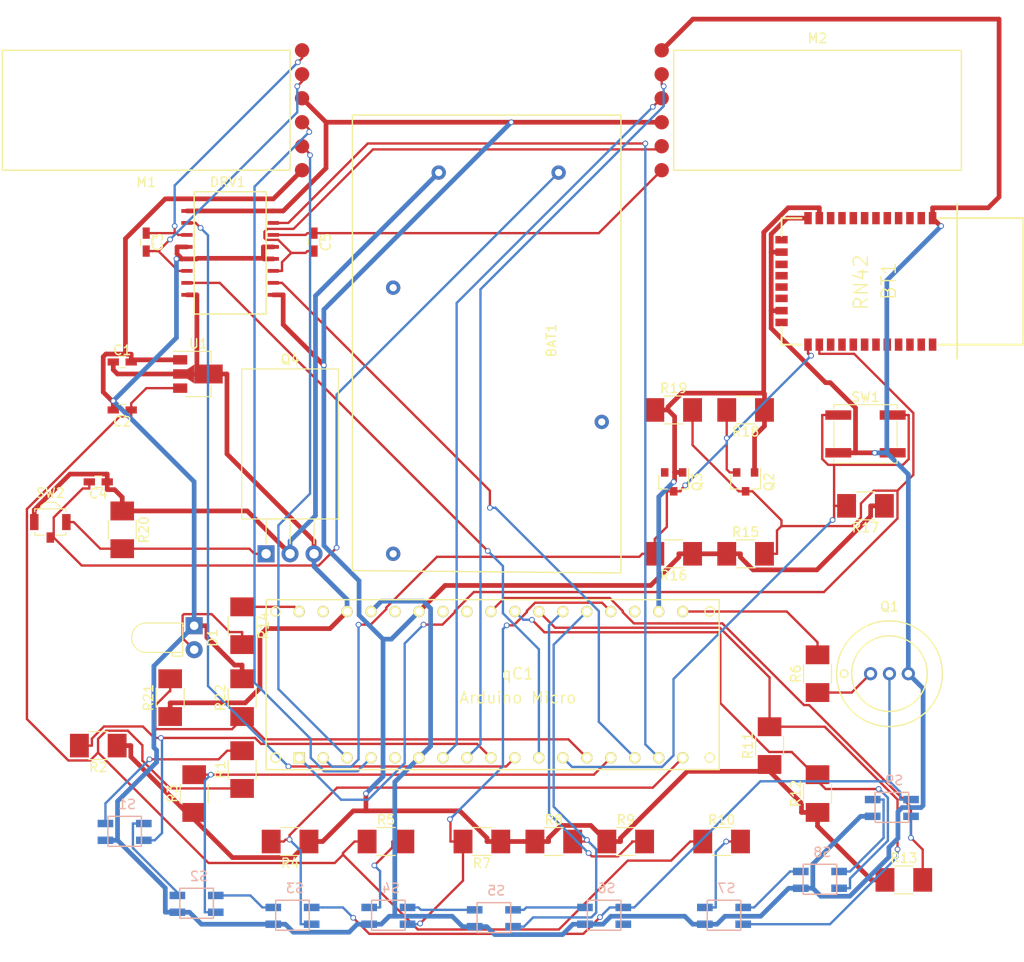
<source format=kicad_pcb>
(kicad_pcb (version 4) (host pcbnew 4.0.5)

  (general
    (links 132)
    (no_connects 0)
    (area -122.37 50.35 -13.469999 152.500001)
    (thickness 1.6)
    (drawings 5)
    (tracks 705)
    (zones 0)
    (modules 50)
    (nets 81)
  )

  (page A4)
  (layers
    (0 F.Cu signal)
    (31 B.Cu signal)
    (32 B.Adhes user)
    (33 F.Adhes user)
    (34 B.Paste user)
    (35 F.Paste user)
    (36 B.SilkS user)
    (37 F.SilkS user)
    (38 B.Mask user)
    (39 F.Mask user)
    (40 Dwgs.User user)
    (41 Cmts.User user)
    (42 Eco1.User user)
    (43 Eco2.User user)
    (44 Edge.Cuts user)
    (45 Margin user)
    (46 B.CrtYd user)
    (47 F.CrtYd user)
    (48 B.Fab user)
    (49 F.Fab user)
  )

  (setup
    (last_trace_width 0.25)
    (trace_clearance 0.2)
    (zone_clearance 0.508)
    (zone_45_only yes)
    (trace_min 0.2)
    (segment_width 0.2)
    (edge_width 0.15)
    (via_size 0.6)
    (via_drill 0.4)
    (via_min_size 0.4)
    (via_min_drill 0.3)
    (uvia_size 0.3)
    (uvia_drill 0.1)
    (uvias_allowed no)
    (uvia_min_size 0.2)
    (uvia_min_drill 0.1)
    (pcb_text_width 0.3)
    (pcb_text_size 1.5 1.5)
    (mod_edge_width 0.15)
    (mod_text_size 1 1)
    (mod_text_width 0.15)
    (pad_size 1.524 1.524)
    (pad_drill 0.762)
    (pad_to_mask_clearance 0.2)
    (aux_axis_origin 0 0)
    (visible_elements 7FFFFFFF)
    (pcbplotparams
      (layerselection 0x00030_80000001)
      (usegerberextensions false)
      (excludeedgelayer true)
      (linewidth 0.100000)
      (plotframeref false)
      (viasonmask false)
      (mode 1)
      (useauxorigin false)
      (hpglpennumber 1)
      (hpglpenspeed 20)
      (hpglpendiameter 15)
      (hpglpenoverlay 2)
      (psnegative false)
      (psa4output false)
      (plotreference true)
      (plotvalue true)
      (plotinvisibletext false)
      (padsonsilk false)
      (subtractmaskfromsilk false)
      (outputformat 1)
      (mirror false)
      (drillshape 1)
      (scaleselection 1)
      (outputdirectory ""))
  )

  (net 0 "")
  (net 1 +9VA)
  (net 2 "Net-(BAT1-Pad2)")
  (net 3 GND)
  (net 4 "Net-(BT1-Pad2)")
  (net 5 "Net-(BT1-Pad3)")
  (net 6 "Net-(BT1-Pad4)")
  (net 7 "Net-(BT1-Pad5)")
  (net 8 "Net-(BT1-Pad6)")
  (net 9 "Net-(BT1-Pad7)")
  (net 10 "Net-(BT1-Pad8)")
  (net 11 "Net-(BT1-Pad9)")
  (net 12 "Net-(BT1-Pad10)")
  (net 13 +3V3)
  (net 14 "Net-(BT1-Pad35)")
  (net 15 "Net-(BT1-Pad34)")
  (net 16 "Net-(BT1-Pad33)")
  (net 17 "Net-(BT1-Pad32)")
  (net 18 "Net-(BT1-Pad31)")
  (net 19 "Net-(BT1-Pad30)")
  (net 20 /BTTX)
  (net 21 /BTRX)
  (net 22 "Net-(BT1-Pad15)")
  (net 23 "Net-(BT1-Pad16)")
  (net 24 "Net-(BT1-Pad17)")
  (net 25 "Net-(BT1-Pad18)")
  (net 26 "Net-(BT1-Pad19)")
  (net 27 "Net-(BT1-Pad20)")
  (net 28 "Net-(BT1-Pad21)")
  (net 29 "Net-(BT1-Pad22)")
  (net 30 "Net-(BT1-Pad23)")
  (net 31 "Net-(BT1-Pad24)")
  (net 32 +9V)
  (net 33 "Net-(C2-Pad1)")
  (net 34 "Net-(C3-Pad1)")
  (net 35 "Net-(C3-Pad2)")
  (net 36 "Net-(C5-Pad1)")
  (net 37 "Net-(C5-Pad2)")
  (net 38 "Net-(D1-Pad2)")
  (net 39 +5V)
  (net 40 /PWML1)
  (net 41 /PWML2)
  (net 42 /PWMR1)
  (net 43 /PWMR2)
  (net 44 /ENCLB)
  (net 45 /ENCLA)
  (net 46 /ENCRA)
  (net 47 /ENCRB)
  (net 48 "Net-(Q1-Pad2)")
  (net 49 "Net-(Q1-Pad1)")
  (net 50 "Net-(Q3-Pad2)")
  (net 51 "Net-(Q4-Pad1)")
  (net 52 /LED)
  (net 53 "Net-(qC1-Pad33)")
  (net 54 "Net-(qC1-Pad30)")
  (net 55 "Net-(qC1-Pad28)")
  (net 56 "Net-(qC1-Pad27)")
  (net 57 /LS9)
  (net 58 /LS8)
  (net 59 /LS7)
  (net 60 /LS6)
  (net 61 /LS5)
  (net 62 /LS4)
  (net 63 "Net-(qC1-Pad20)")
  (net 64 /LON)
  (net 65 "Net-(qC1-Pad5)")
  (net 66 /LS1)
  (net 67 /BUT)
  (net 68 /VBAT)
  (net 69 /LS2)
  (net 70 /LS3)
  (net 71 "Net-(R1-Pad2)")
  (net 72 "Net-(R5-Pad2)")
  (net 73 "Net-(R10-Pad2)")
  (net 74 "Net-(S1-Pad2)")
  (net 75 "Net-(S2-Pad2)")
  (net 76 "Net-(S4-Pad2)")
  (net 77 "Net-(S5-Pad2)")
  (net 78 "Net-(S6-Pad3)")
  (net 79 "Net-(S7-Pad2)")
  (net 80 "Net-(S8-Pad2)")

  (net_class Default "This is the default net class."
    (clearance 0.2)
    (trace_width 0.25)
    (via_dia 0.6)
    (via_drill 0.4)
    (uvia_dia 0.3)
    (uvia_drill 0.1)
    (add_net /BTRX)
    (add_net /BTTX)
    (add_net /BUT)
    (add_net /ENCLA)
    (add_net /ENCLB)
    (add_net /ENCRA)
    (add_net /ENCRB)
    (add_net /LED)
    (add_net /LON)
    (add_net /LS1)
    (add_net /LS2)
    (add_net /LS3)
    (add_net /LS4)
    (add_net /LS5)
    (add_net /LS6)
    (add_net /LS7)
    (add_net /LS8)
    (add_net /LS9)
    (add_net /PWML1)
    (add_net /PWML2)
    (add_net /PWMR1)
    (add_net /PWMR2)
    (add_net /VBAT)
    (add_net "Net-(BAT1-Pad2)")
    (add_net "Net-(BT1-Pad10)")
    (add_net "Net-(BT1-Pad15)")
    (add_net "Net-(BT1-Pad16)")
    (add_net "Net-(BT1-Pad17)")
    (add_net "Net-(BT1-Pad18)")
    (add_net "Net-(BT1-Pad19)")
    (add_net "Net-(BT1-Pad2)")
    (add_net "Net-(BT1-Pad20)")
    (add_net "Net-(BT1-Pad21)")
    (add_net "Net-(BT1-Pad22)")
    (add_net "Net-(BT1-Pad23)")
    (add_net "Net-(BT1-Pad24)")
    (add_net "Net-(BT1-Pad3)")
    (add_net "Net-(BT1-Pad30)")
    (add_net "Net-(BT1-Pad31)")
    (add_net "Net-(BT1-Pad32)")
    (add_net "Net-(BT1-Pad33)")
    (add_net "Net-(BT1-Pad34)")
    (add_net "Net-(BT1-Pad35)")
    (add_net "Net-(BT1-Pad4)")
    (add_net "Net-(BT1-Pad5)")
    (add_net "Net-(BT1-Pad6)")
    (add_net "Net-(BT1-Pad7)")
    (add_net "Net-(BT1-Pad8)")
    (add_net "Net-(BT1-Pad9)")
    (add_net "Net-(C2-Pad1)")
    (add_net "Net-(C3-Pad1)")
    (add_net "Net-(C3-Pad2)")
    (add_net "Net-(C5-Pad1)")
    (add_net "Net-(C5-Pad2)")
    (add_net "Net-(D1-Pad2)")
    (add_net "Net-(Q1-Pad1)")
    (add_net "Net-(Q1-Pad2)")
    (add_net "Net-(Q3-Pad2)")
    (add_net "Net-(Q4-Pad1)")
    (add_net "Net-(R1-Pad2)")
    (add_net "Net-(R10-Pad2)")
    (add_net "Net-(R5-Pad2)")
    (add_net "Net-(S1-Pad2)")
    (add_net "Net-(S2-Pad2)")
    (add_net "Net-(S4-Pad2)")
    (add_net "Net-(S5-Pad2)")
    (add_net "Net-(S6-Pad3)")
    (add_net "Net-(S7-Pad2)")
    (add_net "Net-(S8-Pad2)")
    (add_net "Net-(qC1-Pad20)")
    (add_net "Net-(qC1-Pad27)")
    (add_net "Net-(qC1-Pad28)")
    (add_net "Net-(qC1-Pad30)")
    (add_net "Net-(qC1-Pad33)")
    (add_net "Net-(qC1-Pad5)")
  )

  (net_class PWR ""
    (clearance 0.2)
    (trace_width 0.5)
    (via_dia 0.6)
    (via_drill 0.4)
    (uvia_dia 0.3)
    (uvia_drill 0.1)
    (add_net +3V3)
    (add_net +5V)
    (add_net +9V)
    (add_net +9VA)
    (add_net GND)
  )

  (module "HPCBMotor:HPCB Motor (Pololu)" (layer F.Cu) (tedit 58D56175) (tstamp 58D6476F)
    (at -20.32 50.8 180)
    (path /58D35D0E)
    (fp_text reference M2 (at 15.24 -3.81 180) (layer F.SilkS)
      (effects (font (size 1 1) (thickness 0.15)))
    )
    (fp_text value "Motor Desni" (at 15.24 -19.05 180) (layer F.Fab)
      (effects (font (size 1 1) (thickness 0.15)))
    )
    (fp_line (start 0 -5.08) (end 30.48 -5.08) (layer F.SilkS) (width 0.15))
    (fp_line (start 30.48 -5.08) (end 30.48 -17.78) (layer F.SilkS) (width 0.15))
    (fp_line (start 30.48 -17.78) (end 0 -17.78) (layer F.SilkS) (width 0.15))
    (fp_line (start 0 -17.78) (end 0 -5.08) (layer F.SilkS) (width 0.15))
    (pad 1 smd circle (at 31.75 -17.78 180) (size 1.524 1.524) (layers F.Cu F.Paste F.Mask)
      (net 36 "Net-(C5-Pad1)"))
    (pad 2 smd circle (at 31.75 -15.24 180) (size 1.524 1.524) (layers F.Cu F.Paste F.Mask)
      (net 37 "Net-(C5-Pad2)"))
    (pad 3 smd circle (at 31.75 -12.7 180) (size 1.524 1.524) (layers F.Cu F.Paste F.Mask)
      (net 39 +5V))
    (pad 4 smd circle (at 31.75 -10.16 180) (size 1.524 1.524) (layers F.Cu F.Paste F.Mask)
      (net 46 /ENCRA))
    (pad 5 smd circle (at 31.75 -7.62 180) (size 1.524 1.524) (layers F.Cu F.Paste F.Mask)
      (net 47 /ENCRB))
    (pad 6 smd circle (at 31.75 -5.08 180) (size 1.524 1.524) (layers F.Cu F.Paste F.Mask)
      (net 3 GND))
  )

  (module 9VBattery_holder:12BH611-GR (layer F.Cu) (tedit 58D6319B) (tstamp 58D646FB)
    (at -58.42 109.22 90)
    (path /58D35D0F)
    (fp_text reference BAT1 (at 22.606 -5.334 90) (layer F.SilkS)
      (effects (font (size 1 1) (thickness 0.15)))
    )
    (fp_text value Baterija (at 22.098 -13.208 90) (layer F.Fab)
      (effects (font (size 1 1) (thickness 0.15)))
    )
    (fp_line (start -1.778 -26.416) (end 0 -26.416) (layer F.SilkS) (width 0.15))
    (fp_line (start 0 -26.416) (end 46.482 -26.416) (layer F.SilkS) (width 0.15))
    (fp_line (start 46.482 -26.416) (end 46.482 2.032) (layer F.SilkS) (width 0.15))
    (fp_line (start 46.482 2.032) (end -2.032 2.032) (layer F.SilkS) (width 0.15))
    (fp_line (start -2.032 2.032) (end -1.778 -26.416) (layer F.SilkS) (width 0.15))
    (pad 1 thru_hole circle (at 40.386 -17.272 90) (size 1.524 1.524) (drill 0.762) (layers *.Cu *.Mask)
      (net 1 +9VA))
    (pad 2 thru_hole circle (at 40.386 -4.572 90) (size 1.524 1.524) (drill 0.762) (layers *.Cu *.Mask)
      (net 2 "Net-(BAT1-Pad2)"))
    (pad "" np_thru_hole circle (at 0 -22.098 90) (size 1.524 1.524) (drill 0.762) (layers *.Cu *.Mask))
    (pad "" np_thru_hole circle (at 28.194 -22.098 90) (size 1.524 1.524) (drill 0.762) (layers *.Cu *.Mask))
    (pad "" np_thru_hole circle (at 13.97 0 90) (size 1.524 1.524) (drill 0.762) (layers *.Cu *.Mask))
  )

  (module Capacitors_SMD:C_0603_HandSoldering (layer F.Cu) (tedit 58AA848B) (tstamp 58D64729)
    (at -109.22 88.9)
    (descr "Capacitor SMD 0603, hand soldering")
    (tags "capacitor 0603")
    (path /58D35D2A)
    (attr smd)
    (fp_text reference C1 (at 0 -1.25) (layer F.SilkS)
      (effects (font (size 1 1) (thickness 0.15)))
    )
    (fp_text value 1uF (at 0 1.5) (layer F.Fab)
      (effects (font (size 1 1) (thickness 0.15)))
    )
    (fp_text user %R (at 0 -1.25) (layer F.Fab)
      (effects (font (size 1 1) (thickness 0.15)))
    )
    (fp_line (start -0.8 0.4) (end -0.8 -0.4) (layer F.Fab) (width 0.1))
    (fp_line (start 0.8 0.4) (end -0.8 0.4) (layer F.Fab) (width 0.1))
    (fp_line (start 0.8 -0.4) (end 0.8 0.4) (layer F.Fab) (width 0.1))
    (fp_line (start -0.8 -0.4) (end 0.8 -0.4) (layer F.Fab) (width 0.1))
    (fp_line (start -0.35 -0.6) (end 0.35 -0.6) (layer F.SilkS) (width 0.12))
    (fp_line (start 0.35 0.6) (end -0.35 0.6) (layer F.SilkS) (width 0.12))
    (fp_line (start -1.8 -0.65) (end 1.8 -0.65) (layer F.CrtYd) (width 0.05))
    (fp_line (start -1.8 -0.65) (end -1.8 0.65) (layer F.CrtYd) (width 0.05))
    (fp_line (start 1.8 0.65) (end 1.8 -0.65) (layer F.CrtYd) (width 0.05))
    (fp_line (start 1.8 0.65) (end -1.8 0.65) (layer F.CrtYd) (width 0.05))
    (pad 1 smd rect (at -0.95 0) (size 1.2 0.75) (layers F.Cu F.Paste F.Mask)
      (net 32 +9V))
    (pad 2 smd rect (at 0.95 0) (size 1.2 0.75) (layers F.Cu F.Paste F.Mask)
      (net 3 GND))
    (model Capacitors_SMD.3dshapes/C_0603.wrl
      (at (xyz 0 0 0))
      (scale (xyz 1 1 1))
      (rotate (xyz 0 0 0))
    )
  )

  (module Capacitors_SMD:C_0603_HandSoldering (layer F.Cu) (tedit 58AA848B) (tstamp 58D6472F)
    (at -109.22 93.98 180)
    (descr "Capacitor SMD 0603, hand soldering")
    (tags "capacitor 0603")
    (path /58D35D2B)
    (attr smd)
    (fp_text reference C2 (at 0 -1.25 180) (layer F.SilkS)
      (effects (font (size 1 1) (thickness 0.15)))
    )
    (fp_text value 1uF (at 0 1.5 180) (layer F.Fab)
      (effects (font (size 1 1) (thickness 0.15)))
    )
    (fp_text user %R (at 0 -1.25 180) (layer F.Fab)
      (effects (font (size 1 1) (thickness 0.15)))
    )
    (fp_line (start -0.8 0.4) (end -0.8 -0.4) (layer F.Fab) (width 0.1))
    (fp_line (start 0.8 0.4) (end -0.8 0.4) (layer F.Fab) (width 0.1))
    (fp_line (start 0.8 -0.4) (end 0.8 0.4) (layer F.Fab) (width 0.1))
    (fp_line (start -0.8 -0.4) (end 0.8 -0.4) (layer F.Fab) (width 0.1))
    (fp_line (start -0.35 -0.6) (end 0.35 -0.6) (layer F.SilkS) (width 0.12))
    (fp_line (start 0.35 0.6) (end -0.35 0.6) (layer F.SilkS) (width 0.12))
    (fp_line (start -1.8 -0.65) (end 1.8 -0.65) (layer F.CrtYd) (width 0.05))
    (fp_line (start -1.8 -0.65) (end -1.8 0.65) (layer F.CrtYd) (width 0.05))
    (fp_line (start 1.8 0.65) (end 1.8 -0.65) (layer F.CrtYd) (width 0.05))
    (fp_line (start 1.8 0.65) (end -1.8 0.65) (layer F.CrtYd) (width 0.05))
    (pad 1 smd rect (at -0.95 0 180) (size 1.2 0.75) (layers F.Cu F.Paste F.Mask)
      (net 33 "Net-(C2-Pad1)"))
    (pad 2 smd rect (at 0.95 0 180) (size 1.2 0.75) (layers F.Cu F.Paste F.Mask)
      (net 3 GND))
    (model Capacitors_SMD.3dshapes/C_0603.wrl
      (at (xyz 0 0 0))
      (scale (xyz 1 1 1))
      (rotate (xyz 0 0 0))
    )
  )

  (module Capacitors_SMD:C_0603_HandSoldering (layer F.Cu) (tedit 58AA848B) (tstamp 58D64735)
    (at -106.68 76.2 270)
    (descr "Capacitor SMD 0603, hand soldering")
    (tags "capacitor 0603")
    (path /58D35D07)
    (attr smd)
    (fp_text reference C3 (at 0 -1.25 270) (layer F.SilkS)
      (effects (font (size 1 1) (thickness 0.15)))
    )
    (fp_text value CM1 (at 0 1.5 270) (layer F.Fab)
      (effects (font (size 1 1) (thickness 0.15)))
    )
    (fp_text user %R (at 0 -1.25 270) (layer F.Fab)
      (effects (font (size 1 1) (thickness 0.15)))
    )
    (fp_line (start -0.8 0.4) (end -0.8 -0.4) (layer F.Fab) (width 0.1))
    (fp_line (start 0.8 0.4) (end -0.8 0.4) (layer F.Fab) (width 0.1))
    (fp_line (start 0.8 -0.4) (end 0.8 0.4) (layer F.Fab) (width 0.1))
    (fp_line (start -0.8 -0.4) (end 0.8 -0.4) (layer F.Fab) (width 0.1))
    (fp_line (start -0.35 -0.6) (end 0.35 -0.6) (layer F.SilkS) (width 0.12))
    (fp_line (start 0.35 0.6) (end -0.35 0.6) (layer F.SilkS) (width 0.12))
    (fp_line (start -1.8 -0.65) (end 1.8 -0.65) (layer F.CrtYd) (width 0.05))
    (fp_line (start -1.8 -0.65) (end -1.8 0.65) (layer F.CrtYd) (width 0.05))
    (fp_line (start 1.8 0.65) (end 1.8 -0.65) (layer F.CrtYd) (width 0.05))
    (fp_line (start 1.8 0.65) (end -1.8 0.65) (layer F.CrtYd) (width 0.05))
    (pad 1 smd rect (at -0.95 0 270) (size 1.2 0.75) (layers F.Cu F.Paste F.Mask)
      (net 34 "Net-(C3-Pad1)"))
    (pad 2 smd rect (at 0.95 0 270) (size 1.2 0.75) (layers F.Cu F.Paste F.Mask)
      (net 35 "Net-(C3-Pad2)"))
    (model Capacitors_SMD.3dshapes/C_0603.wrl
      (at (xyz 0 0 0))
      (scale (xyz 1 1 1))
      (rotate (xyz 0 0 0))
    )
  )

  (module Capacitors_SMD:C_0603_HandSoldering (layer F.Cu) (tedit 58AA848B) (tstamp 58D6473B)
    (at -111.76 101.6 180)
    (descr "Capacitor SMD 0603, hand soldering")
    (tags "capacitor 0603")
    (path /58D35D1A)
    (attr smd)
    (fp_text reference C4 (at 0 -1.25 180) (layer F.SilkS)
      (effects (font (size 1 1) (thickness 0.15)))
    )
    (fp_text value 22uF (at 0 1.5 180) (layer F.Fab)
      (effects (font (size 1 1) (thickness 0.15)))
    )
    (fp_text user %R (at 0 -1.25 180) (layer F.Fab)
      (effects (font (size 1 1) (thickness 0.15)))
    )
    (fp_line (start -0.8 0.4) (end -0.8 -0.4) (layer F.Fab) (width 0.1))
    (fp_line (start 0.8 0.4) (end -0.8 0.4) (layer F.Fab) (width 0.1))
    (fp_line (start 0.8 -0.4) (end 0.8 0.4) (layer F.Fab) (width 0.1))
    (fp_line (start -0.8 -0.4) (end 0.8 -0.4) (layer F.Fab) (width 0.1))
    (fp_line (start -0.35 -0.6) (end 0.35 -0.6) (layer F.SilkS) (width 0.12))
    (fp_line (start 0.35 0.6) (end -0.35 0.6) (layer F.SilkS) (width 0.12))
    (fp_line (start -1.8 -0.65) (end 1.8 -0.65) (layer F.CrtYd) (width 0.05))
    (fp_line (start -1.8 -0.65) (end -1.8 0.65) (layer F.CrtYd) (width 0.05))
    (fp_line (start 1.8 0.65) (end 1.8 -0.65) (layer F.CrtYd) (width 0.05))
    (fp_line (start 1.8 0.65) (end -1.8 0.65) (layer F.CrtYd) (width 0.05))
    (pad 1 smd rect (at -0.95 0 180) (size 1.2 0.75) (layers F.Cu F.Paste F.Mask)
      (net 1 +9VA))
    (pad 2 smd rect (at 0.95 0 180) (size 1.2 0.75) (layers F.Cu F.Paste F.Mask)
      (net 2 "Net-(BAT1-Pad2)"))
    (model Capacitors_SMD.3dshapes/C_0603.wrl
      (at (xyz 0 0 0))
      (scale (xyz 1 1 1))
      (rotate (xyz 0 0 0))
    )
  )

  (module Capacitors_SMD:C_0603_HandSoldering (layer F.Cu) (tedit 58AA848B) (tstamp 58D64741)
    (at -88.9 76.2 270)
    (descr "Capacitor SMD 0603, hand soldering")
    (tags "capacitor 0603")
    (path /58D35D0B)
    (attr smd)
    (fp_text reference C5 (at 0 -1.25 270) (layer F.SilkS)
      (effects (font (size 1 1) (thickness 0.15)))
    )
    (fp_text value CM2 (at 0 1.5 270) (layer F.Fab)
      (effects (font (size 1 1) (thickness 0.15)))
    )
    (fp_text user %R (at 0 -1.25 270) (layer F.Fab)
      (effects (font (size 1 1) (thickness 0.15)))
    )
    (fp_line (start -0.8 0.4) (end -0.8 -0.4) (layer F.Fab) (width 0.1))
    (fp_line (start 0.8 0.4) (end -0.8 0.4) (layer F.Fab) (width 0.1))
    (fp_line (start 0.8 -0.4) (end 0.8 0.4) (layer F.Fab) (width 0.1))
    (fp_line (start -0.8 -0.4) (end 0.8 -0.4) (layer F.Fab) (width 0.1))
    (fp_line (start -0.35 -0.6) (end 0.35 -0.6) (layer F.SilkS) (width 0.12))
    (fp_line (start 0.35 0.6) (end -0.35 0.6) (layer F.SilkS) (width 0.12))
    (fp_line (start -1.8 -0.65) (end 1.8 -0.65) (layer F.CrtYd) (width 0.05))
    (fp_line (start -1.8 -0.65) (end -1.8 0.65) (layer F.CrtYd) (width 0.05))
    (fp_line (start 1.8 0.65) (end 1.8 -0.65) (layer F.CrtYd) (width 0.05))
    (fp_line (start 1.8 0.65) (end -1.8 0.65) (layer F.CrtYd) (width 0.05))
    (pad 1 smd rect (at -0.95 0 270) (size 1.2 0.75) (layers F.Cu F.Paste F.Mask)
      (net 36 "Net-(C5-Pad1)"))
    (pad 2 smd rect (at 0.95 0 270) (size 1.2 0.75) (layers F.Cu F.Paste F.Mask)
      (net 37 "Net-(C5-Pad2)"))
    (model Capacitors_SMD.3dshapes/C_0603.wrl
      (at (xyz 0 0 0))
      (scale (xyz 1 1 1))
      (rotate (xyz 0 0 0))
    )
  )

  (module LEDs:LED_D3.0mm_Horizontal_O1.27mm_Z2.0mm (layer F.Cu) (tedit 5880A862) (tstamp 58D64747)
    (at -101.6 116.84 270)
    (descr "LED, diameter 3.0mm z-position of LED center 2.0mm, 2 pins")
    (tags "LED diameter 3.0mm z-position of LED center 2.0mm 2 pins")
    (path /58D4E16E)
    (fp_text reference D1 (at 1.27 -1.96 270) (layer F.SilkS)
      (effects (font (size 1 1) (thickness 0.15)))
    )
    (fp_text value LED (at 1.27 7.63 270) (layer F.Fab)
      (effects (font (size 1 1) (thickness 0.15)))
    )
    (fp_arc (start 1.27 5.07) (end -0.23 5.07) (angle -180) (layer F.Fab) (width 0.1))
    (fp_arc (start 1.27 5.07) (end -0.29 5.07) (angle -180) (layer F.SilkS) (width 0.12))
    (fp_line (start -0.23 1.27) (end -0.23 5.07) (layer F.Fab) (width 0.1))
    (fp_line (start 2.77 1.27) (end 2.77 5.07) (layer F.Fab) (width 0.1))
    (fp_line (start -0.23 1.27) (end 2.77 1.27) (layer F.Fab) (width 0.1))
    (fp_line (start 3.17 1.27) (end 3.17 2.27) (layer F.Fab) (width 0.1))
    (fp_line (start 3.17 2.27) (end 2.77 2.27) (layer F.Fab) (width 0.1))
    (fp_line (start 2.77 2.27) (end 2.77 1.27) (layer F.Fab) (width 0.1))
    (fp_line (start 2.77 1.27) (end 3.17 1.27) (layer F.Fab) (width 0.1))
    (fp_line (start 0 0) (end 0 1.27) (layer F.Fab) (width 0.1))
    (fp_line (start 0 1.27) (end 0 1.27) (layer F.Fab) (width 0.1))
    (fp_line (start 0 1.27) (end 0 0) (layer F.Fab) (width 0.1))
    (fp_line (start 0 0) (end 0 0) (layer F.Fab) (width 0.1))
    (fp_line (start 2.54 0) (end 2.54 1.27) (layer F.Fab) (width 0.1))
    (fp_line (start 2.54 1.27) (end 2.54 1.27) (layer F.Fab) (width 0.1))
    (fp_line (start 2.54 1.27) (end 2.54 0) (layer F.Fab) (width 0.1))
    (fp_line (start 2.54 0) (end 2.54 0) (layer F.Fab) (width 0.1))
    (fp_line (start -0.29 1.21) (end -0.29 5.07) (layer F.SilkS) (width 0.12))
    (fp_line (start 2.83 1.21) (end 2.83 5.07) (layer F.SilkS) (width 0.12))
    (fp_line (start -0.29 1.21) (end 2.83 1.21) (layer F.SilkS) (width 0.12))
    (fp_line (start 3.23 1.21) (end 3.23 2.33) (layer F.SilkS) (width 0.12))
    (fp_line (start 3.23 2.33) (end 2.83 2.33) (layer F.SilkS) (width 0.12))
    (fp_line (start 2.83 2.33) (end 2.83 1.21) (layer F.SilkS) (width 0.12))
    (fp_line (start 2.83 1.21) (end 3.23 1.21) (layer F.SilkS) (width 0.12))
    (fp_line (start 0 1.08) (end 0 1.21) (layer F.SilkS) (width 0.12))
    (fp_line (start 0 1.21) (end 0 1.21) (layer F.SilkS) (width 0.12))
    (fp_line (start 0 1.21) (end 0 1.08) (layer F.SilkS) (width 0.12))
    (fp_line (start 0 1.08) (end 0 1.08) (layer F.SilkS) (width 0.12))
    (fp_line (start 2.54 1.08) (end 2.54 1.21) (layer F.SilkS) (width 0.12))
    (fp_line (start 2.54 1.21) (end 2.54 1.21) (layer F.SilkS) (width 0.12))
    (fp_line (start 2.54 1.21) (end 2.54 1.08) (layer F.SilkS) (width 0.12))
    (fp_line (start 2.54 1.08) (end 2.54 1.08) (layer F.SilkS) (width 0.12))
    (fp_line (start -1.25 -1.25) (end -1.25 6.9) (layer F.CrtYd) (width 0.05))
    (fp_line (start -1.25 6.9) (end 3.75 6.9) (layer F.CrtYd) (width 0.05))
    (fp_line (start 3.75 6.9) (end 3.75 -1.25) (layer F.CrtYd) (width 0.05))
    (fp_line (start 3.75 -1.25) (end -1.25 -1.25) (layer F.CrtYd) (width 0.05))
    (pad 1 thru_hole rect (at 0 0 270) (size 1.8 1.8) (drill 0.9) (layers *.Cu *.Mask)
      (net 3 GND))
    (pad 2 thru_hole circle (at 2.54 0 270) (size 1.8 1.8) (drill 0.9) (layers *.Cu *.Mask)
      (net 38 "Net-(D1-Pad2)"))
    (model LEDs.3dshapes/LED_D3.0mm_Horizontal_O1.27mm_Z2.0mm.wrl
      (at (xyz 0 0 0))
      (scale (xyz 0.393701 0.393701 0.393701))
      (rotate (xyz 0 0 0))
    )
  )

  (module L293D:L293D (layer F.Cu) (tedit 58D56BB4) (tstamp 58D6475B)
    (at -93.98 83.82 90)
    (path /58D35D06)
    (fp_text reference DRV1 (at 13.97 -4.064 180) (layer F.SilkS)
      (effects (font (size 1 1) (thickness 0.15)))
    )
    (fp_text value L293 (at -1.016 -4.064 180) (layer F.Fab)
      (effects (font (size 1 1) (thickness 0.15)))
    )
    (fp_line (start 12.954 0) (end 12.954 -7.62) (layer F.SilkS) (width 0.15))
    (fp_line (start 12.954 -7.62) (end 0 -7.62) (layer F.SilkS) (width 0.15))
    (fp_line (start 0 -7.62) (end 0 0) (layer F.SilkS) (width 0.15))
    (fp_line (start 0 0) (end 12.954 0) (layer F.SilkS) (width 0.15))
    (pad 1 smd rect (at 10.922 -8.382 90) (size 0.4 1.2) (layers F.Cu F.Paste F.Mask)
      (net 39 +5V))
    (pad 2 smd rect (at 9.652 -8.382 90) (size 0.4 1.2) (layers F.Cu F.Paste F.Mask)
      (net 40 /PWML1))
    (pad 3 smd rect (at 8.382 -8.382 90) (size 0.4 1.2) (layers F.Cu F.Paste F.Mask)
      (net 34 "Net-(C3-Pad1)"))
    (pad 4 smd rect (at 7.112 -8.382 90) (size 0.4 1.2) (layers F.Cu F.Paste F.Mask)
      (net 3 GND))
    (pad 5 smd rect (at 5.842 -8.382 90) (size 0.4 1.2) (layers F.Cu F.Paste F.Mask)
      (net 3 GND))
    (pad 6 smd rect (at 4.572 -8.382 90) (size 0.4 1.2) (layers F.Cu F.Paste F.Mask)
      (net 35 "Net-(C3-Pad2)"))
    (pad 7 smd rect (at 3.302 -8.382 90) (size 0.4 1.2) (layers F.Cu F.Paste F.Mask)
      (net 41 /PWML2))
    (pad 8 smd rect (at 2.032 -8.382 90) (size 0.4 1.2) (layers F.Cu F.Paste F.Mask)
      (net 32 +9V))
    (pad 9 smd rect (at 2.032 0.762 90) (size 0.4 1.2) (layers F.Cu F.Paste F.Mask)
      (net 39 +5V))
    (pad 10 smd rect (at 3.302 0.762 90) (size 0.4 1.2) (layers F.Cu F.Paste F.Mask)
      (net 42 /PWMR1))
    (pad 11 smd rect (at 4.572 0.762 90) (size 0.4 1.2) (layers F.Cu F.Paste F.Mask)
      (net 37 "Net-(C5-Pad2)"))
    (pad 12 smd rect (at 5.842 0.762 90) (size 0.4 1.2) (layers F.Cu F.Paste F.Mask)
      (net 3 GND))
    (pad 13 smd rect (at 7.112 0.762 90) (size 0.4 1.2) (layers F.Cu F.Paste F.Mask)
      (net 3 GND))
    (pad 14 smd rect (at 8.382 0.762 90) (size 0.4 1.2) (layers F.Cu F.Paste F.Mask)
      (net 36 "Net-(C5-Pad1)"))
    (pad 15 smd rect (at 9.652 0.762 90) (size 0.4 1.2) (layers F.Cu F.Paste F.Mask)
      (net 43 /PWMR2))
    (pad 16 smd rect (at 10.922 0.762 90) (size 0.4 1.2) (layers F.Cu F.Paste F.Mask)
      (net 39 +5V))
  )

  (module "HPCBMotor:HPCB Motor (Pololu)" (layer F.Cu) (tedit 58D56175) (tstamp 58D64765)
    (at -121.92 73.66)
    (path /58D35D05)
    (fp_text reference M1 (at 15.24 -3.81) (layer F.SilkS)
      (effects (font (size 1 1) (thickness 0.15)))
    )
    (fp_text value "Motor Levi" (at 15.24 -19.05) (layer F.Fab)
      (effects (font (size 1 1) (thickness 0.15)))
    )
    (fp_line (start 0 -5.08) (end 30.48 -5.08) (layer F.SilkS) (width 0.15))
    (fp_line (start 30.48 -5.08) (end 30.48 -17.78) (layer F.SilkS) (width 0.15))
    (fp_line (start 30.48 -17.78) (end 0 -17.78) (layer F.SilkS) (width 0.15))
    (fp_line (start 0 -17.78) (end 0 -5.08) (layer F.SilkS) (width 0.15))
    (pad 1 smd circle (at 31.75 -17.78) (size 1.524 1.524) (layers F.Cu F.Paste F.Mask)
      (net 34 "Net-(C3-Pad1)"))
    (pad 2 smd circle (at 31.75 -15.24) (size 1.524 1.524) (layers F.Cu F.Paste F.Mask)
      (net 35 "Net-(C3-Pad2)"))
    (pad 3 smd circle (at 31.75 -12.7) (size 1.524 1.524) (layers F.Cu F.Paste F.Mask)
      (net 39 +5V))
    (pad 4 smd circle (at 31.75 -10.16) (size 1.524 1.524) (layers F.Cu F.Paste F.Mask)
      (net 44 /ENCLB))
    (pad 5 smd circle (at 31.75 -7.62) (size 1.524 1.524) (layers F.Cu F.Paste F.Mask)
      (net 45 /ENCLA))
    (pad 6 smd circle (at 31.75 -5.08) (size 1.524 1.524) (layers F.Cu F.Paste F.Mask)
      (net 3 GND))
  )

  (module Transistors_OldSowjetAera:OldSowjetaera_Transistor_Type-I_SmallPads (layer F.Cu) (tedit 0) (tstamp 58D64776)
    (at -27.94 121.92)
    (path /58D35D39)
    (fp_text reference Q1 (at 0 -7.1) (layer F.SilkS)
      (effects (font (size 1 1) (thickness 0.15)))
    )
    (fp_text value Q_NPN_BCE (at 0.1 7.6) (layer F.Fab)
      (effects (font (size 1 1) (thickness 0.15)))
    )
    (fp_circle (center -4.8 0) (end -4.8 0.4) (layer F.SilkS) (width 0.15))
    (fp_circle (center 0 0) (end 4 0) (layer F.SilkS) (width 0.15))
    (fp_circle (center 0 0) (end 5.6 0) (layer F.SilkS) (width 0.15))
    (pad 2 thru_hole circle (at 0 0) (size 1.4 1.4) (drill 0.8) (layers *.Cu *.Mask)
      (net 48 "Net-(Q1-Pad2)"))
    (pad 1 thru_hole circle (at -2 0) (size 1.4 1.4) (drill 0.8) (layers *.Cu *.Mask)
      (net 49 "Net-(Q1-Pad1)"))
    (pad 3 thru_hole circle (at 2 0) (size 1.4 1.4) (drill 0.8) (layers *.Cu *.Mask)
      (net 3 GND))
    (model Transistors_OldSowjetAera.3dshapes/OldSowjetaera_Transistor_Type-I_SmallPads.wrl
      (at (xyz 0 0 0))
      (scale (xyz 0.3937 0.3937 0.3937))
      (rotate (xyz 0 0 0))
    )
  )

  (module TO_SOT_Packages_SMD:SOT-23 (layer F.Cu) (tedit 58CE4E7E) (tstamp 58D6477D)
    (at -43.18 101.6 270)
    (descr "SOT-23, Standard")
    (tags SOT-23)
    (path /58D35D4E)
    (attr smd)
    (fp_text reference Q2 (at 0 -2.5 270) (layer F.SilkS)
      (effects (font (size 1 1) (thickness 0.15)))
    )
    (fp_text value BSS138 (at 0 2.5 270) (layer F.Fab)
      (effects (font (size 1 1) (thickness 0.15)))
    )
    (fp_text user %R (at 0 0 270) (layer F.Fab)
      (effects (font (size 0.5 0.5) (thickness 0.075)))
    )
    (fp_line (start -0.7 -0.95) (end -0.7 1.5) (layer F.Fab) (width 0.1))
    (fp_line (start -0.15 -1.52) (end 0.7 -1.52) (layer F.Fab) (width 0.1))
    (fp_line (start -0.7 -0.95) (end -0.15 -1.52) (layer F.Fab) (width 0.1))
    (fp_line (start 0.7 -1.52) (end 0.7 1.52) (layer F.Fab) (width 0.1))
    (fp_line (start -0.7 1.52) (end 0.7 1.52) (layer F.Fab) (width 0.1))
    (fp_line (start 0.76 1.58) (end 0.76 0.65) (layer F.SilkS) (width 0.12))
    (fp_line (start 0.76 -1.58) (end 0.76 -0.65) (layer F.SilkS) (width 0.12))
    (fp_line (start -1.7 -1.75) (end 1.7 -1.75) (layer F.CrtYd) (width 0.05))
    (fp_line (start 1.7 -1.75) (end 1.7 1.75) (layer F.CrtYd) (width 0.05))
    (fp_line (start 1.7 1.75) (end -1.7 1.75) (layer F.CrtYd) (width 0.05))
    (fp_line (start -1.7 1.75) (end -1.7 -1.75) (layer F.CrtYd) (width 0.05))
    (fp_line (start 0.76 -1.58) (end -1.4 -1.58) (layer F.SilkS) (width 0.12))
    (fp_line (start 0.76 1.58) (end -0.7 1.58) (layer F.SilkS) (width 0.12))
    (pad 1 smd rect (at -1 -0.95 270) (size 0.9 0.8) (layers F.Cu F.Paste F.Mask)
      (net 13 +3V3))
    (pad 2 smd rect (at -1 0.95 270) (size 0.9 0.8) (layers F.Cu F.Paste F.Mask)
      (net 20 /BTTX))
    (pad 3 smd rect (at 1 0 270) (size 0.9 0.8) (layers F.Cu F.Paste F.Mask)
      (net 21 /BTRX))
    (model ${KISYS3DMOD}/TO_SOT_Packages_SMD.3dshapes/SOT-23.wrl
      (at (xyz 0 0 0))
      (scale (xyz 1 1 1))
      (rotate (xyz 0 0 90))
    )
  )

  (module TO_SOT_Packages_SMD:SOT-23 (layer F.Cu) (tedit 58CE4E7E) (tstamp 58D64784)
    (at -50.8 101.6 270)
    (descr "SOT-23, Standard")
    (tags SOT-23)
    (path /58D35D53)
    (attr smd)
    (fp_text reference Q3 (at 0 -2.5 270) (layer F.SilkS)
      (effects (font (size 1 1) (thickness 0.15)))
    )
    (fp_text value BSS138 (at 0 2.5 270) (layer F.Fab)
      (effects (font (size 1 1) (thickness 0.15)))
    )
    (fp_text user %R (at 0 0 270) (layer F.Fab)
      (effects (font (size 0.5 0.5) (thickness 0.075)))
    )
    (fp_line (start -0.7 -0.95) (end -0.7 1.5) (layer F.Fab) (width 0.1))
    (fp_line (start -0.15 -1.52) (end 0.7 -1.52) (layer F.Fab) (width 0.1))
    (fp_line (start -0.7 -0.95) (end -0.15 -1.52) (layer F.Fab) (width 0.1))
    (fp_line (start 0.7 -1.52) (end 0.7 1.52) (layer F.Fab) (width 0.1))
    (fp_line (start -0.7 1.52) (end 0.7 1.52) (layer F.Fab) (width 0.1))
    (fp_line (start 0.76 1.58) (end 0.76 0.65) (layer F.SilkS) (width 0.12))
    (fp_line (start 0.76 -1.58) (end 0.76 -0.65) (layer F.SilkS) (width 0.12))
    (fp_line (start -1.7 -1.75) (end 1.7 -1.75) (layer F.CrtYd) (width 0.05))
    (fp_line (start 1.7 -1.75) (end 1.7 1.75) (layer F.CrtYd) (width 0.05))
    (fp_line (start 1.7 1.75) (end -1.7 1.75) (layer F.CrtYd) (width 0.05))
    (fp_line (start -1.7 1.75) (end -1.7 -1.75) (layer F.CrtYd) (width 0.05))
    (fp_line (start 0.76 -1.58) (end -1.4 -1.58) (layer F.SilkS) (width 0.12))
    (fp_line (start 0.76 1.58) (end -0.7 1.58) (layer F.SilkS) (width 0.12))
    (pad 1 smd rect (at -1 -0.95 270) (size 0.9 0.8) (layers F.Cu F.Paste F.Mask)
      (net 13 +3V3))
    (pad 2 smd rect (at -1 0.95 270) (size 0.9 0.8) (layers F.Cu F.Paste F.Mask)
      (net 50 "Net-(Q3-Pad2)"))
    (pad 3 smd rect (at 1 0 270) (size 0.9 0.8) (layers F.Cu F.Paste F.Mask)
      (net 20 /BTTX))
    (model ${KISYS3DMOD}/TO_SOT_Packages_SMD.3dshapes/SOT-23.wrl
      (at (xyz 0 0 0))
      (scale (xyz 1 1 1))
      (rotate (xyz 0 0 90))
    )
  )

  (module TO_SOT_Packages_THT:TO-220_Horizontal (layer F.Cu) (tedit 58CE52AD) (tstamp 58D6478C)
    (at -93.98 109.22)
    (descr "TO-220, Horizontal, RM 2.54mm")
    (tags "TO-220 Horizontal RM 2.54mm")
    (path /58D35D1C)
    (fp_text reference Q4 (at 2.54 -20.58) (layer F.SilkS)
      (effects (font (size 1 1) (thickness 0.15)))
    )
    (fp_text value Q_PMOS_GDS (at 2.54 1.9) (layer F.Fab)
      (effects (font (size 1 1) (thickness 0.15)))
    )
    (fp_text user %R (at 2.54 -20.58) (layer F.Fab)
      (effects (font (size 1 1) (thickness 0.15)))
    )
    (fp_line (start -2.46 -13.06) (end -2.46 -19.46) (layer F.Fab) (width 0.1))
    (fp_line (start -2.46 -19.46) (end 7.54 -19.46) (layer F.Fab) (width 0.1))
    (fp_line (start 7.54 -19.46) (end 7.54 -13.06) (layer F.Fab) (width 0.1))
    (fp_line (start 7.54 -13.06) (end -2.46 -13.06) (layer F.Fab) (width 0.1))
    (fp_line (start -2.46 -3.81) (end -2.46 -13.06) (layer F.Fab) (width 0.1))
    (fp_line (start -2.46 -13.06) (end 7.54 -13.06) (layer F.Fab) (width 0.1))
    (fp_line (start 7.54 -13.06) (end 7.54 -3.81) (layer F.Fab) (width 0.1))
    (fp_line (start 7.54 -3.81) (end -2.46 -3.81) (layer F.Fab) (width 0.1))
    (fp_line (start 0 -3.81) (end 0 0) (layer F.Fab) (width 0.1))
    (fp_line (start 2.54 -3.81) (end 2.54 0) (layer F.Fab) (width 0.1))
    (fp_line (start 5.08 -3.81) (end 5.08 0) (layer F.Fab) (width 0.1))
    (fp_line (start -2.58 -3.69) (end 7.66 -3.69) (layer F.SilkS) (width 0.12))
    (fp_line (start -2.58 -19.58) (end 7.66 -19.58) (layer F.SilkS) (width 0.12))
    (fp_line (start -2.58 -19.58) (end -2.58 -3.69) (layer F.SilkS) (width 0.12))
    (fp_line (start 7.66 -19.58) (end 7.66 -3.69) (layer F.SilkS) (width 0.12))
    (fp_line (start 0 -3.69) (end 0 -1.05) (layer F.SilkS) (width 0.12))
    (fp_line (start 2.54 -3.69) (end 2.54 -1.066) (layer F.SilkS) (width 0.12))
    (fp_line (start 5.08 -3.69) (end 5.08 -1.066) (layer F.SilkS) (width 0.12))
    (fp_line (start -2.71 -19.71) (end -2.71 1.15) (layer F.CrtYd) (width 0.05))
    (fp_line (start -2.71 1.15) (end 7.79 1.15) (layer F.CrtYd) (width 0.05))
    (fp_line (start 7.79 1.15) (end 7.79 -19.71) (layer F.CrtYd) (width 0.05))
    (fp_line (start 7.79 -19.71) (end -2.71 -19.71) (layer F.CrtYd) (width 0.05))
    (fp_circle (center 2.54 -16.66) (end 4.39 -16.66) (layer F.Fab) (width 0.1))
    (pad 0 np_thru_hole oval (at 2.54 -16.66) (size 3.5 3.5) (drill 3.5) (layers *.Cu *.Mask))
    (pad 1 thru_hole rect (at 0 0) (size 1.8 1.8) (drill 1) (layers *.Cu *.Mask)
      (net 51 "Net-(Q4-Pad1)"))
    (pad 2 thru_hole oval (at 2.54 0) (size 1.8 1.8) (drill 1) (layers *.Cu *.Mask)
      (net 1 +9VA))
    (pad 3 thru_hole oval (at 5.08 0) (size 1.8 1.8) (drill 1) (layers *.Cu *.Mask)
      (net 32 +9V))
    (model ${KISYS3DMOD}/TO_SOT_Packages_THT.3dshapes/TO-220_Horizontal.wrl
      (at (xyz 0.1 0 0))
      (scale (xyz 0.393701 0.393701 0.393701))
      (rotate (xyz 0 0 0))
    )
  )

  (module ArduinoMicro:ARDUINO_MICRO_SHIELD (layer F.Cu) (tedit 58D63EA1) (tstamp 58D647B2)
    (at -93.98 132.08)
    (tags "ARDUINO, MICRO")
    (path /58D35D04)
    (fp_text reference qC1 (at 26.67 -10.16) (layer F.SilkS)
      (effects (font (size 1.2 1.2) (thickness 0.15)))
    )
    (fp_text value "Arduino Micro" (at 26.67 -7.62) (layer F.SilkS)
      (effects (font (size 1.2 1.2) (thickness 0.15)))
    )
    (fp_circle (center 1 -1.254) (end 1.5 -1.254) (layer F.SilkS) (width 0.15))
    (fp_circle (center 1 -16.746) (end 1.5 -16.746) (layer F.SilkS) (width 0.15))
    (fp_circle (center 47 -1.254) (end 47.5 -1.254) (layer F.SilkS) (width 0.15))
    (fp_circle (center 47 -16.746) (end 47.5 -16.746) (layer F.SilkS) (width 0.15))
    (fp_line (start 0 -18) (end 48 -18) (layer F.SilkS) (width 0.15))
    (fp_line (start 48 -18) (end 48 0) (layer F.SilkS) (width 0.15))
    (fp_line (start 48 0) (end 0 0) (layer F.SilkS) (width 0.15))
    (fp_line (start 0 0) (end 0 -18) (layer F.SilkS) (width 0.15))
    (pad 34 thru_hole circle (at 3.5 -16.746) (size 1.2 1.2) (drill 0.8) (layers *.Cu *.Mask F.SilkS)
      (net 52 /LED))
    (pad 33 thru_hole circle (at 6.04 -16.746) (size 1.2 1.2) (drill 0.8) (layers *.Cu *.Mask F.SilkS)
      (net 53 "Net-(qC1-Pad33)"))
    (pad 32 thru_hole circle (at 8.58 -16.746) (size 1.2 1.2) (drill 0.8) (layers *.Cu *.Mask F.SilkS)
      (net 32 +9V))
    (pad 31 thru_hole circle (at 11.12 -16.746) (size 1.2 1.2) (drill 0.8) (layers *.Cu *.Mask F.SilkS)
      (net 3 GND))
    (pad 30 thru_hole circle (at 13.66 -16.746) (size 1.2 1.2) (drill 0.8) (layers *.Cu *.Mask F.SilkS)
      (net 54 "Net-(qC1-Pad30)"))
    (pad 29 thru_hole circle (at 16.2 -16.746) (size 1.2 1.2) (drill 0.8) (layers *.Cu *.Mask F.SilkS)
      (net 39 +5V))
    (pad 28 thru_hole circle (at 18.74 -16.746) (size 1.2 1.2) (drill 0.8) (layers *.Cu *.Mask F.SilkS)
      (net 55 "Net-(qC1-Pad28)"))
    (pad 27 thru_hole circle (at 21.28 -16.746) (size 1.2 1.2) (drill 0.8) (layers *.Cu *.Mask F.SilkS)
      (net 56 "Net-(qC1-Pad27)"))
    (pad 26 thru_hole circle (at 23.82 -16.746) (size 1.2 1.2) (drill 0.8) (layers *.Cu *.Mask F.SilkS)
      (net 57 /LS9))
    (pad 25 thru_hole circle (at 26.36 -16.746) (size 1.2 1.2) (drill 0.8) (layers *.Cu *.Mask F.SilkS)
      (net 58 /LS8))
    (pad 24 thru_hole circle (at 28.9 -16.746) (size 1.2 1.2) (drill 0.8) (layers *.Cu *.Mask F.SilkS)
      (net 59 /LS7))
    (pad 23 thru_hole circle (at 31.44 -16.746) (size 1.2 1.2) (drill 0.8) (layers *.Cu *.Mask F.SilkS)
      (net 60 /LS6))
    (pad 22 thru_hole circle (at 33.98 -16.746) (size 1.2 1.2) (drill 0.8) (layers *.Cu *.Mask F.SilkS)
      (net 61 /LS5))
    (pad 21 thru_hole circle (at 36.52 -16.746) (size 1.2 1.2) (drill 0.8) (layers *.Cu *.Mask F.SilkS)
      (net 62 /LS4))
    (pad 20 thru_hole circle (at 39.06 -16.746) (size 1.2 1.2) (drill 0.8) (layers *.Cu *.Mask F.SilkS)
      (net 63 "Net-(qC1-Pad20)"))
    (pad 19 thru_hole circle (at 41.6 -16.746) (size 1.2 1.2) (drill 0.8) (layers *.Cu *.Mask F.SilkS)
      (net 13 +3V3))
    (pad 18 thru_hole circle (at 44.14 -16.746) (size 1.2 1.2) (drill 0.8) (layers *.Cu *.Mask F.SilkS)
      (net 64 /LON))
    (pad 1 thru_hole rect (at 3.5 -1.254) (size 1.2 1.2) (drill 0.8) (layers *.Cu *.Mask F.SilkS)
      (net 21 /BTRX))
    (pad 2 thru_hole circle (at 6.04 -1.254) (size 1.2 1.2) (drill 0.8) (layers *.Cu *.Mask F.SilkS)
      (net 20 /BTTX))
    (pad 3 thru_hole circle (at 8.58 -1.254) (size 1.2 1.2) (drill 0.8) (layers *.Cu *.Mask F.SilkS)
      (net 45 /ENCLA))
    (pad 4 thru_hole circle (at 11.12 -1.254) (size 1.2 1.2) (drill 0.8) (layers *.Cu *.Mask F.SilkS)
      (net 44 /ENCLB))
    (pad 5 thru_hole circle (at 13.66 -1.254) (size 1.2 1.2) (drill 0.8) (layers *.Cu *.Mask F.SilkS)
      (net 65 "Net-(qC1-Pad5)"))
    (pad 6 thru_hole circle (at 16.2 -1.254) (size 1.2 1.2) (drill 0.8) (layers *.Cu *.Mask F.SilkS)
      (net 3 GND))
    (pad 7 thru_hole circle (at 18.74 -1.254) (size 1.2 1.2) (drill 0.8) (layers *.Cu *.Mask F.SilkS)
      (net 46 /ENCRA))
    (pad 8 thru_hole circle (at 21.28 -1.254) (size 1.2 1.2) (drill 0.8) (layers *.Cu *.Mask F.SilkS)
      (net 47 /ENCRB))
    (pad 9 thru_hole circle (at 23.82 -1.254) (size 1.2 1.2) (drill 0.8) (layers *.Cu *.Mask F.SilkS)
      (net 66 /LS1))
    (pad 10 thru_hole circle (at 26.36 -1.254) (size 1.2 1.2) (drill 0.8) (layers *.Cu *.Mask F.SilkS)
      (net 40 /PWML1))
    (pad 11 thru_hole circle (at 28.9 -1.254) (size 1.2 1.2) (drill 0.8) (layers *.Cu *.Mask F.SilkS)
      (net 41 /PWML2))
    (pad 12 thru_hole circle (at 31.44 -1.254) (size 1.2 1.2) (drill 0.8) (layers *.Cu *.Mask F.SilkS)
      (net 67 /BUT))
    (pad 13 thru_hole circle (at 33.98 -1.254) (size 1.2 1.2) (drill 0.8) (layers *.Cu *.Mask F.SilkS)
      (net 68 /VBAT))
    (pad 14 thru_hole circle (at 36.52 -1.254) (size 1.2 1.2) (drill 0.8) (layers *.Cu *.Mask F.SilkS)
      (net 69 /LS2))
    (pad 15 thru_hole circle (at 39.06 -1.254) (size 1.2 1.2) (drill 0.8) (layers *.Cu *.Mask F.SilkS)
      (net 42 /PWMR1))
    (pad 16 thru_hole circle (at 41.6 -1.254) (size 1.2 1.2) (drill 0.8) (layers *.Cu *.Mask F.SilkS)
      (net 43 /PWMR2))
    (pad 17 thru_hole circle (at 44.14 -1.254) (size 1.2 1.2) (drill 0.8) (layers *.Cu *.Mask F.SilkS)
      (net 70 /LS3))
  )

  (module Resistors_SMD:R_1210_HandSoldering (layer F.Cu) (tedit 58AADA46) (tstamp 58D647B8)
    (at -96.52 132.08 90)
    (descr "Resistor SMD 1210, hand soldering")
    (tags "resistor 1210")
    (path /58D35D27)
    (attr smd)
    (fp_text reference R1 (at 0 -2.3 90) (layer F.SilkS)
      (effects (font (size 1 1) (thickness 0.15)))
    )
    (fp_text value 10 (at 0 2.4 90) (layer F.Fab)
      (effects (font (size 1 1) (thickness 0.15)))
    )
    (fp_text user %R (at 0 -2.3 90) (layer F.Fab)
      (effects (font (size 1 1) (thickness 0.15)))
    )
    (fp_line (start -1.6 1.25) (end -1.6 -1.25) (layer F.Fab) (width 0.1))
    (fp_line (start 1.6 1.25) (end -1.6 1.25) (layer F.Fab) (width 0.1))
    (fp_line (start 1.6 -1.25) (end 1.6 1.25) (layer F.Fab) (width 0.1))
    (fp_line (start -1.6 -1.25) (end 1.6 -1.25) (layer F.Fab) (width 0.1))
    (fp_line (start 1 1.48) (end -1 1.48) (layer F.SilkS) (width 0.12))
    (fp_line (start -1 -1.48) (end 1 -1.48) (layer F.SilkS) (width 0.12))
    (fp_line (start -3.25 -1.5) (end 3.25 -1.5) (layer F.CrtYd) (width 0.05))
    (fp_line (start -3.25 -1.5) (end -3.25 1.5) (layer F.CrtYd) (width 0.05))
    (fp_line (start 3.25 1.5) (end 3.25 -1.5) (layer F.CrtYd) (width 0.05))
    (fp_line (start 3.25 1.5) (end -3.25 1.5) (layer F.CrtYd) (width 0.05))
    (pad 1 smd rect (at -2 0 90) (size 2 2.5) (layers F.Cu F.Paste F.Mask)
      (net 33 "Net-(C2-Pad1)"))
    (pad 2 smd rect (at 2 0 90) (size 2 2.5) (layers F.Cu F.Paste F.Mask)
      (net 71 "Net-(R1-Pad2)"))
    (model Resistors_SMD.3dshapes/R_1210.wrl
      (at (xyz 0 0 0))
      (scale (xyz 1 1 1))
      (rotate (xyz 0 0 0))
    )
  )

  (module Resistors_SMD:R_1210_HandSoldering (layer F.Cu) (tedit 58AADA46) (tstamp 58D647BE)
    (at -111.76 129.54 180)
    (descr "Resistor SMD 1210, hand soldering")
    (tags "resistor 1210")
    (path /58D35D28)
    (attr smd)
    (fp_text reference R2 (at 0 -2.3 180) (layer F.SilkS)
      (effects (font (size 1 1) (thickness 0.15)))
    )
    (fp_text value 10K (at 0 2.4 180) (layer F.Fab)
      (effects (font (size 1 1) (thickness 0.15)))
    )
    (fp_text user %R (at 0 -2.3 180) (layer F.Fab)
      (effects (font (size 1 1) (thickness 0.15)))
    )
    (fp_line (start -1.6 1.25) (end -1.6 -1.25) (layer F.Fab) (width 0.1))
    (fp_line (start 1.6 1.25) (end -1.6 1.25) (layer F.Fab) (width 0.1))
    (fp_line (start 1.6 -1.25) (end 1.6 1.25) (layer F.Fab) (width 0.1))
    (fp_line (start -1.6 -1.25) (end 1.6 -1.25) (layer F.Fab) (width 0.1))
    (fp_line (start 1 1.48) (end -1 1.48) (layer F.SilkS) (width 0.12))
    (fp_line (start -1 -1.48) (end 1 -1.48) (layer F.SilkS) (width 0.12))
    (fp_line (start -3.25 -1.5) (end 3.25 -1.5) (layer F.CrtYd) (width 0.05))
    (fp_line (start -3.25 -1.5) (end -3.25 1.5) (layer F.CrtYd) (width 0.05))
    (fp_line (start 3.25 1.5) (end 3.25 -1.5) (layer F.CrtYd) (width 0.05))
    (fp_line (start 3.25 1.5) (end -3.25 1.5) (layer F.CrtYd) (width 0.05))
    (pad 1 smd rect (at -2 0 180) (size 2 2.5) (layers F.Cu F.Paste F.Mask)
      (net 39 +5V))
    (pad 2 smd rect (at 2 0 180) (size 2 2.5) (layers F.Cu F.Paste F.Mask)
      (net 66 /LS1))
    (model Resistors_SMD.3dshapes/R_1210.wrl
      (at (xyz 0 0 0))
      (scale (xyz 1 1 1))
      (rotate (xyz 0 0 0))
    )
  )

  (module Resistors_SMD:R_1210_HandSoldering (layer F.Cu) (tedit 58AADA46) (tstamp 58D647C4)
    (at -101.6 134.62 90)
    (descr "Resistor SMD 1210, hand soldering")
    (tags "resistor 1210")
    (path /58D35D29)
    (attr smd)
    (fp_text reference R3 (at 0 -2.3 90) (layer F.SilkS)
      (effects (font (size 1 1) (thickness 0.15)))
    )
    (fp_text value 10K (at 0 2.4 90) (layer F.Fab)
      (effects (font (size 1 1) (thickness 0.15)))
    )
    (fp_text user %R (at 0 -2.3 90) (layer F.Fab)
      (effects (font (size 1 1) (thickness 0.15)))
    )
    (fp_line (start -1.6 1.25) (end -1.6 -1.25) (layer F.Fab) (width 0.1))
    (fp_line (start 1.6 1.25) (end -1.6 1.25) (layer F.Fab) (width 0.1))
    (fp_line (start 1.6 -1.25) (end 1.6 1.25) (layer F.Fab) (width 0.1))
    (fp_line (start -1.6 -1.25) (end 1.6 -1.25) (layer F.Fab) (width 0.1))
    (fp_line (start 1 1.48) (end -1 1.48) (layer F.SilkS) (width 0.12))
    (fp_line (start -1 -1.48) (end 1 -1.48) (layer F.SilkS) (width 0.12))
    (fp_line (start -3.25 -1.5) (end 3.25 -1.5) (layer F.CrtYd) (width 0.05))
    (fp_line (start -3.25 -1.5) (end -3.25 1.5) (layer F.CrtYd) (width 0.05))
    (fp_line (start 3.25 1.5) (end 3.25 -1.5) (layer F.CrtYd) (width 0.05))
    (fp_line (start 3.25 1.5) (end -3.25 1.5) (layer F.CrtYd) (width 0.05))
    (pad 1 smd rect (at -2 0 90) (size 2 2.5) (layers F.Cu F.Paste F.Mask)
      (net 39 +5V))
    (pad 2 smd rect (at 2 0 90) (size 2 2.5) (layers F.Cu F.Paste F.Mask)
      (net 69 /LS2))
    (model Resistors_SMD.3dshapes/R_1210.wrl
      (at (xyz 0 0 0))
      (scale (xyz 1 1 1))
      (rotate (xyz 0 0 0))
    )
  )

  (module Resistors_SMD:R_1210_HandSoldering (layer F.Cu) (tedit 58AADA46) (tstamp 58D647CA)
    (at -91.44 139.7 180)
    (descr "Resistor SMD 1210, hand soldering")
    (tags "resistor 1210")
    (path /58D35D2D)
    (attr smd)
    (fp_text reference R4 (at 0 -2.3 180) (layer F.SilkS)
      (effects (font (size 1 1) (thickness 0.15)))
    )
    (fp_text value 10K (at 0 2.4 180) (layer F.Fab)
      (effects (font (size 1 1) (thickness 0.15)))
    )
    (fp_text user %R (at 0 -2.3 180) (layer F.Fab)
      (effects (font (size 1 1) (thickness 0.15)))
    )
    (fp_line (start -1.6 1.25) (end -1.6 -1.25) (layer F.Fab) (width 0.1))
    (fp_line (start 1.6 1.25) (end -1.6 1.25) (layer F.Fab) (width 0.1))
    (fp_line (start 1.6 -1.25) (end 1.6 1.25) (layer F.Fab) (width 0.1))
    (fp_line (start -1.6 -1.25) (end 1.6 -1.25) (layer F.Fab) (width 0.1))
    (fp_line (start 1 1.48) (end -1 1.48) (layer F.SilkS) (width 0.12))
    (fp_line (start -1 -1.48) (end 1 -1.48) (layer F.SilkS) (width 0.12))
    (fp_line (start -3.25 -1.5) (end 3.25 -1.5) (layer F.CrtYd) (width 0.05))
    (fp_line (start -3.25 -1.5) (end -3.25 1.5) (layer F.CrtYd) (width 0.05))
    (fp_line (start 3.25 1.5) (end 3.25 -1.5) (layer F.CrtYd) (width 0.05))
    (fp_line (start 3.25 1.5) (end -3.25 1.5) (layer F.CrtYd) (width 0.05))
    (pad 1 smd rect (at -2 0 180) (size 2 2.5) (layers F.Cu F.Paste F.Mask)
      (net 39 +5V))
    (pad 2 smd rect (at 2 0 180) (size 2 2.5) (layers F.Cu F.Paste F.Mask)
      (net 70 /LS3))
    (model Resistors_SMD.3dshapes/R_1210.wrl
      (at (xyz 0 0 0))
      (scale (xyz 1 1 1))
      (rotate (xyz 0 0 0))
    )
  )

  (module Resistors_SMD:R_1210_HandSoldering (layer F.Cu) (tedit 58AADA46) (tstamp 58D647D0)
    (at -81.28 139.7)
    (descr "Resistor SMD 1210, hand soldering")
    (tags "resistor 1210")
    (path /58D35D3A)
    (attr smd)
    (fp_text reference R5 (at 0 -2.3) (layer F.SilkS)
      (effects (font (size 1 1) (thickness 0.15)))
    )
    (fp_text value 10 (at 0 2.4) (layer F.Fab)
      (effects (font (size 1 1) (thickness 0.15)))
    )
    (fp_text user %R (at 0 -2.3) (layer F.Fab)
      (effects (font (size 1 1) (thickness 0.15)))
    )
    (fp_line (start -1.6 1.25) (end -1.6 -1.25) (layer F.Fab) (width 0.1))
    (fp_line (start 1.6 1.25) (end -1.6 1.25) (layer F.Fab) (width 0.1))
    (fp_line (start 1.6 -1.25) (end 1.6 1.25) (layer F.Fab) (width 0.1))
    (fp_line (start -1.6 -1.25) (end 1.6 -1.25) (layer F.Fab) (width 0.1))
    (fp_line (start 1 1.48) (end -1 1.48) (layer F.SilkS) (width 0.12))
    (fp_line (start -1 -1.48) (end 1 -1.48) (layer F.SilkS) (width 0.12))
    (fp_line (start -3.25 -1.5) (end 3.25 -1.5) (layer F.CrtYd) (width 0.05))
    (fp_line (start -3.25 -1.5) (end -3.25 1.5) (layer F.CrtYd) (width 0.05))
    (fp_line (start 3.25 1.5) (end 3.25 -1.5) (layer F.CrtYd) (width 0.05))
    (fp_line (start 3.25 1.5) (end -3.25 1.5) (layer F.CrtYd) (width 0.05))
    (pad 1 smd rect (at -2 0) (size 2 2.5) (layers F.Cu F.Paste F.Mask)
      (net 33 "Net-(C2-Pad1)"))
    (pad 2 smd rect (at 2 0) (size 2 2.5) (layers F.Cu F.Paste F.Mask)
      (net 72 "Net-(R5-Pad2)"))
    (model Resistors_SMD.3dshapes/R_1210.wrl
      (at (xyz 0 0 0))
      (scale (xyz 1 1 1))
      (rotate (xyz 0 0 0))
    )
  )

  (module Resistors_SMD:R_1210_HandSoldering (layer F.Cu) (tedit 58AADA46) (tstamp 58D647D6)
    (at -35.56 121.92 90)
    (descr "Resistor SMD 1210, hand soldering")
    (tags "resistor 1210")
    (path /58D35D3F)
    (attr smd)
    (fp_text reference R6 (at 0 -2.3 90) (layer F.SilkS)
      (effects (font (size 1 1) (thickness 0.15)))
    )
    (fp_text value 1K (at 0 2.4 90) (layer F.Fab)
      (effects (font (size 1 1) (thickness 0.15)))
    )
    (fp_text user %R (at 0 -2.3 90) (layer F.Fab)
      (effects (font (size 1 1) (thickness 0.15)))
    )
    (fp_line (start -1.6 1.25) (end -1.6 -1.25) (layer F.Fab) (width 0.1))
    (fp_line (start 1.6 1.25) (end -1.6 1.25) (layer F.Fab) (width 0.1))
    (fp_line (start 1.6 -1.25) (end 1.6 1.25) (layer F.Fab) (width 0.1))
    (fp_line (start -1.6 -1.25) (end 1.6 -1.25) (layer F.Fab) (width 0.1))
    (fp_line (start 1 1.48) (end -1 1.48) (layer F.SilkS) (width 0.12))
    (fp_line (start -1 -1.48) (end 1 -1.48) (layer F.SilkS) (width 0.12))
    (fp_line (start -3.25 -1.5) (end 3.25 -1.5) (layer F.CrtYd) (width 0.05))
    (fp_line (start -3.25 -1.5) (end -3.25 1.5) (layer F.CrtYd) (width 0.05))
    (fp_line (start 3.25 1.5) (end 3.25 -1.5) (layer F.CrtYd) (width 0.05))
    (fp_line (start 3.25 1.5) (end -3.25 1.5) (layer F.CrtYd) (width 0.05))
    (pad 1 smd rect (at -2 0 90) (size 2 2.5) (layers F.Cu F.Paste F.Mask)
      (net 49 "Net-(Q1-Pad1)"))
    (pad 2 smd rect (at 2 0 90) (size 2 2.5) (layers F.Cu F.Paste F.Mask)
      (net 64 /LON))
    (model Resistors_SMD.3dshapes/R_1210.wrl
      (at (xyz 0 0 0))
      (scale (xyz 1 1 1))
      (rotate (xyz 0 0 0))
    )
  )

  (module Resistors_SMD:R_1210_HandSoldering (layer F.Cu) (tedit 58AADA46) (tstamp 58D647DC)
    (at -71.12 139.7 180)
    (descr "Resistor SMD 1210, hand soldering")
    (tags "resistor 1210")
    (path /58D35D3B)
    (attr smd)
    (fp_text reference R7 (at 0 -2.3 180) (layer F.SilkS)
      (effects (font (size 1 1) (thickness 0.15)))
    )
    (fp_text value 10K (at 0 2.4 180) (layer F.Fab)
      (effects (font (size 1 1) (thickness 0.15)))
    )
    (fp_text user %R (at 0 -2.3 180) (layer F.Fab)
      (effects (font (size 1 1) (thickness 0.15)))
    )
    (fp_line (start -1.6 1.25) (end -1.6 -1.25) (layer F.Fab) (width 0.1))
    (fp_line (start 1.6 1.25) (end -1.6 1.25) (layer F.Fab) (width 0.1))
    (fp_line (start 1.6 -1.25) (end 1.6 1.25) (layer F.Fab) (width 0.1))
    (fp_line (start -1.6 -1.25) (end 1.6 -1.25) (layer F.Fab) (width 0.1))
    (fp_line (start 1 1.48) (end -1 1.48) (layer F.SilkS) (width 0.12))
    (fp_line (start -1 -1.48) (end 1 -1.48) (layer F.SilkS) (width 0.12))
    (fp_line (start -3.25 -1.5) (end 3.25 -1.5) (layer F.CrtYd) (width 0.05))
    (fp_line (start -3.25 -1.5) (end -3.25 1.5) (layer F.CrtYd) (width 0.05))
    (fp_line (start 3.25 1.5) (end 3.25 -1.5) (layer F.CrtYd) (width 0.05))
    (fp_line (start 3.25 1.5) (end -3.25 1.5) (layer F.CrtYd) (width 0.05))
    (pad 1 smd rect (at -2 0 180) (size 2 2.5) (layers F.Cu F.Paste F.Mask)
      (net 39 +5V))
    (pad 2 smd rect (at 2 0 180) (size 2 2.5) (layers F.Cu F.Paste F.Mask)
      (net 62 /LS4))
    (model Resistors_SMD.3dshapes/R_1210.wrl
      (at (xyz 0 0 0))
      (scale (xyz 1 1 1))
      (rotate (xyz 0 0 0))
    )
  )

  (module Resistors_SMD:R_1210_HandSoldering (layer F.Cu) (tedit 58AADA46) (tstamp 58D647E2)
    (at -63.5 139.7)
    (descr "Resistor SMD 1210, hand soldering")
    (tags "resistor 1210")
    (path /58D35D3C)
    (attr smd)
    (fp_text reference R8 (at 0 -2.3) (layer F.SilkS)
      (effects (font (size 1 1) (thickness 0.15)))
    )
    (fp_text value 10K (at 0 2.4) (layer F.Fab)
      (effects (font (size 1 1) (thickness 0.15)))
    )
    (fp_text user %R (at 0 -2.3) (layer F.Fab)
      (effects (font (size 1 1) (thickness 0.15)))
    )
    (fp_line (start -1.6 1.25) (end -1.6 -1.25) (layer F.Fab) (width 0.1))
    (fp_line (start 1.6 1.25) (end -1.6 1.25) (layer F.Fab) (width 0.1))
    (fp_line (start 1.6 -1.25) (end 1.6 1.25) (layer F.Fab) (width 0.1))
    (fp_line (start -1.6 -1.25) (end 1.6 -1.25) (layer F.Fab) (width 0.1))
    (fp_line (start 1 1.48) (end -1 1.48) (layer F.SilkS) (width 0.12))
    (fp_line (start -1 -1.48) (end 1 -1.48) (layer F.SilkS) (width 0.12))
    (fp_line (start -3.25 -1.5) (end 3.25 -1.5) (layer F.CrtYd) (width 0.05))
    (fp_line (start -3.25 -1.5) (end -3.25 1.5) (layer F.CrtYd) (width 0.05))
    (fp_line (start 3.25 1.5) (end 3.25 -1.5) (layer F.CrtYd) (width 0.05))
    (fp_line (start 3.25 1.5) (end -3.25 1.5) (layer F.CrtYd) (width 0.05))
    (pad 1 smd rect (at -2 0) (size 2 2.5) (layers F.Cu F.Paste F.Mask)
      (net 39 +5V))
    (pad 2 smd rect (at 2 0) (size 2 2.5) (layers F.Cu F.Paste F.Mask)
      (net 61 /LS5))
    (model Resistors_SMD.3dshapes/R_1210.wrl
      (at (xyz 0 0 0))
      (scale (xyz 1 1 1))
      (rotate (xyz 0 0 0))
    )
  )

  (module Resistors_SMD:R_1210_HandSoldering (layer F.Cu) (tedit 58AADA46) (tstamp 58D647E8)
    (at -55.88 139.7)
    (descr "Resistor SMD 1210, hand soldering")
    (tags "resistor 1210")
    (path /58D35D3D)
    (attr smd)
    (fp_text reference R9 (at 0 -2.3) (layer F.SilkS)
      (effects (font (size 1 1) (thickness 0.15)))
    )
    (fp_text value 10K (at 0 2.4) (layer F.Fab)
      (effects (font (size 1 1) (thickness 0.15)))
    )
    (fp_text user %R (at 0 -2.3) (layer F.Fab)
      (effects (font (size 1 1) (thickness 0.15)))
    )
    (fp_line (start -1.6 1.25) (end -1.6 -1.25) (layer F.Fab) (width 0.1))
    (fp_line (start 1.6 1.25) (end -1.6 1.25) (layer F.Fab) (width 0.1))
    (fp_line (start 1.6 -1.25) (end 1.6 1.25) (layer F.Fab) (width 0.1))
    (fp_line (start -1.6 -1.25) (end 1.6 -1.25) (layer F.Fab) (width 0.1))
    (fp_line (start 1 1.48) (end -1 1.48) (layer F.SilkS) (width 0.12))
    (fp_line (start -1 -1.48) (end 1 -1.48) (layer F.SilkS) (width 0.12))
    (fp_line (start -3.25 -1.5) (end 3.25 -1.5) (layer F.CrtYd) (width 0.05))
    (fp_line (start -3.25 -1.5) (end -3.25 1.5) (layer F.CrtYd) (width 0.05))
    (fp_line (start 3.25 1.5) (end 3.25 -1.5) (layer F.CrtYd) (width 0.05))
    (fp_line (start 3.25 1.5) (end -3.25 1.5) (layer F.CrtYd) (width 0.05))
    (pad 1 smd rect (at -2 0) (size 2 2.5) (layers F.Cu F.Paste F.Mask)
      (net 39 +5V))
    (pad 2 smd rect (at 2 0) (size 2 2.5) (layers F.Cu F.Paste F.Mask)
      (net 60 /LS6))
    (model Resistors_SMD.3dshapes/R_1210.wrl
      (at (xyz 0 0 0))
      (scale (xyz 1 1 1))
      (rotate (xyz 0 0 0))
    )
  )

  (module Resistors_SMD:R_1210_HandSoldering (layer F.Cu) (tedit 58AADA46) (tstamp 58D647EE)
    (at -45.72 139.7)
    (descr "Resistor SMD 1210, hand soldering")
    (tags "resistor 1210")
    (path /58D35D46)
    (attr smd)
    (fp_text reference R10 (at 0 -2.3) (layer F.SilkS)
      (effects (font (size 1 1) (thickness 0.15)))
    )
    (fp_text value 10 (at 0 2.4) (layer F.Fab)
      (effects (font (size 1 1) (thickness 0.15)))
    )
    (fp_text user %R (at 0 -2.3) (layer F.Fab)
      (effects (font (size 1 1) (thickness 0.15)))
    )
    (fp_line (start -1.6 1.25) (end -1.6 -1.25) (layer F.Fab) (width 0.1))
    (fp_line (start 1.6 1.25) (end -1.6 1.25) (layer F.Fab) (width 0.1))
    (fp_line (start 1.6 -1.25) (end 1.6 1.25) (layer F.Fab) (width 0.1))
    (fp_line (start -1.6 -1.25) (end 1.6 -1.25) (layer F.Fab) (width 0.1))
    (fp_line (start 1 1.48) (end -1 1.48) (layer F.SilkS) (width 0.12))
    (fp_line (start -1 -1.48) (end 1 -1.48) (layer F.SilkS) (width 0.12))
    (fp_line (start -3.25 -1.5) (end 3.25 -1.5) (layer F.CrtYd) (width 0.05))
    (fp_line (start -3.25 -1.5) (end -3.25 1.5) (layer F.CrtYd) (width 0.05))
    (fp_line (start 3.25 1.5) (end 3.25 -1.5) (layer F.CrtYd) (width 0.05))
    (fp_line (start 3.25 1.5) (end -3.25 1.5) (layer F.CrtYd) (width 0.05))
    (pad 1 smd rect (at -2 0) (size 2 2.5) (layers F.Cu F.Paste F.Mask)
      (net 33 "Net-(C2-Pad1)"))
    (pad 2 smd rect (at 2 0) (size 2 2.5) (layers F.Cu F.Paste F.Mask)
      (net 73 "Net-(R10-Pad2)"))
    (model Resistors_SMD.3dshapes/R_1210.wrl
      (at (xyz 0 0 0))
      (scale (xyz 1 1 1))
      (rotate (xyz 0 0 0))
    )
  )

  (module Resistors_SMD:R_1210_HandSoldering (layer F.Cu) (tedit 58AADA46) (tstamp 58D647F4)
    (at -40.64 129.54 90)
    (descr "Resistor SMD 1210, hand soldering")
    (tags "resistor 1210")
    (path /58D35D47)
    (attr smd)
    (fp_text reference R11 (at 0 -2.3 90) (layer F.SilkS)
      (effects (font (size 1 1) (thickness 0.15)))
    )
    (fp_text value 10K (at 0 2.4 90) (layer F.Fab)
      (effects (font (size 1 1) (thickness 0.15)))
    )
    (fp_text user %R (at 0 -2.3 90) (layer F.Fab)
      (effects (font (size 1 1) (thickness 0.15)))
    )
    (fp_line (start -1.6 1.25) (end -1.6 -1.25) (layer F.Fab) (width 0.1))
    (fp_line (start 1.6 1.25) (end -1.6 1.25) (layer F.Fab) (width 0.1))
    (fp_line (start 1.6 -1.25) (end 1.6 1.25) (layer F.Fab) (width 0.1))
    (fp_line (start -1.6 -1.25) (end 1.6 -1.25) (layer F.Fab) (width 0.1))
    (fp_line (start 1 1.48) (end -1 1.48) (layer F.SilkS) (width 0.12))
    (fp_line (start -1 -1.48) (end 1 -1.48) (layer F.SilkS) (width 0.12))
    (fp_line (start -3.25 -1.5) (end 3.25 -1.5) (layer F.CrtYd) (width 0.05))
    (fp_line (start -3.25 -1.5) (end -3.25 1.5) (layer F.CrtYd) (width 0.05))
    (fp_line (start 3.25 1.5) (end 3.25 -1.5) (layer F.CrtYd) (width 0.05))
    (fp_line (start 3.25 1.5) (end -3.25 1.5) (layer F.CrtYd) (width 0.05))
    (pad 1 smd rect (at -2 0 90) (size 2 2.5) (layers F.Cu F.Paste F.Mask)
      (net 39 +5V))
    (pad 2 smd rect (at 2 0 90) (size 2 2.5) (layers F.Cu F.Paste F.Mask)
      (net 59 /LS7))
    (model Resistors_SMD.3dshapes/R_1210.wrl
      (at (xyz 0 0 0))
      (scale (xyz 1 1 1))
      (rotate (xyz 0 0 0))
    )
  )

  (module Resistors_SMD:R_1210_HandSoldering (layer F.Cu) (tedit 58AADA46) (tstamp 58D647FA)
    (at -35.56 134.62 90)
    (descr "Resistor SMD 1210, hand soldering")
    (tags "resistor 1210")
    (path /58D35D48)
    (attr smd)
    (fp_text reference R12 (at 0 -2.3 90) (layer F.SilkS)
      (effects (font (size 1 1) (thickness 0.15)))
    )
    (fp_text value 10K (at 0 2.4 90) (layer F.Fab)
      (effects (font (size 1 1) (thickness 0.15)))
    )
    (fp_text user %R (at 0 -2.3 90) (layer F.Fab)
      (effects (font (size 1 1) (thickness 0.15)))
    )
    (fp_line (start -1.6 1.25) (end -1.6 -1.25) (layer F.Fab) (width 0.1))
    (fp_line (start 1.6 1.25) (end -1.6 1.25) (layer F.Fab) (width 0.1))
    (fp_line (start 1.6 -1.25) (end 1.6 1.25) (layer F.Fab) (width 0.1))
    (fp_line (start -1.6 -1.25) (end 1.6 -1.25) (layer F.Fab) (width 0.1))
    (fp_line (start 1 1.48) (end -1 1.48) (layer F.SilkS) (width 0.12))
    (fp_line (start -1 -1.48) (end 1 -1.48) (layer F.SilkS) (width 0.12))
    (fp_line (start -3.25 -1.5) (end 3.25 -1.5) (layer F.CrtYd) (width 0.05))
    (fp_line (start -3.25 -1.5) (end -3.25 1.5) (layer F.CrtYd) (width 0.05))
    (fp_line (start 3.25 1.5) (end 3.25 -1.5) (layer F.CrtYd) (width 0.05))
    (fp_line (start 3.25 1.5) (end -3.25 1.5) (layer F.CrtYd) (width 0.05))
    (pad 1 smd rect (at -2 0 90) (size 2 2.5) (layers F.Cu F.Paste F.Mask)
      (net 39 +5V))
    (pad 2 smd rect (at 2 0 90) (size 2 2.5) (layers F.Cu F.Paste F.Mask)
      (net 58 /LS8))
    (model Resistors_SMD.3dshapes/R_1210.wrl
      (at (xyz 0 0 0))
      (scale (xyz 1 1 1))
      (rotate (xyz 0 0 0))
    )
  )

  (module Resistors_SMD:R_1210_HandSoldering (layer F.Cu) (tedit 58AADA46) (tstamp 58D64800)
    (at -26.416 143.764)
    (descr "Resistor SMD 1210, hand soldering")
    (tags "resistor 1210")
    (path /58D35D49)
    (attr smd)
    (fp_text reference R13 (at 0 -2.3) (layer F.SilkS)
      (effects (font (size 1 1) (thickness 0.15)))
    )
    (fp_text value 10K (at 0 2.4) (layer F.Fab)
      (effects (font (size 1 1) (thickness 0.15)))
    )
    (fp_text user %R (at 0 -2.3) (layer F.Fab)
      (effects (font (size 1 1) (thickness 0.15)))
    )
    (fp_line (start -1.6 1.25) (end -1.6 -1.25) (layer F.Fab) (width 0.1))
    (fp_line (start 1.6 1.25) (end -1.6 1.25) (layer F.Fab) (width 0.1))
    (fp_line (start 1.6 -1.25) (end 1.6 1.25) (layer F.Fab) (width 0.1))
    (fp_line (start -1.6 -1.25) (end 1.6 -1.25) (layer F.Fab) (width 0.1))
    (fp_line (start 1 1.48) (end -1 1.48) (layer F.SilkS) (width 0.12))
    (fp_line (start -1 -1.48) (end 1 -1.48) (layer F.SilkS) (width 0.12))
    (fp_line (start -3.25 -1.5) (end 3.25 -1.5) (layer F.CrtYd) (width 0.05))
    (fp_line (start -3.25 -1.5) (end -3.25 1.5) (layer F.CrtYd) (width 0.05))
    (fp_line (start 3.25 1.5) (end 3.25 -1.5) (layer F.CrtYd) (width 0.05))
    (fp_line (start 3.25 1.5) (end -3.25 1.5) (layer F.CrtYd) (width 0.05))
    (pad 1 smd rect (at -2 0) (size 2 2.5) (layers F.Cu F.Paste F.Mask)
      (net 39 +5V))
    (pad 2 smd rect (at 2 0) (size 2 2.5) (layers F.Cu F.Paste F.Mask)
      (net 57 /LS9))
    (model Resistors_SMD.3dshapes/R_1210.wrl
      (at (xyz 0 0 0))
      (scale (xyz 1 1 1))
      (rotate (xyz 0 0 0))
    )
  )

  (module Resistors_SMD:R_1210_HandSoldering (layer F.Cu) (tedit 58AADA46) (tstamp 58D64806)
    (at -96.52 116.84 270)
    (descr "Resistor SMD 1210, hand soldering")
    (tags "resistor 1210")
    (path /58D4F672)
    (attr smd)
    (fp_text reference R14 (at 0 -2.3 270) (layer F.SilkS)
      (effects (font (size 1 1) (thickness 0.15)))
    )
    (fp_text value 470R (at 0 2.4 270) (layer F.Fab)
      (effects (font (size 1 1) (thickness 0.15)))
    )
    (fp_text user %R (at 0 -2.3 270) (layer F.Fab)
      (effects (font (size 1 1) (thickness 0.15)))
    )
    (fp_line (start -1.6 1.25) (end -1.6 -1.25) (layer F.Fab) (width 0.1))
    (fp_line (start 1.6 1.25) (end -1.6 1.25) (layer F.Fab) (width 0.1))
    (fp_line (start 1.6 -1.25) (end 1.6 1.25) (layer F.Fab) (width 0.1))
    (fp_line (start -1.6 -1.25) (end 1.6 -1.25) (layer F.Fab) (width 0.1))
    (fp_line (start 1 1.48) (end -1 1.48) (layer F.SilkS) (width 0.12))
    (fp_line (start -1 -1.48) (end 1 -1.48) (layer F.SilkS) (width 0.12))
    (fp_line (start -3.25 -1.5) (end 3.25 -1.5) (layer F.CrtYd) (width 0.05))
    (fp_line (start -3.25 -1.5) (end -3.25 1.5) (layer F.CrtYd) (width 0.05))
    (fp_line (start 3.25 1.5) (end 3.25 -1.5) (layer F.CrtYd) (width 0.05))
    (fp_line (start 3.25 1.5) (end -3.25 1.5) (layer F.CrtYd) (width 0.05))
    (pad 1 smd rect (at -2 0 270) (size 2 2.5) (layers F.Cu F.Paste F.Mask)
      (net 52 /LED))
    (pad 2 smd rect (at 2 0 270) (size 2 2.5) (layers F.Cu F.Paste F.Mask)
      (net 38 "Net-(D1-Pad2)"))
    (model Resistors_SMD.3dshapes/R_1210.wrl
      (at (xyz 0 0 0))
      (scale (xyz 1 1 1))
      (rotate (xyz 0 0 0))
    )
  )

  (module Resistors_SMD:R_1210_HandSoldering (layer F.Cu) (tedit 58AADA46) (tstamp 58D6480C)
    (at -43.18 109.22)
    (descr "Resistor SMD 1210, hand soldering")
    (tags "resistor 1210")
    (path /58D35D4F)
    (attr smd)
    (fp_text reference R15 (at 0 -2.3) (layer F.SilkS)
      (effects (font (size 1 1) (thickness 0.15)))
    )
    (fp_text value R10K (at 0 2.4) (layer F.Fab)
      (effects (font (size 1 1) (thickness 0.15)))
    )
    (fp_text user %R (at 0 -2.3) (layer F.Fab)
      (effects (font (size 1 1) (thickness 0.15)))
    )
    (fp_line (start -1.6 1.25) (end -1.6 -1.25) (layer F.Fab) (width 0.1))
    (fp_line (start 1.6 1.25) (end -1.6 1.25) (layer F.Fab) (width 0.1))
    (fp_line (start 1.6 -1.25) (end 1.6 1.25) (layer F.Fab) (width 0.1))
    (fp_line (start -1.6 -1.25) (end 1.6 -1.25) (layer F.Fab) (width 0.1))
    (fp_line (start 1 1.48) (end -1 1.48) (layer F.SilkS) (width 0.12))
    (fp_line (start -1 -1.48) (end 1 -1.48) (layer F.SilkS) (width 0.12))
    (fp_line (start -3.25 -1.5) (end 3.25 -1.5) (layer F.CrtYd) (width 0.05))
    (fp_line (start -3.25 -1.5) (end -3.25 1.5) (layer F.CrtYd) (width 0.05))
    (fp_line (start 3.25 1.5) (end 3.25 -1.5) (layer F.CrtYd) (width 0.05))
    (fp_line (start 3.25 1.5) (end -3.25 1.5) (layer F.CrtYd) (width 0.05))
    (pad 1 smd rect (at -2 0) (size 2 2.5) (layers F.Cu F.Paste F.Mask)
      (net 39 +5V))
    (pad 2 smd rect (at 2 0) (size 2 2.5) (layers F.Cu F.Paste F.Mask)
      (net 21 /BTRX))
    (model Resistors_SMD.3dshapes/R_1210.wrl
      (at (xyz 0 0 0))
      (scale (xyz 1 1 1))
      (rotate (xyz 0 0 0))
    )
  )

  (module Resistors_SMD:R_1210_HandSoldering (layer F.Cu) (tedit 58AADA46) (tstamp 58D64812)
    (at -50.8 109.22 180)
    (descr "Resistor SMD 1210, hand soldering")
    (tags "resistor 1210")
    (path /58D35D54)
    (attr smd)
    (fp_text reference R16 (at 0 -2.3 180) (layer F.SilkS)
      (effects (font (size 1 1) (thickness 0.15)))
    )
    (fp_text value R10K (at 0 2.4 180) (layer F.Fab)
      (effects (font (size 1 1) (thickness 0.15)))
    )
    (fp_text user %R (at 0 -2.3 180) (layer F.Fab)
      (effects (font (size 1 1) (thickness 0.15)))
    )
    (fp_line (start -1.6 1.25) (end -1.6 -1.25) (layer F.Fab) (width 0.1))
    (fp_line (start 1.6 1.25) (end -1.6 1.25) (layer F.Fab) (width 0.1))
    (fp_line (start 1.6 -1.25) (end 1.6 1.25) (layer F.Fab) (width 0.1))
    (fp_line (start -1.6 -1.25) (end 1.6 -1.25) (layer F.Fab) (width 0.1))
    (fp_line (start 1 1.48) (end -1 1.48) (layer F.SilkS) (width 0.12))
    (fp_line (start -1 -1.48) (end 1 -1.48) (layer F.SilkS) (width 0.12))
    (fp_line (start -3.25 -1.5) (end 3.25 -1.5) (layer F.CrtYd) (width 0.05))
    (fp_line (start -3.25 -1.5) (end -3.25 1.5) (layer F.CrtYd) (width 0.05))
    (fp_line (start 3.25 1.5) (end 3.25 -1.5) (layer F.CrtYd) (width 0.05))
    (fp_line (start 3.25 1.5) (end -3.25 1.5) (layer F.CrtYd) (width 0.05))
    (pad 1 smd rect (at -2 0 180) (size 2 2.5) (layers F.Cu F.Paste F.Mask)
      (net 39 +5V))
    (pad 2 smd rect (at 2 0 180) (size 2 2.5) (layers F.Cu F.Paste F.Mask)
      (net 20 /BTTX))
    (model Resistors_SMD.3dshapes/R_1210.wrl
      (at (xyz 0 0 0))
      (scale (xyz 1 1 1))
      (rotate (xyz 0 0 0))
    )
  )

  (module Resistors_SMD:R_1210_HandSoldering (layer F.Cu) (tedit 58AADA46) (tstamp 58D64818)
    (at -30.48 104.14 180)
    (descr "Resistor SMD 1210, hand soldering")
    (tags "resistor 1210")
    (path /58D35D22)
    (attr smd)
    (fp_text reference R17 (at 0 -2.3 180) (layer F.SilkS)
      (effects (font (size 1 1) (thickness 0.15)))
    )
    (fp_text value 10K (at 0 2.4 180) (layer F.Fab)
      (effects (font (size 1 1) (thickness 0.15)))
    )
    (fp_text user %R (at 0 -2.3 180) (layer F.Fab)
      (effects (font (size 1 1) (thickness 0.15)))
    )
    (fp_line (start -1.6 1.25) (end -1.6 -1.25) (layer F.Fab) (width 0.1))
    (fp_line (start 1.6 1.25) (end -1.6 1.25) (layer F.Fab) (width 0.1))
    (fp_line (start 1.6 -1.25) (end 1.6 1.25) (layer F.Fab) (width 0.1))
    (fp_line (start -1.6 -1.25) (end 1.6 -1.25) (layer F.Fab) (width 0.1))
    (fp_line (start 1 1.48) (end -1 1.48) (layer F.SilkS) (width 0.12))
    (fp_line (start -1 -1.48) (end 1 -1.48) (layer F.SilkS) (width 0.12))
    (fp_line (start -3.25 -1.5) (end 3.25 -1.5) (layer F.CrtYd) (width 0.05))
    (fp_line (start -3.25 -1.5) (end -3.25 1.5) (layer F.CrtYd) (width 0.05))
    (fp_line (start 3.25 1.5) (end 3.25 -1.5) (layer F.CrtYd) (width 0.05))
    (fp_line (start 3.25 1.5) (end -3.25 1.5) (layer F.CrtYd) (width 0.05))
    (pad 1 smd rect (at -2 0 180) (size 2 2.5) (layers F.Cu F.Paste F.Mask)
      (net 39 +5V))
    (pad 2 smd rect (at 2 0 180) (size 2 2.5) (layers F.Cu F.Paste F.Mask)
      (net 67 /BUT))
    (model Resistors_SMD.3dshapes/R_1210.wrl
      (at (xyz 0 0 0))
      (scale (xyz 1 1 1))
      (rotate (xyz 0 0 0))
    )
  )

  (module Resistors_SMD:R_1210_HandSoldering (layer F.Cu) (tedit 58AADA46) (tstamp 58D6481E)
    (at -43.18 93.98 180)
    (descr "Resistor SMD 1210, hand soldering")
    (tags "resistor 1210")
    (path /58D35D50)
    (attr smd)
    (fp_text reference R18 (at 0 -2.3 180) (layer F.SilkS)
      (effects (font (size 1 1) (thickness 0.15)))
    )
    (fp_text value R10K (at 0 2.4 180) (layer F.Fab)
      (effects (font (size 1 1) (thickness 0.15)))
    )
    (fp_text user %R (at 0 -2.3 180) (layer F.Fab)
      (effects (font (size 1 1) (thickness 0.15)))
    )
    (fp_line (start -1.6 1.25) (end -1.6 -1.25) (layer F.Fab) (width 0.1))
    (fp_line (start 1.6 1.25) (end -1.6 1.25) (layer F.Fab) (width 0.1))
    (fp_line (start 1.6 -1.25) (end 1.6 1.25) (layer F.Fab) (width 0.1))
    (fp_line (start -1.6 -1.25) (end 1.6 -1.25) (layer F.Fab) (width 0.1))
    (fp_line (start 1 1.48) (end -1 1.48) (layer F.SilkS) (width 0.12))
    (fp_line (start -1 -1.48) (end 1 -1.48) (layer F.SilkS) (width 0.12))
    (fp_line (start -3.25 -1.5) (end 3.25 -1.5) (layer F.CrtYd) (width 0.05))
    (fp_line (start -3.25 -1.5) (end -3.25 1.5) (layer F.CrtYd) (width 0.05))
    (fp_line (start 3.25 1.5) (end 3.25 -1.5) (layer F.CrtYd) (width 0.05))
    (fp_line (start 3.25 1.5) (end -3.25 1.5) (layer F.CrtYd) (width 0.05))
    (pad 1 smd rect (at -2 0 180) (size 2 2.5) (layers F.Cu F.Paste F.Mask)
      (net 13 +3V3))
    (pad 2 smd rect (at 2 0 180) (size 2 2.5) (layers F.Cu F.Paste F.Mask)
      (net 20 /BTTX))
    (model Resistors_SMD.3dshapes/R_1210.wrl
      (at (xyz 0 0 0))
      (scale (xyz 1 1 1))
      (rotate (xyz 0 0 0))
    )
  )

  (module Resistors_SMD:R_1210_HandSoldering (layer F.Cu) (tedit 58AADA46) (tstamp 58D64824)
    (at -50.8 93.98)
    (descr "Resistor SMD 1210, hand soldering")
    (tags "resistor 1210")
    (path /58D35D55)
    (attr smd)
    (fp_text reference R19 (at 0 -2.3) (layer F.SilkS)
      (effects (font (size 1 1) (thickness 0.15)))
    )
    (fp_text value R10K (at 0 2.4) (layer F.Fab)
      (effects (font (size 1 1) (thickness 0.15)))
    )
    (fp_text user %R (at 0 -2.3) (layer F.Fab)
      (effects (font (size 1 1) (thickness 0.15)))
    )
    (fp_line (start -1.6 1.25) (end -1.6 -1.25) (layer F.Fab) (width 0.1))
    (fp_line (start 1.6 1.25) (end -1.6 1.25) (layer F.Fab) (width 0.1))
    (fp_line (start 1.6 -1.25) (end 1.6 1.25) (layer F.Fab) (width 0.1))
    (fp_line (start -1.6 -1.25) (end 1.6 -1.25) (layer F.Fab) (width 0.1))
    (fp_line (start 1 1.48) (end -1 1.48) (layer F.SilkS) (width 0.12))
    (fp_line (start -1 -1.48) (end 1 -1.48) (layer F.SilkS) (width 0.12))
    (fp_line (start -3.25 -1.5) (end 3.25 -1.5) (layer F.CrtYd) (width 0.05))
    (fp_line (start -3.25 -1.5) (end -3.25 1.5) (layer F.CrtYd) (width 0.05))
    (fp_line (start 3.25 1.5) (end 3.25 -1.5) (layer F.CrtYd) (width 0.05))
    (fp_line (start 3.25 1.5) (end -3.25 1.5) (layer F.CrtYd) (width 0.05))
    (pad 1 smd rect (at -2 0) (size 2 2.5) (layers F.Cu F.Paste F.Mask)
      (net 13 +3V3))
    (pad 2 smd rect (at 2 0) (size 2 2.5) (layers F.Cu F.Paste F.Mask)
      (net 21 /BTRX))
    (model Resistors_SMD.3dshapes/R_1210.wrl
      (at (xyz 0 0 0))
      (scale (xyz 1 1 1))
      (rotate (xyz 0 0 0))
    )
  )

  (module Resistors_SMD:R_1210_HandSoldering (layer F.Cu) (tedit 58AADA46) (tstamp 58D6482A)
    (at -109.22 106.68 270)
    (descr "Resistor SMD 1210, hand soldering")
    (tags "resistor 1210")
    (path /58D35D1B)
    (attr smd)
    (fp_text reference R20 (at 0 -2.3 270) (layer F.SilkS)
      (effects (font (size 1 1) (thickness 0.15)))
    )
    (fp_text value 10K (at 0 2.4 270) (layer F.Fab)
      (effects (font (size 1 1) (thickness 0.15)))
    )
    (fp_text user %R (at 0 -2.3 270) (layer F.Fab)
      (effects (font (size 1 1) (thickness 0.15)))
    )
    (fp_line (start -1.6 1.25) (end -1.6 -1.25) (layer F.Fab) (width 0.1))
    (fp_line (start 1.6 1.25) (end -1.6 1.25) (layer F.Fab) (width 0.1))
    (fp_line (start 1.6 -1.25) (end 1.6 1.25) (layer F.Fab) (width 0.1))
    (fp_line (start -1.6 -1.25) (end 1.6 -1.25) (layer F.Fab) (width 0.1))
    (fp_line (start 1 1.48) (end -1 1.48) (layer F.SilkS) (width 0.12))
    (fp_line (start -1 -1.48) (end 1 -1.48) (layer F.SilkS) (width 0.12))
    (fp_line (start -3.25 -1.5) (end 3.25 -1.5) (layer F.CrtYd) (width 0.05))
    (fp_line (start -3.25 -1.5) (end -3.25 1.5) (layer F.CrtYd) (width 0.05))
    (fp_line (start 3.25 1.5) (end 3.25 -1.5) (layer F.CrtYd) (width 0.05))
    (fp_line (start 3.25 1.5) (end -3.25 1.5) (layer F.CrtYd) (width 0.05))
    (pad 1 smd rect (at -2 0 270) (size 2 2.5) (layers F.Cu F.Paste F.Mask)
      (net 1 +9VA))
    (pad 2 smd rect (at 2 0 270) (size 2 2.5) (layers F.Cu F.Paste F.Mask)
      (net 51 "Net-(Q4-Pad1)"))
    (model Resistors_SMD.3dshapes/R_1210.wrl
      (at (xyz 0 0 0))
      (scale (xyz 1 1 1))
      (rotate (xyz 0 0 0))
    )
  )

  (module Resistors_SMD:R_1210_HandSoldering (layer F.Cu) (tedit 58AADA46) (tstamp 58D64830)
    (at -104.14 124.46 90)
    (descr "Resistor SMD 1210, hand soldering")
    (tags "resistor 1210")
    (path /58D35D1D)
    (attr smd)
    (fp_text reference R21 (at 0 -2.3 90) (layer F.SilkS)
      (effects (font (size 1 1) (thickness 0.15)))
    )
    (fp_text value 10K (at 0 2.4 90) (layer F.Fab)
      (effects (font (size 1 1) (thickness 0.15)))
    )
    (fp_text user %R (at 0 -2.3 90) (layer F.Fab)
      (effects (font (size 1 1) (thickness 0.15)))
    )
    (fp_line (start -1.6 1.25) (end -1.6 -1.25) (layer F.Fab) (width 0.1))
    (fp_line (start 1.6 1.25) (end -1.6 1.25) (layer F.Fab) (width 0.1))
    (fp_line (start 1.6 -1.25) (end 1.6 1.25) (layer F.Fab) (width 0.1))
    (fp_line (start -1.6 -1.25) (end 1.6 -1.25) (layer F.Fab) (width 0.1))
    (fp_line (start 1 1.48) (end -1 1.48) (layer F.SilkS) (width 0.12))
    (fp_line (start -1 -1.48) (end 1 -1.48) (layer F.SilkS) (width 0.12))
    (fp_line (start -3.25 -1.5) (end 3.25 -1.5) (layer F.CrtYd) (width 0.05))
    (fp_line (start -3.25 -1.5) (end -3.25 1.5) (layer F.CrtYd) (width 0.05))
    (fp_line (start 3.25 1.5) (end 3.25 -1.5) (layer F.CrtYd) (width 0.05))
    (fp_line (start 3.25 1.5) (end -3.25 1.5) (layer F.CrtYd) (width 0.05))
    (pad 1 smd rect (at -2 0 90) (size 2 2.5) (layers F.Cu F.Paste F.Mask)
      (net 32 +9V))
    (pad 2 smd rect (at 2 0 90) (size 2 2.5) (layers F.Cu F.Paste F.Mask)
      (net 68 /VBAT))
    (model Resistors_SMD.3dshapes/R_1210.wrl
      (at (xyz 0 0 0))
      (scale (xyz 1 1 1))
      (rotate (xyz 0 0 0))
    )
  )

  (module Resistors_SMD:R_1210_HandSoldering (layer F.Cu) (tedit 58AADA46) (tstamp 58D64836)
    (at -96.52 124.46 90)
    (descr "Resistor SMD 1210, hand soldering")
    (tags "resistor 1210")
    (path /58D35D1E)
    (attr smd)
    (fp_text reference R22 (at 0 -2.3 90) (layer F.SilkS)
      (effects (font (size 1 1) (thickness 0.15)))
    )
    (fp_text value 10K (at 0 2.4 90) (layer F.Fab)
      (effects (font (size 1 1) (thickness 0.15)))
    )
    (fp_text user %R (at 0 -2.3 90) (layer F.Fab)
      (effects (font (size 1 1) (thickness 0.15)))
    )
    (fp_line (start -1.6 1.25) (end -1.6 -1.25) (layer F.Fab) (width 0.1))
    (fp_line (start 1.6 1.25) (end -1.6 1.25) (layer F.Fab) (width 0.1))
    (fp_line (start 1.6 -1.25) (end 1.6 1.25) (layer F.Fab) (width 0.1))
    (fp_line (start -1.6 -1.25) (end 1.6 -1.25) (layer F.Fab) (width 0.1))
    (fp_line (start 1 1.48) (end -1 1.48) (layer F.SilkS) (width 0.12))
    (fp_line (start -1 -1.48) (end 1 -1.48) (layer F.SilkS) (width 0.12))
    (fp_line (start -3.25 -1.5) (end 3.25 -1.5) (layer F.CrtYd) (width 0.05))
    (fp_line (start -3.25 -1.5) (end -3.25 1.5) (layer F.CrtYd) (width 0.05))
    (fp_line (start 3.25 1.5) (end 3.25 -1.5) (layer F.CrtYd) (width 0.05))
    (fp_line (start 3.25 1.5) (end -3.25 1.5) (layer F.CrtYd) (width 0.05))
    (pad 1 smd rect (at -2 0 90) (size 2 2.5) (layers F.Cu F.Paste F.Mask)
      (net 68 /VBAT))
    (pad 2 smd rect (at 2 0 90) (size 2 2.5) (layers F.Cu F.Paste F.Mask)
      (net 3 GND))
    (model Resistors_SMD.3dshapes/R_1210.wrl
      (at (xyz 0 0 0))
      (scale (xyz 1 1 1))
      (rotate (xyz 0 0 0))
    )
  )

  (module QRE1113:QRE1113 (layer B.Cu) (tedit 58D59EAB) (tstamp 58D6483E)
    (at -111.76 137.16)
    (path /58D35D12)
    (fp_text reference S1 (at 3.048 -1.397) (layer B.SilkS)
      (effects (font (size 1 1) (thickness 0.15)) (justify mirror))
    )
    (fp_text value QRE1113 (at 2.667 4.064) (layer B.Fab)
      (effects (font (size 1 1) (thickness 0.15)) (justify mirror))
    )
    (fp_line (start 4.572 3.048) (end 1.016 3.048) (layer B.SilkS) (width 0.15))
    (fp_line (start 1.016 2.921) (end 1.016 -0.127) (layer B.SilkS) (width 0.15))
    (fp_line (start 1.016 -0.127) (end 4.572 -0.127) (layer B.SilkS) (width 0.15))
    (fp_line (start 4.572 -0.127) (end 4.572 2.921) (layer B.SilkS) (width 0.15))
    (pad 1 smd rect (at 0.762 0.635) (size 1.66 0.79) (layers B.Cu B.Paste B.Mask)
      (net 71 "Net-(R1-Pad2)"))
    (pad 2 smd rect (at 4.826 0.635) (size 1.66 0.79) (layers B.Cu B.Paste B.Mask)
      (net 74 "Net-(S1-Pad2)"))
    (pad 3 smd rect (at 4.826 2.413) (size 1.66 0.79) (layers B.Cu B.Paste B.Mask)
      (net 66 /LS1))
    (pad 4 smd rect (at 0.762 2.413) (size 1.66 0.79) (layers B.Cu B.Paste B.Mask)
      (net 3 GND))
  )

  (module QRE1113:QRE1113 (layer B.Cu) (tedit 58D59EAB) (tstamp 58D64846)
    (at -104.14 144.78)
    (path /58D35D14)
    (fp_text reference S2 (at 3.048 -1.397) (layer B.SilkS)
      (effects (font (size 1 1) (thickness 0.15)) (justify mirror))
    )
    (fp_text value QRE1113 (at 2.667 4.064) (layer B.Fab)
      (effects (font (size 1 1) (thickness 0.15)) (justify mirror))
    )
    (fp_line (start 4.572 3.048) (end 1.016 3.048) (layer B.SilkS) (width 0.15))
    (fp_line (start 1.016 2.921) (end 1.016 -0.127) (layer B.SilkS) (width 0.15))
    (fp_line (start 1.016 -0.127) (end 4.572 -0.127) (layer B.SilkS) (width 0.15))
    (fp_line (start 4.572 -0.127) (end 4.572 2.921) (layer B.SilkS) (width 0.15))
    (pad 1 smd rect (at 0.762 0.635) (size 1.66 0.79) (layers B.Cu B.Paste B.Mask)
      (net 74 "Net-(S1-Pad2)"))
    (pad 2 smd rect (at 4.826 0.635) (size 1.66 0.79) (layers B.Cu B.Paste B.Mask)
      (net 75 "Net-(S2-Pad2)"))
    (pad 3 smd rect (at 4.826 2.413) (size 1.66 0.79) (layers B.Cu B.Paste B.Mask)
      (net 69 /LS2))
    (pad 4 smd rect (at 0.762 2.413) (size 1.66 0.79) (layers B.Cu B.Paste B.Mask)
      (net 3 GND))
  )

  (module QRE1113:QRE1113 (layer B.Cu) (tedit 58D59EAB) (tstamp 58D6484E)
    (at -93.98 146.05)
    (path /58D35D15)
    (fp_text reference S3 (at 3.048 -1.397) (layer B.SilkS)
      (effects (font (size 1 1) (thickness 0.15)) (justify mirror))
    )
    (fp_text value QRE1113 (at 2.667 4.064) (layer B.Fab)
      (effects (font (size 1 1) (thickness 0.15)) (justify mirror))
    )
    (fp_line (start 4.572 3.048) (end 1.016 3.048) (layer B.SilkS) (width 0.15))
    (fp_line (start 1.016 2.921) (end 1.016 -0.127) (layer B.SilkS) (width 0.15))
    (fp_line (start 1.016 -0.127) (end 4.572 -0.127) (layer B.SilkS) (width 0.15))
    (fp_line (start 4.572 -0.127) (end 4.572 2.921) (layer B.SilkS) (width 0.15))
    (pad 1 smd rect (at 0.762 0.635) (size 1.66 0.79) (layers B.Cu B.Paste B.Mask)
      (net 75 "Net-(S2-Pad2)"))
    (pad 2 smd rect (at 4.826 0.635) (size 1.66 0.79) (layers B.Cu B.Paste B.Mask)
      (net 48 "Net-(Q1-Pad2)"))
    (pad 3 smd rect (at 4.826 2.413) (size 1.66 0.79) (layers B.Cu B.Paste B.Mask)
      (net 70 /LS3))
    (pad 4 smd rect (at 0.762 2.413) (size 1.66 0.79) (layers B.Cu B.Paste B.Mask)
      (net 3 GND))
  )

  (module QRE1113:QRE1113 (layer B.Cu) (tedit 58D59EAB) (tstamp 58D64856)
    (at -83.82 146.05)
    (path /58D35D34)
    (fp_text reference S4 (at 3.048 -1.397) (layer B.SilkS)
      (effects (font (size 1 1) (thickness 0.15)) (justify mirror))
    )
    (fp_text value QRE1113 (at 2.667 4.064) (layer B.Fab)
      (effects (font (size 1 1) (thickness 0.15)) (justify mirror))
    )
    (fp_line (start 4.572 3.048) (end 1.016 3.048) (layer B.SilkS) (width 0.15))
    (fp_line (start 1.016 2.921) (end 1.016 -0.127) (layer B.SilkS) (width 0.15))
    (fp_line (start 1.016 -0.127) (end 4.572 -0.127) (layer B.SilkS) (width 0.15))
    (fp_line (start 4.572 -0.127) (end 4.572 2.921) (layer B.SilkS) (width 0.15))
    (pad 1 smd rect (at 0.762 0.635) (size 1.66 0.79) (layers B.Cu B.Paste B.Mask)
      (net 72 "Net-(R5-Pad2)"))
    (pad 2 smd rect (at 4.826 0.635) (size 1.66 0.79) (layers B.Cu B.Paste B.Mask)
      (net 76 "Net-(S4-Pad2)"))
    (pad 3 smd rect (at 4.826 2.413) (size 1.66 0.79) (layers B.Cu B.Paste B.Mask)
      (net 62 /LS4))
    (pad 4 smd rect (at 0.762 2.413) (size 1.66 0.79) (layers B.Cu B.Paste B.Mask)
      (net 3 GND))
  )

  (module QRE1113:QRE1113 (layer B.Cu) (tedit 58D59EAB) (tstamp 58D6485E)
    (at -72.644 146.304)
    (path /58D35D35)
    (fp_text reference S5 (at 3.048 -1.397) (layer B.SilkS)
      (effects (font (size 1 1) (thickness 0.15)) (justify mirror))
    )
    (fp_text value QRE1113 (at 2.667 4.064) (layer B.Fab)
      (effects (font (size 1 1) (thickness 0.15)) (justify mirror))
    )
    (fp_line (start 4.572 3.048) (end 1.016 3.048) (layer B.SilkS) (width 0.15))
    (fp_line (start 1.016 2.921) (end 1.016 -0.127) (layer B.SilkS) (width 0.15))
    (fp_line (start 1.016 -0.127) (end 4.572 -0.127) (layer B.SilkS) (width 0.15))
    (fp_line (start 4.572 -0.127) (end 4.572 2.921) (layer B.SilkS) (width 0.15))
    (pad 1 smd rect (at 0.762 0.635) (size 1.66 0.79) (layers B.Cu B.Paste B.Mask)
      (net 76 "Net-(S4-Pad2)"))
    (pad 2 smd rect (at 4.826 0.635) (size 1.66 0.79) (layers B.Cu B.Paste B.Mask)
      (net 77 "Net-(S5-Pad2)"))
    (pad 3 smd rect (at 4.826 2.413) (size 1.66 0.79) (layers B.Cu B.Paste B.Mask)
      (net 61 /LS5))
    (pad 4 smd rect (at 0.762 2.413) (size 1.66 0.79) (layers B.Cu B.Paste B.Mask)
      (net 3 GND))
  )

  (module QRE1113:QRE1113 (layer B.Cu) (tedit 58D59EAB) (tstamp 58D64866)
    (at -60.96 146.05)
    (path /58D35D36)
    (fp_text reference S6 (at 3.048 -1.397) (layer B.SilkS)
      (effects (font (size 1 1) (thickness 0.15)) (justify mirror))
    )
    (fp_text value QRE1113 (at 2.667 4.064) (layer B.Fab)
      (effects (font (size 1 1) (thickness 0.15)) (justify mirror))
    )
    (fp_line (start 4.572 3.048) (end 1.016 3.048) (layer B.SilkS) (width 0.15))
    (fp_line (start 1.016 2.921) (end 1.016 -0.127) (layer B.SilkS) (width 0.15))
    (fp_line (start 1.016 -0.127) (end 4.572 -0.127) (layer B.SilkS) (width 0.15))
    (fp_line (start 4.572 -0.127) (end 4.572 2.921) (layer B.SilkS) (width 0.15))
    (pad 1 smd rect (at 0.762 0.635) (size 1.66 0.79) (layers B.Cu B.Paste B.Mask)
      (net 77 "Net-(S5-Pad2)"))
    (pad 2 smd rect (at 4.826 0.635) (size 1.66 0.79) (layers B.Cu B.Paste B.Mask)
      (net 48 "Net-(Q1-Pad2)"))
    (pad 3 smd rect (at 4.826 2.413) (size 1.66 0.79) (layers B.Cu B.Paste B.Mask)
      (net 78 "Net-(S6-Pad3)"))
    (pad 4 smd rect (at 0.762 2.413) (size 1.66 0.79) (layers B.Cu B.Paste B.Mask)
      (net 3 GND))
  )

  (module QRE1113:QRE1113 (layer B.Cu) (tedit 58D59EAB) (tstamp 58D6486E)
    (at -48.26 146.05)
    (path /58D35D40)
    (fp_text reference S7 (at 3.048 -1.397) (layer B.SilkS)
      (effects (font (size 1 1) (thickness 0.15)) (justify mirror))
    )
    (fp_text value QRE1113 (at 2.667 4.064) (layer B.Fab)
      (effects (font (size 1 1) (thickness 0.15)) (justify mirror))
    )
    (fp_line (start 4.572 3.048) (end 1.016 3.048) (layer B.SilkS) (width 0.15))
    (fp_line (start 1.016 2.921) (end 1.016 -0.127) (layer B.SilkS) (width 0.15))
    (fp_line (start 1.016 -0.127) (end 4.572 -0.127) (layer B.SilkS) (width 0.15))
    (fp_line (start 4.572 -0.127) (end 4.572 2.921) (layer B.SilkS) (width 0.15))
    (pad 1 smd rect (at 0.762 0.635) (size 1.66 0.79) (layers B.Cu B.Paste B.Mask)
      (net 73 "Net-(R10-Pad2)"))
    (pad 2 smd rect (at 4.826 0.635) (size 1.66 0.79) (layers B.Cu B.Paste B.Mask)
      (net 79 "Net-(S7-Pad2)"))
    (pad 3 smd rect (at 4.826 2.413) (size 1.66 0.79) (layers B.Cu B.Paste B.Mask)
      (net 59 /LS7))
    (pad 4 smd rect (at 0.762 2.413) (size 1.66 0.79) (layers B.Cu B.Paste B.Mask)
      (net 3 GND))
  )

  (module QRE1113:QRE1113 (layer B.Cu) (tedit 58D59EAB) (tstamp 58D64876)
    (at -38.1 142.24)
    (path /58D35D41)
    (fp_text reference S8 (at 3.048 -1.397) (layer B.SilkS)
      (effects (font (size 1 1) (thickness 0.15)) (justify mirror))
    )
    (fp_text value QRE1113 (at 2.667 4.064) (layer B.Fab)
      (effects (font (size 1 1) (thickness 0.15)) (justify mirror))
    )
    (fp_line (start 4.572 3.048) (end 1.016 3.048) (layer B.SilkS) (width 0.15))
    (fp_line (start 1.016 2.921) (end 1.016 -0.127) (layer B.SilkS) (width 0.15))
    (fp_line (start 1.016 -0.127) (end 4.572 -0.127) (layer B.SilkS) (width 0.15))
    (fp_line (start 4.572 -0.127) (end 4.572 2.921) (layer B.SilkS) (width 0.15))
    (pad 1 smd rect (at 0.762 0.635) (size 1.66 0.79) (layers B.Cu B.Paste B.Mask)
      (net 79 "Net-(S7-Pad2)"))
    (pad 2 smd rect (at 4.826 0.635) (size 1.66 0.79) (layers B.Cu B.Paste B.Mask)
      (net 80 "Net-(S8-Pad2)"))
    (pad 3 smd rect (at 4.826 2.413) (size 1.66 0.79) (layers B.Cu B.Paste B.Mask)
      (net 58 /LS8))
    (pad 4 smd rect (at 0.762 2.413) (size 1.66 0.79) (layers B.Cu B.Paste B.Mask)
      (net 3 GND))
  )

  (module QRE1113:QRE1113 (layer B.Cu) (tedit 58D59EAB) (tstamp 58D6487E)
    (at -30.48 134.62)
    (path /58D35D42)
    (fp_text reference S9 (at 3.048 -1.397) (layer B.SilkS)
      (effects (font (size 1 1) (thickness 0.15)) (justify mirror))
    )
    (fp_text value QRE1113 (at 2.667 4.064) (layer B.Fab)
      (effects (font (size 1 1) (thickness 0.15)) (justify mirror))
    )
    (fp_line (start 4.572 3.048) (end 1.016 3.048) (layer B.SilkS) (width 0.15))
    (fp_line (start 1.016 2.921) (end 1.016 -0.127) (layer B.SilkS) (width 0.15))
    (fp_line (start 1.016 -0.127) (end 4.572 -0.127) (layer B.SilkS) (width 0.15))
    (fp_line (start 4.572 -0.127) (end 4.572 2.921) (layer B.SilkS) (width 0.15))
    (pad 1 smd rect (at 0.762 0.635) (size 1.66 0.79) (layers B.Cu B.Paste B.Mask)
      (net 80 "Net-(S8-Pad2)"))
    (pad 2 smd rect (at 4.826 0.635) (size 1.66 0.79) (layers B.Cu B.Paste B.Mask)
      (net 48 "Net-(Q1-Pad2)"))
    (pad 3 smd rect (at 4.826 2.413) (size 1.66 0.79) (layers B.Cu B.Paste B.Mask)
      (net 57 /LS9))
    (pad 4 smd rect (at 0.762 2.413) (size 1.66 0.79) (layers B.Cu B.Paste B.Mask)
      (net 3 GND))
  )

  (module Buttons_Switches_SMD:SW_SPST_EVQP0 (layer F.Cu) (tedit 5872453F) (tstamp 58D64886)
    (at -30.48 96.52)
    (descr "Light Touch Switch, https://industrial.panasonic.com/cdbs/www-data/pdf/ATK0000/ATK0000CE28.pdf")
    (path /58D35D20)
    (attr smd)
    (fp_text reference SW1 (at 0 -3.9) (layer F.SilkS)
      (effects (font (size 1 1) (thickness 0.15)))
    )
    (fp_text value switch_psh (at 0 4.25) (layer F.Fab)
      (effects (font (size 1 1) (thickness 0.15)))
    )
    (fp_line (start -3.35 2.65) (end -3.35 3.1) (layer F.SilkS) (width 0.12))
    (fp_line (start -3.35 3.1) (end 3.35 3.1) (layer F.SilkS) (width 0.12))
    (fp_line (start 3.35 3.1) (end 3.35 2.7) (layer F.SilkS) (width 0.12))
    (fp_line (start -3.35 1.35) (end -3.35 -1.35) (layer F.SilkS) (width 0.12))
    (fp_line (start 3.35 -1.35) (end 3.35 1.35) (layer F.SilkS) (width 0.12))
    (fp_line (start -3.35 -3.1) (end 3.35 -3.1) (layer F.SilkS) (width 0.12))
    (fp_line (start 3.35 -3.1) (end 3.35 -2.65) (layer F.SilkS) (width 0.12))
    (fp_line (start -3.35 -2.65) (end -3.35 -3.1) (layer F.SilkS) (width 0.12))
    (fp_line (start -3.25 -3) (end 3.25 -3) (layer F.Fab) (width 0.1))
    (fp_line (start 3.25 -3) (end 3.25 3) (layer F.Fab) (width 0.1))
    (fp_line (start 3.25 3) (end -3.25 3) (layer F.Fab) (width 0.1))
    (fp_line (start -3.25 3) (end -3.25 -3) (layer F.Fab) (width 0.1))
    (fp_text user %R (at 0 -3.9) (layer F.Fab)
      (effects (font (size 1 1) (thickness 0.15)))
    )
    (fp_line (start -4.5 -3.25) (end 4.5 -3.25) (layer F.CrtYd) (width 0.05))
    (fp_line (start 4.5 -3.25) (end 4.5 3.25) (layer F.CrtYd) (width 0.05))
    (fp_line (start 4.5 3.25) (end -4.5 3.25) (layer F.CrtYd) (width 0.05))
    (fp_line (start -4.5 3.25) (end -4.5 -3.25) (layer F.CrtYd) (width 0.05))
    (fp_circle (center 0 0) (end 1.7 0) (layer F.Fab) (width 0.1))
    (pad 1 smd rect (at 2.88 -2) (size 2.75 1) (layers F.Cu F.Paste F.Mask)
      (net 67 /BUT))
    (pad 1 smd rect (at -2.88 -2) (size 2.75 1) (layers F.Cu F.Paste F.Mask)
      (net 67 /BUT))
    (pad 2 smd rect (at -2.88 2) (size 2.75 1) (layers F.Cu F.Paste F.Mask)
      (net 3 GND))
    (pad 2 smd rect (at 2.88 2) (size 2.75 1) (layers F.Cu F.Paste F.Mask)
      (net 3 GND))
  )

  (module Buttons_Switches_SMD:SW_SPST_B3U-3100P (layer F.Cu) (tedit 5872437E) (tstamp 58D6488D)
    (at -116.84 106.68)
    (descr "Ultra-small-sized Tactile Switch with High Contact Reliability, Side-actuated Model, with Ground Terminal, without Boss")
    (tags "Tactile Switch")
    (path /58D35D19)
    (attr smd)
    (fp_text reference SW2 (at 0 -3.9) (layer F.SilkS)
      (effects (font (size 1 1) (thickness 0.15)))
    )
    (fp_text value switch (at 0 2.67) (layer F.Fab)
      (effects (font (size 1 1) (thickness 0.15)))
    )
    (fp_text user %R (at 0 -3.9) (layer F.Fab)
      (effects (font (size 1 1) (thickness 0.15)))
    )
    (fp_line (start -1.25 -2.47) (end -2.4 -2.47) (layer F.CrtYd) (width 0.05))
    (fp_line (start -1.25 -2.47) (end -1.25 -3.17) (layer F.CrtYd) (width 0.05))
    (fp_line (start -1.25 -3.17) (end 1.25 -3.17) (layer F.CrtYd) (width 0.05))
    (fp_line (start 1.25 -3.17) (end 1.25 -2.47) (layer F.CrtYd) (width 0.05))
    (fp_line (start 1.25 -2.47) (end 2.4 -2.47) (layer F.CrtYd) (width 0.05))
    (fp_line (start -0.5 -2.92) (end -1 -2.54) (layer F.SilkS) (width 0.12))
    (fp_line (start -1 -2.54) (end -1 -2.22) (layer F.SilkS) (width 0.12))
    (fp_line (start -0.5 -2.92) (end 0.5 -2.92) (layer F.SilkS) (width 0.12))
    (fp_line (start 0.5 -2.92) (end 1 -2.54) (layer F.SilkS) (width 0.12))
    (fp_line (start 1 -2.54) (end 1 -2.22) (layer F.SilkS) (width 0.12))
    (fp_line (start -0.85 -2.08) (end -0.85 -2.47) (layer F.Fab) (width 0.1))
    (fp_line (start -0.85 -2.47) (end -0.45 -2.77) (layer F.Fab) (width 0.1))
    (fp_line (start -0.45 -2.77) (end 0.45 -2.77) (layer F.Fab) (width 0.1))
    (fp_line (start 0.45 -2.77) (end 0.85 -2.47) (layer F.Fab) (width 0.1))
    (fp_line (start 0.85 -2.47) (end 0.85 -2.08) (layer F.Fab) (width 0.1))
    (fp_line (start -0.65 0.82) (end -0.65 1.63) (layer F.CrtYd) (width 0.05))
    (fp_line (start -0.65 1.63) (end 0.65 1.63) (layer F.CrtYd) (width 0.05))
    (fp_line (start 0.65 1.63) (end 0.65 0.82) (layer F.CrtYd) (width 0.05))
    (fp_line (start 0.65 0.82) (end 2.4 0.82) (layer F.CrtYd) (width 0.05))
    (fp_line (start -1.65 0.57) (end -0.65 0.57) (layer F.SilkS) (width 0.12))
    (fp_line (start -2.4 0.82) (end -0.65 0.82) (layer F.CrtYd) (width 0.05))
    (fp_line (start 2.4 0.82) (end 2.4 -2.47) (layer F.CrtYd) (width 0.05))
    (fp_line (start -2.4 -2.47) (end -2.4 0.82) (layer F.CrtYd) (width 0.05))
    (fp_line (start -1.65 0.28) (end -1.65 0.57) (layer F.SilkS) (width 0.12))
    (fp_line (start 1.65 0.57) (end 0.65 0.57) (layer F.SilkS) (width 0.12))
    (fp_line (start 1.65 0.57) (end 1.65 0.28) (layer F.SilkS) (width 0.12))
    (fp_line (start -1.65 -1.93) (end -1.65 -2.22) (layer F.SilkS) (width 0.12))
    (fp_line (start -1.65 -2.22) (end 1.65 -2.22) (layer F.SilkS) (width 0.12))
    (fp_line (start 1.65 -2.22) (end 1.65 -1.93) (layer F.SilkS) (width 0.12))
    (fp_line (start -1.5 -2.08) (end 1.5 -2.08) (layer F.Fab) (width 0.1))
    (fp_line (start 1.5 -2.08) (end 1.5 0.43) (layer F.Fab) (width 0.1))
    (fp_line (start 1.5 0.43) (end -1.5 0.43) (layer F.Fab) (width 0.1))
    (fp_line (start -1.5 0.43) (end -1.5 -2.08) (layer F.Fab) (width 0.1))
    (pad 1 smd rect (at -1.7 -0.82) (size 0.9 1.7) (layers F.Cu F.Paste F.Mask)
      (net 1 +9VA))
    (pad 2 smd rect (at 1.7 -0.82) (size 0.9 1.7) (layers F.Cu F.Paste F.Mask)
      (net 51 "Net-(Q4-Pad1)"))
    (pad 3 smd rect (at 0 0.82) (size 0.8 1.1) (layers F.Cu F.Paste F.Mask)
      (net 2 "Net-(BAT1-Pad2)"))
  )

  (module TO_SOT_Packages_SMD:SOT89-3_Housing (layer F.Cu) (tedit 58D6D529) (tstamp 58D64896)
    (at -101.6 90.17)
    (descr "SOT89-3, Housing,")
    (tags "SOT89-3 Housing ")
    (path /58D35D13)
    (attr smd)
    (fp_text reference U1 (at 0.45 -3.2) (layer F.SilkS)
      (effects (font (size 1 1) (thickness 0.15)))
    )
    (fp_text value MCP1703A-5002/MB (at 0.45 3.25) (layer F.Fab)
      (effects (font (size 1 1) (thickness 0.15)))
    )
    (fp_text user %R (at 0.38 0) (layer F.Fab)
      (effects (font (size 0.6 0.6) (thickness 0.09)))
    )
    (fp_line (start 1.78 1.2) (end 1.78 2.4) (layer F.SilkS) (width 0.12))
    (fp_line (start 1.78 2.4) (end -0.92 2.4) (layer F.SilkS) (width 0.12))
    (fp_line (start -2.22 -2.4) (end 1.78 -2.4) (layer F.SilkS) (width 0.12))
    (fp_line (start 1.78 -2.4) (end 1.78 -1.2) (layer F.SilkS) (width 0.12))
    (fp_line (start -0.92 -1.51) (end -0.13 -2.3) (layer F.Fab) (width 0.1))
    (fp_line (start 1.68 -2.3) (end 1.68 2.3) (layer F.Fab) (width 0.1))
    (fp_line (start 1.68 2.3) (end -0.92 2.3) (layer F.Fab) (width 0.1))
    (fp_line (start -0.92 2.3) (end -0.92 -1.51) (layer F.Fab) (width 0.1))
    (fp_line (start -0.13 -2.3) (end 1.68 -2.3) (layer F.Fab) (width 0.1))
    (fp_line (start 3.23 -2.55) (end 3.23 2.55) (layer F.CrtYd) (width 0.05))
    (fp_line (start 3.23 -2.55) (end -2.48 -2.55) (layer F.CrtYd) (width 0.05))
    (fp_line (start -2.48 2.55) (end 3.23 2.55) (layer F.CrtYd) (width 0.05))
    (fp_line (start -2.48 2.55) (end -2.48 -2.55) (layer F.CrtYd) (width 0.05))
    (pad 1 smd rect (at -1.48 -1.5 270) (size 1 1.5) (layers F.Cu F.Paste F.Mask)
      (net 3 GND))
    (pad 2 smd rect (at -1.48 0 270) (size 1 1.5) (layers F.Cu F.Paste F.Mask)
      (net 32 +9V))
    (pad 3 smd rect (at -1.48 1.5 270) (size 1 1.5) (layers F.Cu F.Paste F.Mask)
      (net 33 "Net-(C2-Pad1)"))
    (pad 2 smd rect (at 1.524 0 270) (size 2 3) (layers F.Cu F.Paste F.Mask)
      (net 32 +9V))
    (pad 2 smd trapezoid (at -0.37 0 90) (size 1.5 0.75) (rect_delta 0 0.5 ) (layers F.Cu F.Paste F.Mask)
      (net 32 +9V))
    (model ${KISYS3DMOD}/TO_SOT_Packages_SMD.3dshapes/SOT89-3_Housing.wrl
      (at (xyz 0.02 0 0))
      (scale (xyz 0.39 0.39 0.39))
      (rotate (xyz 0 0 90))
    )
  )

  (module RN42:rn42footprint (layer F.Cu) (tedit 58D6D517) (tstamp 58D64723)
    (at -39.37 73.66 270)
    (descr http://ww1.microchip.com/downloads/en/DeviceDoc/rn-42-ds-v2.32r.pdf)
    (tags "Bluetooth 2.1+EDR moduke")
    (path /58D35D16)
    (fp_text reference BT1 (at 6.65 -11.35 270) (layer F.SilkS)
      (effects (font (size 1.5 1.5) (thickness 0.15)))
    )
    (fp_text value RN42 (at 6.8 -8.4 270) (layer F.SilkS)
      (effects (font (size 1.5 1.5) (thickness 0.15)))
    )
    (fp_line (start 13.4 0) (end 11.5 0) (layer F.SilkS) (width 0.2))
    (fp_line (start 13.4 0) (end 13.4 -2.1) (layer F.SilkS) (width 0.2))
    (fp_line (start 0 0) (end 1.9 0) (layer F.SilkS) (width 0.2))
    (fp_line (start 0 0) (end 0 -2.1) (layer F.SilkS) (width 0.2))
    (fp_line (start -1.5 -18.6) (end 14.9 -18.6) (layer F.SilkS) (width 0.2))
    (fp_line (start 0 -16.7) (end 0 -25.6) (layer F.SilkS) (width 0.2))
    (fp_line (start 0 -25.6) (end 13.4 -25.6) (layer F.SilkS) (width 0.2))
    (fp_line (start 13.4 -25.6) (end 13.4 -16.7) (layer F.SilkS) (width 0.2))
    (pad 13 smd rect (at 13.4 -2.8 270) (size 1.3 0.8) (layers F.Cu F.Paste F.Mask)
      (net 20 /BTTX))
    (pad 14 smd rect (at 13.4 -4 270) (size 1.3 0.8) (layers F.Cu F.Paste F.Mask)
      (net 21 /BTRX))
    (pad 15 smd rect (at 13.4 -5.2 270) (size 1.3 0.8) (layers F.Cu F.Paste F.Mask)
      (net 22 "Net-(BT1-Pad15)"))
    (pad 16 smd rect (at 13.4 -6.4 270) (size 1.3 0.8) (layers F.Cu F.Paste F.Mask)
      (net 23 "Net-(BT1-Pad16)"))
    (pad 17 smd rect (at 13.4 -7.6 270) (size 1.3 0.8) (layers F.Cu F.Paste F.Mask)
      (net 24 "Net-(BT1-Pad17)"))
    (pad 18 smd rect (at 13.4 -8.8 270) (size 1.3 0.8) (layers F.Cu F.Paste F.Mask)
      (net 25 "Net-(BT1-Pad18)"))
    (pad 19 smd rect (at 13.4 -10 270) (size 1.3 0.8) (layers F.Cu F.Paste F.Mask)
      (net 26 "Net-(BT1-Pad19)"))
    (pad 20 smd rect (at 13.4 -11.2 270) (size 1.3 0.8) (layers F.Cu F.Paste F.Mask)
      (net 27 "Net-(BT1-Pad20)"))
    (pad 21 smd rect (at 13.4 -12.4 270) (size 1.3 0.8) (layers F.Cu F.Paste F.Mask)
      (net 28 "Net-(BT1-Pad21)"))
    (pad 22 smd rect (at 13.4 -13.6 270) (size 1.3 0.8) (layers F.Cu F.Paste F.Mask)
      (net 29 "Net-(BT1-Pad22)"))
    (pad 23 smd rect (at 13.4 -14.8 270) (size 1.3 0.8) (layers F.Cu F.Paste F.Mask)
      (net 30 "Net-(BT1-Pad23)"))
    (pad 24 smd rect (at 13.4 -16 270) (size 1.3 0.8) (layers F.Cu F.Paste F.Mask)
      (net 31 "Net-(BT1-Pad24)"))
    (pad 1 smd rect (at 0 -16 270) (size 1.3 0.8) (layers F.Cu F.Paste F.Mask)
      (net 3 GND))
    (pad 2 smd rect (at 0 -14.8 270) (size 1.3 0.8) (layers F.Cu F.Paste F.Mask)
      (net 4 "Net-(BT1-Pad2)"))
    (pad 3 smd rect (at 0 -13.6 270) (size 1.3 0.8) (layers F.Cu F.Paste F.Mask)
      (net 5 "Net-(BT1-Pad3)"))
    (pad 4 smd rect (at 0 -12.4 270) (size 1.3 0.8) (layers F.Cu F.Paste F.Mask)
      (net 6 "Net-(BT1-Pad4)"))
    (pad 5 smd rect (at 0 -11.2 270) (size 1.3 0.8) (layers F.Cu F.Paste F.Mask)
      (net 7 "Net-(BT1-Pad5)"))
    (pad 6 smd rect (at 0 -10 270) (size 1.3 0.8) (layers F.Cu F.Paste F.Mask)
      (net 8 "Net-(BT1-Pad6)"))
    (pad 7 smd rect (at 0 -8.8 270) (size 1.3 0.8) (layers F.Cu F.Paste F.Mask)
      (net 9 "Net-(BT1-Pad7)"))
    (pad 8 smd rect (at 0 -7.6 270) (size 1.3 0.8) (layers F.Cu F.Paste F.Mask)
      (net 10 "Net-(BT1-Pad8)"))
    (pad 9 smd rect (at 0 -6.4 270) (size 1.3 0.8) (layers F.Cu F.Paste F.Mask)
      (net 11 "Net-(BT1-Pad9)"))
    (pad 10 smd rect (at 0 -5.2 270) (size 1.3 0.8) (layers F.Cu F.Paste F.Mask)
      (net 12 "Net-(BT1-Pad10)"))
    (pad 11 smd rect (at 0 -4 270) (size 1.3 0.8) (layers F.Cu F.Paste F.Mask)
      (net 13 +3V3))
    (pad 12 smd rect (at 0 -2.8 270) (size 1.3 0.8) (layers F.Cu F.Paste F.Mask)
      (net 3 GND))
    (pad 35 smd rect (at 2.286 0 270) (size 0.8 1.3) (layers F.Cu F.Paste F.Mask)
      (net 14 "Net-(BT1-Pad35)"))
    (pad 30 smd rect (at 11.049 0 270) (size 0.8 1.3) (layers F.Cu F.Paste F.Mask)
      (net 19 "Net-(BT1-Pad30)"))
    (pad 29 smd rect (at 3.6 0 270) (size 0.8 1.3) (layers F.Cu F.Paste F.Mask)
      (net 3 GND))
    (pad 28 smd rect (at 9.8 0 270) (size 0.8 1.3) (layers F.Cu F.Paste F.Mask)
      (net 3 GND))
    (pad 34 smd rect (at 4.9 0 270) (size 0.8 1.3) (layers F.Cu F.Paste F.Mask)
      (net 15 "Net-(BT1-Pad34)"))
    (pad 33 smd rect (at 6.1 0 270) (size 0.8 1.3) (layers F.Cu F.Paste F.Mask)
      (net 16 "Net-(BT1-Pad33)"))
    (pad 32 smd rect (at 7.3 0 270) (size 0.8 1.3) (layers F.Cu F.Paste F.Mask)
      (net 17 "Net-(BT1-Pad32)"))
    (pad 31 smd rect (at 8.5 0 270) (size 0.8 1.3) (layers F.Cu F.Paste F.Mask)
      (net 18 "Net-(BT1-Pad31)"))
  )

  (gr_line (start -20.32 53.848) (end -20.32 53.34) (angle 90) (layer B.Adhes) (width 0.2))
  (gr_line (start -20.32 152.4) (end -20.32 53.848) (angle 90) (layer B.Adhes) (width 0.2))
  (gr_line (start -121.92 152.4) (end -20.32 152.4) (angle 90) (layer B.Adhes) (width 0.2))
  (gr_line (start -121.92 53.34) (end -121.92 152.4) (angle 90) (layer B.Adhes) (width 0.2))
  (gr_line (start -20.32 53.34) (end -121.92 53.34) (angle 90) (layer B.Adhes) (width 0.2))

  (segment (start -110.0244 102.4253) (end -110.81 102.4253) (width 0.5) (layer F.Cu) (net 1))
  (segment (start -109.22 103.2297) (end -110.0244 102.4253) (width 0.5) (layer F.Cu) (net 1))
  (segment (start -109.22 104.68) (end -109.22 103.2297) (width 0.5) (layer F.Cu) (net 1))
  (segment (start -110.81 101.6) (end -110.81 102.4253) (width 0.5) (layer F.Cu) (net 1))
  (segment (start -95.98 104.68) (end -109.22 104.68) (width 0.5) (layer F.Cu) (net 1))
  (segment (start -91.44 109.22) (end -95.98 104.68) (width 0.5) (layer F.Cu) (net 1))
  (segment (start -114.755 100.7747) (end -110.81 100.7747) (width 0.5) (layer F.Cu) (net 1))
  (segment (start -118.54 104.5597) (end -114.755 100.7747) (width 0.5) (layer F.Cu) (net 1))
  (segment (start -118.54 105.86) (end -118.54 104.5597) (width 0.5) (layer F.Cu) (net 1))
  (segment (start -110.81 101.6) (end -110.81 100.7747) (width 0.5) (layer F.Cu) (net 1))
  (segment (start -88.7477 81.8897) (end -75.692 68.834) (width 0.5) (layer B.Cu) (net 1))
  (segment (start -88.7477 105.1774) (end -88.7477 81.8897) (width 0.5) (layer B.Cu) (net 1))
  (segment (start -91.44 107.8697) (end -88.7477 105.1774) (width 0.5) (layer B.Cu) (net 1))
  (segment (start -91.44 109.22) (end -91.44 107.8697) (width 0.5) (layer B.Cu) (net 1))
  (via (at -86.5105 108.5691) (size 0.6) (layers F.Cu B.Cu) (net 2))
  (segment (start -116.84 107.5) (end -116.4773 107.5) (width 0.25) (layer F.Cu) (net 2))
  (segment (start -112.71 101.6) (end -112.71 102.3003) (width 0.25) (layer F.Cu) (net 2))
  (segment (start -113.4103 102.3003) (end -112.71 102.3003) (width 0.25) (layer F.Cu) (net 2))
  (segment (start -116.4773 105.3673) (end -113.4103 102.3003) (width 0.25) (layer F.Cu) (net 2))
  (segment (start -116.4773 107.5) (end -116.4773 105.3673) (width 0.25) (layer F.Cu) (net 2))
  (segment (start -86.5105 92.3525) (end -86.5105 108.5691) (width 0.25) (layer B.Cu) (net 2))
  (segment (start -62.992 68.834) (end -86.5105 92.3525) (width 0.25) (layer B.Cu) (net 2))
  (segment (start -88.4017 110.4603) (end -86.5105 108.5691) (width 0.25) (layer F.Cu) (net 2))
  (segment (start -113.517 110.4603) (end -88.4017 110.4603) (width 0.25) (layer F.Cu) (net 2))
  (segment (start -116.4773 107.5) (end -113.517 110.4603) (width 0.25) (layer F.Cu) (net 2))
  (via (at -110.17 93.0187) (size 0.6) (layers F.Cu B.Cu) (net 3))
  (via (at -29.508 98.52) (size 0.6) (layers F.Cu B.Cu) (net 3))
  (via (at -22.4645 74.4968) (size 0.6) (layers F.Cu B.Cu) (net 3))
  (via (at -103.4761 77.978) (size 0.6) (layers F.Cu B.Cu) (net 3))
  (segment (start -29.718 137.033) (end -30.9983 137.033) (width 0.5) (layer B.Cu) (net 3))
  (segment (start -47.498 148.463) (end -48.7783 148.463) (width 0.5) (layer B.Cu) (net 3))
  (segment (start -60.0216 148.463) (end -58.9177 148.463) (width 0.5) (layer B.Cu) (net 3))
  (segment (start -83.058 148.463) (end -81.7777 148.463) (width 0.5) (layer B.Cu) (net 3))
  (segment (start -74.2617 147.6177) (end -80.3454 147.6177) (width 0.5) (layer B.Cu) (net 3))
  (segment (start -73.1624 148.717) (end -74.2617 147.6177) (width 0.5) (layer B.Cu) (net 3))
  (segment (start -71.882 148.717) (end -73.1624 148.717) (width 0.5) (layer B.Cu) (net 3))
  (segment (start -80.9324 147.6177) (end -81.7777 148.463) (width 0.5) (layer B.Cu) (net 3))
  (segment (start -80.3454 147.6177) (end -80.9324 147.6177) (width 0.5) (layer B.Cu) (net 3))
  (segment (start -80.3454 133.3914) (end -77.78 130.826) (width 0.5) (layer B.Cu) (net 3))
  (segment (start -80.3454 147.6177) (end -80.3454 133.3914) (width 0.5) (layer B.Cu) (net 3))
  (segment (start -102.7378 147.193) (end -102.0977 147.193) (width 0.5) (layer B.Cu) (net 3))
  (segment (start -100.8277 148.463) (end -93.218 148.463) (width 0.5) (layer B.Cu) (net 3))
  (segment (start -102.0977 147.193) (end -100.8277 148.463) (width 0.5) (layer B.Cu) (net 3))
  (segment (start -85.1836 149.3083) (end -84.3383 148.463) (width 0.5) (layer B.Cu) (net 3))
  (segment (start -91.0924 149.3083) (end -85.1836 149.3083) (width 0.5) (layer B.Cu) (net 3))
  (segment (start -91.9377 148.463) (end -91.0924 149.3083) (width 0.5) (layer B.Cu) (net 3))
  (segment (start -93.218 148.463) (end -91.9377 148.463) (width 0.5) (layer B.Cu) (net 3))
  (segment (start -83.058 148.463) (end -84.3383 148.463) (width 0.5) (layer B.Cu) (net 3))
  (segment (start -100.2497 118.0765) (end -100.2497 116.84) (width 0.5) (layer F.Cu) (net 3))
  (segment (start -97.3165 121.0097) (end -100.2497 118.0765) (width 0.5) (layer F.Cu) (net 3))
  (segment (start -96.52 121.0097) (end -97.3165 121.0097) (width 0.5) (layer F.Cu) (net 3))
  (segment (start -96.52 122.46) (end -96.52 121.0097) (width 0.5) (layer F.Cu) (net 3))
  (segment (start -101.6 116.84) (end -100.2497 116.84) (width 0.5) (layer F.Cu) (net 3))
  (segment (start -93.218 76.708) (end -94.2683 76.708) (width 0.5) (layer F.Cu) (net 3))
  (segment (start -93.218 77.978) (end -93.7431 77.978) (width 0.5) (layer F.Cu) (net 3))
  (segment (start -110.17 93.98) (end -110.17 93.1547) (width 0.5) (layer F.Cu) (net 3))
  (segment (start -110.17 93.0187) (end -110.17 93.1547) (width 0.5) (layer F.Cu) (net 3))
  (segment (start -94.2063 77.978) (end -94.2683 77.916) (width 0.5) (layer F.Cu) (net 3))
  (segment (start -93.7431 77.978) (end -94.2063 77.978) (width 0.5) (layer F.Cu) (net 3))
  (segment (start -94.2683 77.916) (end -94.2683 76.708) (width 0.5) (layer F.Cu) (net 3))
  (segment (start -101.2497 77.916) (end -101.3117 77.978) (width 0.5) (layer F.Cu) (net 3))
  (segment (start -94.2683 77.916) (end -101.2497 77.916) (width 0.5) (layer F.Cu) (net 3))
  (segment (start -102.362 77.978) (end -101.3117 77.978) (width 0.5) (layer F.Cu) (net 3))
  (segment (start -60.0216 148.463) (end -60.198 148.463) (width 0.5) (layer B.Cu) (net 3))
  (segment (start -69.7564 149.5623) (end -70.6017 148.717) (width 0.5) (layer B.Cu) (net 3))
  (segment (start -62.5776 149.5623) (end -69.7564 149.5623) (width 0.5) (layer B.Cu) (net 3))
  (segment (start -61.4783 148.463) (end -62.5776 149.5623) (width 0.5) (layer B.Cu) (net 3))
  (segment (start -60.198 148.463) (end -61.4783 148.463) (width 0.5) (layer B.Cu) (net 3))
  (segment (start -71.882 148.717) (end -70.6017 148.717) (width 0.5) (layer B.Cu) (net 3))
  (segment (start -49.6236 147.6177) (end -48.7783 148.463) (width 0.5) (layer B.Cu) (net 3))
  (segment (start -57.4493 147.6177) (end -49.6236 147.6177) (width 0.5) (layer B.Cu) (net 3))
  (segment (start -58.2946 148.463) (end -57.4493 147.6177) (width 0.5) (layer B.Cu) (net 3))
  (segment (start -58.9177 148.463) (end -58.2946 148.463) (width 0.5) (layer B.Cu) (net 3))
  (segment (start -47.498 148.463) (end -46.2177 148.463) (width 0.5) (layer B.Cu) (net 3))
  (segment (start -39.37 77.26) (end -40.2952 77.26) (width 0.5) (layer F.Cu) (net 3))
  (segment (start -33.36 98.52) (end -31.5347 98.52) (width 0.5) (layer F.Cu) (net 3))
  (segment (start -27.6 98.52) (end -29.4253 98.52) (width 0.5) (layer F.Cu) (net 3))
  (segment (start -29.4253 98.52) (end -29.508 98.52) (width 0.5) (layer F.Cu) (net 3))
  (segment (start -45.3724 147.6177) (end -46.2177 148.463) (width 0.5) (layer B.Cu) (net 3))
  (segment (start -41.583 147.6177) (end -45.3724 147.6177) (width 0.5) (layer B.Cu) (net 3))
  (segment (start -38.6183 144.653) (end -41.583 147.6177) (width 0.5) (layer B.Cu) (net 3))
  (segment (start -37.338 144.653) (end -38.6183 144.653) (width 0.5) (layer B.Cu) (net 3))
  (segment (start -102.7378 147.193) (end -103.378 147.193) (width 0.5) (layer B.Cu) (net 3))
  (segment (start -104.6583 144.6324) (end -109.7177 139.573) (width 0.5) (layer B.Cu) (net 3))
  (segment (start -104.6583 147.193) (end -104.6583 144.6324) (width 0.5) (layer B.Cu) (net 3))
  (segment (start -103.378 147.193) (end -104.6583 147.193) (width 0.5) (layer B.Cu) (net 3))
  (segment (start -110.998 139.573) (end -109.7177 139.573) (width 0.5) (layer B.Cu) (net 3))
  (segment (start -81.7644 114.2384) (end -82.86 115.334) (width 0.5) (layer B.Cu) (net 3))
  (segment (start -77.321 114.2384) (end -81.7644 114.2384) (width 0.5) (layer B.Cu) (net 3))
  (segment (start -76.5513 115.0081) (end -77.321 114.2384) (width 0.5) (layer B.Cu) (net 3))
  (segment (start -76.5513 129.5973) (end -76.5513 115.0081) (width 0.5) (layer B.Cu) (net 3))
  (segment (start -77.78 130.826) (end -76.5513 129.5973) (width 0.5) (layer B.Cu) (net 3))
  (segment (start -37.338 144.653) (end -36.0577 144.653) (width 0.5) (layer B.Cu) (net 3))
  (segment (start -36.0577 142.0924) (end -36.0577 144.653) (width 0.5) (layer B.Cu) (net 3))
  (segment (start -30.9983 137.033) (end -36.0577 142.0924) (width 0.5) (layer B.Cu) (net 3))
  (segment (start -25.94 100.7989) (end -28.2189 98.52) (width 0.5) (layer B.Cu) (net 3))
  (segment (start -25.94 121.92) (end -25.94 100.7989) (width 0.5) (layer B.Cu) (net 3))
  (segment (start -28.2189 98.52) (end -29.508 98.52) (width 0.5) (layer B.Cu) (net 3))
  (segment (start -28.2189 80.2512) (end -28.2189 98.52) (width 0.5) (layer B.Cu) (net 3))
  (segment (start -22.4645 74.4968) (end -28.2189 80.2512) (width 0.5) (layer B.Cu) (net 3))
  (segment (start -22.4645 74.4967) (end -22.4645 74.4968) (width 0.5) (layer F.Cu) (net 3))
  (segment (start -22.5333 74.4967) (end -22.4645 74.4967) (width 0.5) (layer F.Cu) (net 3))
  (segment (start -23.37 73.66) (end -22.5333 74.4967) (width 0.5) (layer F.Cu) (net 3))
  (segment (start -110.9469 88.0544) (end -108.8801 88.0544) (width 0.5) (layer F.Cu) (net 3))
  (segment (start -111.232 88.3395) (end -110.9469 88.0544) (width 0.5) (layer F.Cu) (net 3))
  (segment (start -111.232 92.0927) (end -111.232 88.3395) (width 0.5) (layer F.Cu) (net 3))
  (segment (start -110.17 93.1547) (end -111.232 92.0927) (width 0.5) (layer F.Cu) (net 3))
  (segment (start -93.205 71.615) (end -90.17 68.58) (width 0.5) (layer F.Cu) (net 3))
  (segment (start -104.6606 71.615) (end -93.205 71.615) (width 0.5) (layer F.Cu) (net 3))
  (segment (start -108.8801 75.8345) (end -104.6606 71.615) (width 0.5) (layer F.Cu) (net 3))
  (segment (start -108.8801 88.0544) (end -108.8801 75.8345) (width 0.5) (layer F.Cu) (net 3))
  (segment (start -108.8598 88.0747) (end -108.27 88.0747) (width 0.5) (layer F.Cu) (net 3))
  (segment (start -108.8801 88.0544) (end -108.8598 88.0747) (width 0.5) (layer F.Cu) (net 3))
  (segment (start -103.08 88.67) (end -108.27 88.67) (width 0.5) (layer F.Cu) (net 3))
  (segment (start -108.27 88.9) (end -108.27 88.67) (width 0.5) (layer F.Cu) (net 3))
  (segment (start -108.27 88.67) (end -108.27 88.0747) (width 0.5) (layer F.Cu) (net 3))
  (segment (start -40.4703 83.46) (end -40.4703 77.26) (width 0.5) (layer F.Cu) (net 3))
  (segment (start -40.2952 77.26) (end -40.4703 77.26) (width 0.5) (layer F.Cu) (net 3))
  (segment (start -38.7752 73.66) (end -36.57 73.66) (width 0.5) (layer F.Cu) (net 3))
  (segment (start -40.4703 75.3551) (end -38.7752 73.66) (width 0.5) (layer F.Cu) (net 3))
  (segment (start -40.4703 77.26) (end -40.4703 75.3551) (width 0.5) (layer F.Cu) (net 3))
  (segment (start -39.37 83.46) (end -40.2952 83.46) (width 0.5) (layer F.Cu) (net 3))
  (segment (start -40.2952 83.46) (end -40.4703 83.46) (width 0.5) (layer F.Cu) (net 3))
  (segment (start -29.508 98.52) (end -31.5347 98.52) (width 0.5) (layer F.Cu) (net 3))
  (segment (start -31.5347 93.7668) (end -31.5347 98.52) (width 0.5) (layer F.Cu) (net 3))
  (segment (start -34.2114 91.0901) (end -31.5347 93.7668) (width 0.5) (layer F.Cu) (net 3))
  (segment (start -34.7072 91.0901) (end -34.2114 91.0901) (width 0.5) (layer F.Cu) (net 3))
  (segment (start -40.4703 85.327) (end -34.7072 91.0901) (width 0.5) (layer F.Cu) (net 3))
  (segment (start -40.4703 83.46) (end -40.4703 85.327) (width 0.5) (layer F.Cu) (net 3))
  (segment (start -105.8673 121.1073) (end -101.6 116.84) (width 0.5) (layer B.Cu) (net 3))
  (segment (start -105.8673 129.7437) (end -105.8673 121.1073) (width 0.5) (layer B.Cu) (net 3))
  (segment (start -105.5818 130.0292) (end -105.8673 129.7437) (width 0.5) (layer B.Cu) (net 3))
  (segment (start -105.5818 131.3041) (end -105.5818 130.0292) (width 0.5) (layer B.Cu) (net 3))
  (segment (start -109.7177 135.44) (end -105.5818 131.3041) (width 0.5) (layer B.Cu) (net 3))
  (segment (start -109.7177 139.573) (end -109.7177 135.44) (width 0.5) (layer B.Cu) (net 3))
  (segment (start -101.6 101.5887) (end -110.17 93.0187) (width 0.5) (layer B.Cu) (net 3))
  (segment (start -101.6 116.84) (end -101.6 101.5887) (width 0.5) (layer B.Cu) (net 3))
  (segment (start -103.4123 77.978) (end -103.4761 77.978) (width 0.5) (layer F.Cu) (net 3))
  (segment (start -103.4761 86.3248) (end -103.4761 77.978) (width 0.5) (layer B.Cu) (net 3))
  (segment (start -110.17 93.0187) (end -103.4761 86.3248) (width 0.5) (layer B.Cu) (net 3))
  (segment (start -102.362 77.978) (end -102.8871 77.978) (width 0.5) (layer F.Cu) (net 3))
  (segment (start -102.8871 77.978) (end -103.4123 77.978) (width 0.5) (layer F.Cu) (net 3))
  (segment (start -103.4123 77.4528) (end -103.4123 76.708) (width 0.5) (layer F.Cu) (net 3))
  (segment (start -102.8871 77.978) (end -103.4123 77.4528) (width 0.5) (layer F.Cu) (net 3))
  (segment (start -102.362 76.708) (end -103.4123 76.708) (width 0.5) (layer F.Cu) (net 3))
  (segment (start -35.2123 145.4984) (end -36.0577 144.653) (width 0.5) (layer B.Cu) (net 3))
  (segment (start -32.1444 145.4984) (end -35.2123 145.4984) (width 0.5) (layer B.Cu) (net 3))
  (segment (start -28.0047 141.3587) (end -32.1444 145.4984) (width 0.5) (layer B.Cu) (net 3))
  (segment (start -28.0047 140.3248) (end -28.0047 141.3587) (width 0.5) (layer B.Cu) (net 3))
  (segment (start -27.0392 139.3593) (end -28.0047 140.3248) (width 0.5) (layer B.Cu) (net 3))
  (segment (start -27.0392 136.5454) (end -27.0392 139.3593) (width 0.5) (layer B.Cu) (net 3))
  (segment (start -26.5942 136.1004) (end -27.0392 136.5454) (width 0.5) (layer B.Cu) (net 3))
  (segment (start -24.5874 136.1004) (end -26.5942 136.1004) (width 0.5) (layer B.Cu) (net 3))
  (segment (start -24.3736 135.8866) (end -24.5874 136.1004) (width 0.5) (layer B.Cu) (net 3))
  (segment (start -24.3736 123.4864) (end -24.3736 135.8866) (width 0.5) (layer B.Cu) (net 3))
  (segment (start -25.94 121.92) (end -24.3736 123.4864) (width 0.5) (layer B.Cu) (net 3))
  (segment (start -16.3256 71.4165) (end -16.7306 71.8215) (width 0.5) (layer F.Cu) (net 3))
  (segment (start -16.3256 52.578) (end -16.3256 71.4165) (width 0.5) (layer F.Cu) (net 3))
  (segment (start -48.768 52.578) (end -16.3256 52.578) (width 0.5) (layer F.Cu) (net 3))
  (segment (start -52.07 55.88) (end -48.768 52.578) (width 0.5) (layer F.Cu) (net 3))
  (segment (start -17.4714 72.5623) (end -23.37 72.5623) (width 0.5) (layer F.Cu) (net 3))
  (segment (start -16.7306 71.8215) (end -17.4714 72.5623) (width 0.5) (layer F.Cu) (net 3))
  (segment (start -23.37 73.66) (end -23.37 72.5623) (width 0.5) (layer F.Cu) (net 3))
  (via (at -50.8 101.6) (size 0.6) (layers F.Cu B.Cu) (net 13))
  (segment (start -42.23 96.7303) (end -42.23 100.6) (width 0.5) (layer F.Cu) (net 13))
  (segment (start -41.18 95.6803) (end -42.23 96.7303) (width 0.5) (layer F.Cu) (net 13))
  (segment (start -41.18 93.98) (end -41.18 95.6803) (width 0.5) (layer F.Cu) (net 13))
  (segment (start -35.37 73.66) (end -35.37 72.5597) (width 0.5) (layer F.Cu) (net 13))
  (segment (start -41.18 93.98) (end -41.18 92.2797) (width 0.5) (layer F.Cu) (net 13))
  (segment (start -41.2597 75.154) (end -41.2597 92.2) (width 0.5) (layer F.Cu) (net 13))
  (segment (start -38.6654 72.5597) (end -41.2597 75.154) (width 0.5) (layer F.Cu) (net 13))
  (segment (start -35.37 72.5597) (end -38.6654 72.5597) (width 0.5) (layer F.Cu) (net 13))
  (segment (start -41.2597 92.2) (end -41.18 92.2797) (width 0.5) (layer F.Cu) (net 13))
  (segment (start -52.8 93.98) (end -51.3995 93.98) (width 0.5) (layer F.Cu) (net 13))
  (segment (start -51.3995 93.6621) (end -51.3995 93.98) (width 0.5) (layer F.Cu) (net 13))
  (segment (start -49.9374 92.2) (end -51.3995 93.6621) (width 0.5) (layer F.Cu) (net 13))
  (segment (start -41.2597 92.2) (end -49.9374 92.2) (width 0.5) (layer F.Cu) (net 13))
  (segment (start -50.7003 94.6792) (end -50.7003 100.6) (width 0.5) (layer F.Cu) (net 13))
  (segment (start -51.3995 93.98) (end -50.7003 94.6792) (width 0.5) (layer F.Cu) (net 13))
  (segment (start -49.85 100.6) (end -50.7003 100.6) (width 0.5) (layer F.Cu) (net 13))
  (segment (start -52.38 103.18) (end -50.8 101.6) (width 0.5) (layer B.Cu) (net 13))
  (segment (start -52.38 115.334) (end -52.38 103.18) (width 0.5) (layer B.Cu) (net 13))
  (segment (start -50.7003 101.5003) (end -50.7003 100.6) (width 0.5) (layer F.Cu) (net 13))
  (segment (start -50.8 101.6) (end -50.7003 101.5003) (width 0.5) (layer F.Cu) (net 13))
  (via (at -84.1872 116.7268) (size 0.6) (layers F.Cu B.Cu) (net 20))
  (via (at -36.2359 88.2298) (size 0.6) (layers F.Cu B.Cu) (net 20))
  (via (at -49.5762 101.9684) (size 0.6) (layers F.Cu B.Cu) (net 20))
  (via (at -45.18 96.9597) (size 0.6) (layers F.Cu B.Cu) (net 20))
  (segment (start -51.5253 106.37) (end -52.8 107.6447) (width 0.25) (layer F.Cu) (net 20))
  (segment (start -51.5253 102.6) (end -51.5253 106.37) (width 0.25) (layer F.Cu) (net 20))
  (segment (start -50.8 102.6) (end -51.5253 102.6) (width 0.25) (layer F.Cu) (net 20))
  (segment (start -52.8 109.22) (end -52.8 107.6447) (width 0.25) (layer F.Cu) (net 20))
  (segment (start -52.8 109.22) (end -54.1253 109.22) (width 0.25) (layer F.Cu) (net 20))
  (segment (start -84.1872 131.0011) (end -84.1872 116.7268) (width 0.25) (layer B.Cu) (net 20))
  (segment (start -84.967 131.7809) (end -84.1872 131.0011) (width 0.25) (layer B.Cu) (net 20))
  (segment (start -86.9851 131.7809) (end -84.967 131.7809) (width 0.25) (layer B.Cu) (net 20))
  (segment (start -87.94 130.826) (end -86.9851 131.7809) (width 0.25) (layer B.Cu) (net 20))
  (segment (start -54.4458 109.5405) (end -54.1253 109.22) (width 0.25) (layer F.Cu) (net 20))
  (segment (start -75.8761 109.5405) (end -54.4458 109.5405) (width 0.25) (layer F.Cu) (net 20))
  (segment (start -81.2454 114.9098) (end -75.8761 109.5405) (width 0.25) (layer F.Cu) (net 20))
  (segment (start -81.2454 115.0786) (end -81.2454 114.9098) (width 0.25) (layer F.Cu) (net 20))
  (segment (start -82.8936 116.7268) (end -81.2454 115.0786) (width 0.25) (layer F.Cu) (net 20))
  (segment (start -84.1872 116.7268) (end -82.8936 116.7268) (width 0.25) (layer F.Cu) (net 20))
  (segment (start -50.0747 102.4669) (end -50.0747 102.6) (width 0.25) (layer F.Cu) (net 20))
  (segment (start -49.5762 101.9684) (end -50.0747 102.4669) (width 0.25) (layer F.Cu) (net 20))
  (segment (start -50.8 102.6) (end -50.0747 102.6) (width 0.25) (layer F.Cu) (net 20))
  (segment (start -36.4304 88.0353) (end -36.2359 88.2298) (width 0.25) (layer F.Cu) (net 20))
  (segment (start -36.57 88.0353) (end -36.4304 88.0353) (width 0.25) (layer F.Cu) (net 20))
  (segment (start -36.57 87.06) (end -36.57 88.0353) (width 0.25) (layer F.Cu) (net 20))
  (segment (start -44.13 100.6) (end -44.8553 100.6) (width 0.25) (layer F.Cu) (net 20))
  (segment (start -45.18 93.98) (end -45.18 96.9597) (width 0.25) (layer F.Cu) (net 20))
  (segment (start -45.18 100.2753) (end -44.8553 100.6) (width 0.25) (layer F.Cu) (net 20))
  (segment (start -45.18 96.9597) (end -45.18 100.2753) (width 0.25) (layer F.Cu) (net 20))
  (segment (start -44.9658 96.9597) (end -36.2359 88.2298) (width 0.25) (layer B.Cu) (net 20))
  (segment (start -45.18 96.9597) (end -44.9658 96.9597) (width 0.25) (layer B.Cu) (net 20))
  (segment (start -45.18 97.5722) (end -45.18 96.9597) (width 0.25) (layer B.Cu) (net 20))
  (segment (start -49.5762 101.9684) (end -45.18 97.5722) (width 0.25) (layer B.Cu) (net 20))
  (via (at -77.3016 116.7212) (size 0.6) (layers F.Cu B.Cu) (net 21))
  (segment (start -35.37 87.06) (end -35.37 88.0353) (width 0.25) (layer F.Cu) (net 21))
  (segment (start -43.18 102.6) (end -42.4547 102.6) (width 0.25) (layer F.Cu) (net 21))
  (segment (start -39.8547 106.7538) (end -39.3827 106.2818) (width 0.25) (layer F.Cu) (net 21))
  (segment (start -39.8547 109.22) (end -39.8547 106.7538) (width 0.25) (layer F.Cu) (net 21))
  (segment (start -39.3827 105.672) (end -42.4547 102.6) (width 0.25) (layer F.Cu) (net 21))
  (segment (start -39.3827 106.2818) (end -39.3827 105.672) (width 0.25) (layer F.Cu) (net 21))
  (segment (start -41.18 109.22) (end -39.8547 109.22) (width 0.25) (layer F.Cu) (net 21))
  (segment (start -43.18 102.6) (end -43.9053 102.6) (width 0.25) (layer F.Cu) (net 21))
  (segment (start -75.2976 116.7212) (end -77.3016 116.7212) (width 0.25) (layer F.Cu) (net 21))
  (segment (start -73.9699 115.3935) (end -75.2976 116.7212) (width 0.25) (layer F.Cu) (net 21))
  (segment (start -73.9699 115.2697) (end -73.9699 115.3935) (width 0.25) (layer F.Cu) (net 21))
  (segment (start -71.9721 113.2719) (end -73.9699 115.2697) (width 0.25) (layer F.Cu) (net 21))
  (segment (start -34.8841 113.2719) (end -71.9721 113.2719) (width 0.25) (layer F.Cu) (net 21))
  (segment (start -27.0908 105.4786) (end -34.8841 113.2719) (width 0.25) (layer F.Cu) (net 21))
  (segment (start -27.0908 102.5297) (end -27.0908 105.4786) (width 0.25) (layer F.Cu) (net 21))
  (segment (start -25.408 100.8469) (end -27.0908 102.5297) (width 0.25) (layer F.Cu) (net 21))
  (segment (start -25.408 94.3089) (end -25.408 100.8469) (width 0.25) (layer F.Cu) (net 21))
  (segment (start -31.6816 88.0353) (end -25.408 94.3089) (width 0.25) (layer F.Cu) (net 21))
  (segment (start -35.37 88.0353) (end -31.6816 88.0353) (width 0.25) (layer F.Cu) (net 21))
  (segment (start -31.8746 106.2818) (end -39.3827 106.2818) (width 0.25) (layer F.Cu) (net 21))
  (segment (start -30.9654 105.3726) (end -31.8746 106.2818) (width 0.25) (layer F.Cu) (net 21))
  (segment (start -30.9654 103.8873) (end -30.9654 105.3726) (width 0.25) (layer F.Cu) (net 21))
  (segment (start -29.6078 102.5297) (end -30.9654 103.8873) (width 0.25) (layer F.Cu) (net 21))
  (segment (start -27.0908 102.5297) (end -29.6078 102.5297) (width 0.25) (layer F.Cu) (net 21))
  (segment (start -79.2975 118.7171) (end -77.3016 116.7212) (width 0.25) (layer B.Cu) (net 21))
  (segment (start -79.2975 131.3999) (end -79.2975 118.7171) (width 0.25) (layer B.Cu) (net 21))
  (segment (start -83.1718 135.2742) (end -79.2975 131.3999) (width 0.25) (layer B.Cu) (net 21))
  (segment (start -86.0318 135.2742) (end -83.1718 135.2742) (width 0.25) (layer B.Cu) (net 21))
  (segment (start -90.48 130.826) (end -86.0318 135.2742) (width 0.25) (layer B.Cu) (net 21))
  (segment (start -48.8 97.7053) (end -43.9053 102.6) (width 0.25) (layer F.Cu) (net 21))
  (segment (start -48.8 93.98) (end -48.8 97.7053) (width 0.25) (layer F.Cu) (net 21))
  (segment (start -87.2087 117.1427) (end -85.4 115.334) (width 0.5) (layer F.Cu) (net 32))
  (segment (start -93.9243 117.1427) (end -87.2087 117.1427) (width 0.5) (layer F.Cu) (net 32))
  (segment (start -94.625 117.8434) (end -93.9243 117.1427) (width 0.5) (layer F.Cu) (net 32))
  (segment (start -94.625 123.4529) (end -94.625 117.8434) (width 0.5) (layer F.Cu) (net 32))
  (segment (start -96.1818 125.0097) (end -94.625 123.4529) (width 0.5) (layer F.Cu) (net 32))
  (segment (start -104.14 125.0097) (end -96.1818 125.0097) (width 0.5) (layer F.Cu) (net 32))
  (segment (start -104.14 126.46) (end -104.14 125.0097) (width 0.5) (layer F.Cu) (net 32))
  (segment (start -102.362 81.788) (end -101.3117 81.788) (width 0.5) (layer F.Cu) (net 32))
  (segment (start -101.3117 90.17) (end -101.3117 81.788) (width 0.5) (layer F.Cu) (net 32))
  (segment (start -101.3117 90.17) (end -101.97 90.17) (width 0.5) (layer F.Cu) (net 32))
  (segment (start -85.4 114.0703) (end -85.4 115.334) (width 0.5) (layer B.Cu) (net 32))
  (segment (start -88.9 110.5703) (end -85.4 114.0703) (width 0.5) (layer B.Cu) (net 32))
  (segment (start -88.9 109.22) (end -88.9 110.5703) (width 0.5) (layer B.Cu) (net 32))
  (segment (start -101.97 90.17) (end -103.08 90.17) (width 0.5) (layer F.Cu) (net 32))
  (segment (start -109.7253 90.17) (end -110.17 89.7253) (width 0.5) (layer F.Cu) (net 32))
  (segment (start -103.08 90.17) (end -109.7253 90.17) (width 0.5) (layer F.Cu) (net 32))
  (segment (start -110.17 88.9) (end -110.17 89.7253) (width 0.5) (layer F.Cu) (net 32))
  (segment (start -100.076 90.17) (end -101.3117 90.17) (width 0.5) (layer F.Cu) (net 32))
  (segment (start -88.9 109.22) (end -88.9 107.8697) (width 0.5) (layer F.Cu) (net 32))
  (segment (start -98.1257 98.644) (end -88.9 107.8697) (width 0.5) (layer F.Cu) (net 32))
  (segment (start -98.1257 90.17) (end -98.1257 98.644) (width 0.5) (layer F.Cu) (net 32))
  (segment (start -100.076 90.17) (end -98.1257 90.17) (width 0.5) (layer F.Cu) (net 32))
  (segment (start -83.28 139.7) (end -84.6053 139.7) (width 0.25) (layer F.Cu) (net 33))
  (segment (start -47.72 139.7) (end -49.0453 139.7) (width 0.25) (layer F.Cu) (net 33))
  (segment (start -108.27 93.98) (end -108.27 94.6803) (width 0.25) (layer F.Cu) (net 33))
  (segment (start -85.8317 140.9264) (end -85.8317 141.0986) (width 0.25) (layer F.Cu) (net 33))
  (segment (start -84.6053 139.7) (end -85.8317 140.9264) (width 0.25) (layer F.Cu) (net 33))
  (segment (start -100.0815 141.9758) (end -111.7806 130.2767) (width 0.25) (layer F.Cu) (net 33))
  (segment (start -86.7089 141.9758) (end -100.0815 141.9758) (width 0.25) (layer F.Cu) (net 33))
  (segment (start -85.8317 141.0986) (end -86.7089 141.9758) (width 0.25) (layer F.Cu) (net 33))
  (segment (start -112.6193 131.1154) (end -111.7806 130.2767) (width 0.25) (layer F.Cu) (net 33))
  (segment (start -114.9283 131.1154) (end -112.6193 131.1154) (width 0.25) (layer F.Cu) (net 33))
  (segment (start -119.3154 126.7283) (end -114.9283 131.1154) (width 0.25) (layer F.Cu) (net 33))
  (segment (start -119.3154 104.4773) (end -119.3154 126.7283) (width 0.25) (layer F.Cu) (net 33))
  (segment (start -109.5184 94.6803) (end -119.3154 104.4773) (width 0.25) (layer F.Cu) (net 33))
  (segment (start -108.27 94.6803) (end -109.5184 94.6803) (width 0.25) (layer F.Cu) (net 33))
  (segment (start -51.071 141.7257) (end -49.0453 139.7) (width 0.25) (layer F.Cu) (net 33))
  (segment (start -55.6681 141.7257) (end -51.071 141.7257) (width 0.25) (layer F.Cu) (net 33))
  (segment (start -62.9633 149.0209) (end -55.6681 141.7257) (width 0.25) (layer F.Cu) (net 33))
  (segment (start -77.9094 149.0209) (end -62.9633 149.0209) (width 0.25) (layer F.Cu) (net 33))
  (segment (start -85.8317 141.0986) (end -77.9094 149.0209) (width 0.25) (layer F.Cu) (net 33))
  (segment (start -106.6603 91.67) (end -108.27 93.2797) (width 0.25) (layer F.Cu) (net 33))
  (segment (start -103.08 91.67) (end -106.6603 91.67) (width 0.25) (layer F.Cu) (net 33))
  (segment (start -108.27 93.98) (end -108.27 93.2797) (width 0.25) (layer F.Cu) (net 33))
  (segment (start -104.1352 134.08) (end -96.52 134.08) (width 0.25) (layer F.Cu) (net 33))
  (segment (start -107.0837 131.1315) (end -104.1352 134.08) (width 0.25) (layer F.Cu) (net 33))
  (segment (start -107.0837 129.5061) (end -107.0837 131.1315) (width 0.25) (layer F.Cu) (net 33))
  (segment (start -108.6252 127.9646) (end -107.0837 129.5061) (width 0.25) (layer F.Cu) (net 33))
  (segment (start -110.912 127.9646) (end -108.6252 127.9646) (width 0.25) (layer F.Cu) (net 33))
  (segment (start -111.7806 128.8332) (end -110.912 127.9646) (width 0.25) (layer F.Cu) (net 33))
  (segment (start -111.7806 130.2767) (end -111.7806 128.8332) (width 0.25) (layer F.Cu) (net 33))
  (via (at -103.6647 74.4968) (size 0.6) (layers F.Cu B.Cu) (net 34))
  (via (at -90.6135 57.15) (size 0.6) (layers F.Cu B.Cu) (net 34))
  (segment (start -106.68 75.25) (end -105.9797 75.25) (width 0.25) (layer F.Cu) (net 34))
  (segment (start -102.362 75.438) (end -103.2873 75.438) (width 0.25) (layer F.Cu) (net 34))
  (segment (start -103.6647 70.2012) (end -90.6135 57.15) (width 0.25) (layer B.Cu) (net 34))
  (segment (start -103.6647 74.4968) (end -103.6647 70.2012) (width 0.25) (layer B.Cu) (net 34))
  (segment (start -90.17 56.7065) (end -90.17 55.88) (width 0.25) (layer F.Cu) (net 34))
  (segment (start -90.6135 57.15) (end -90.17 56.7065) (width 0.25) (layer F.Cu) (net 34))
  (segment (start -103.6647 75.25) (end -103.6647 74.4968) (width 0.25) (layer F.Cu) (net 34))
  (segment (start -105.9797 75.25) (end -103.6647 75.25) (width 0.25) (layer F.Cu) (net 34))
  (segment (start -103.4753 75.25) (end -103.2873 75.438) (width 0.25) (layer F.Cu) (net 34))
  (segment (start -103.6647 75.25) (end -103.4753 75.25) (width 0.25) (layer F.Cu) (net 34))
  (via (at -104.1524 75.9165) (size 0.6) (layers F.Cu B.Cu) (net 35))
  (via (at -90.676 59.69) (size 0.6) (layers F.Cu B.Cu) (net 35))
  (segment (start -106.68 77.15) (end -105.9797 77.15) (width 0.25) (layer F.Cu) (net 35))
  (segment (start -90.676 62.4401) (end -90.676 59.69) (width 0.25) (layer B.Cu) (net 35))
  (segment (start -104.1524 75.9165) (end -90.676 62.4401) (width 0.25) (layer B.Cu) (net 35))
  (segment (start -90.17 59.184) (end -90.17 58.42) (width 0.25) (layer F.Cu) (net 35))
  (segment (start -90.676 59.69) (end -90.17 59.184) (width 0.25) (layer F.Cu) (net 35))
  (segment (start -102.362 79.248) (end -103.2873 79.248) (width 0.25) (layer F.Cu) (net 35))
  (segment (start -103.2873 79.248) (end -105.3856 77.1497) (width 0.25) (layer F.Cu) (net 35))
  (segment (start -105.3859 77.15) (end -105.3856 77.1497) (width 0.25) (layer F.Cu) (net 35))
  (segment (start -105.9797 77.15) (end -105.3859 77.15) (width 0.25) (layer F.Cu) (net 35))
  (segment (start -105.3856 77.1497) (end -104.1524 75.9165) (width 0.25) (layer F.Cu) (net 35))
  (segment (start -58.74 75.25) (end -52.07 68.58) (width 0.25) (layer F.Cu) (net 36))
  (segment (start -88.9 75.25) (end -58.74 75.25) (width 0.25) (layer F.Cu) (net 36))
  (segment (start -89.7883 75.438) (end -89.6003 75.25) (width 0.25) (layer F.Cu) (net 36))
  (segment (start -93.218 75.438) (end -89.7883 75.438) (width 0.25) (layer F.Cu) (net 36))
  (segment (start -88.9 75.25) (end -89.6003 75.25) (width 0.25) (layer F.Cu) (net 36))
  (segment (start -88.9 77.15) (end -89.6003 77.15) (width 0.25) (layer F.Cu) (net 37))
  (segment (start -93.218 79.248) (end -92.2927 79.248) (width 0.25) (layer F.Cu) (net 37))
  (segment (start -92.2927 78.3228) (end -91.3142 77.3443) (width 0.25) (layer F.Cu) (net 37))
  (segment (start -92.2927 79.248) (end -92.2927 78.3228) (width 0.25) (layer F.Cu) (net 37))
  (segment (start -89.7946 77.3443) (end -91.3142 77.3443) (width 0.25) (layer F.Cu) (net 37))
  (segment (start -89.6003 77.15) (end -89.7946 77.3443) (width 0.25) (layer F.Cu) (net 37))
  (segment (start -52.4072 66.3772) (end -52.07 66.04) (width 0.25) (layer F.Cu) (net 37))
  (segment (start -82.6518 66.3772) (end -52.4072 66.3772) (width 0.25) (layer F.Cu) (net 37))
  (segment (start -91.0742 74.7996) (end -82.6518 66.3772) (width 0.25) (layer F.Cu) (net 37))
  (segment (start -93.8429 74.7996) (end -91.0742 74.7996) (width 0.25) (layer F.Cu) (net 37))
  (segment (start -94.1532 75.1099) (end -93.8429 74.7996) (width 0.25) (layer F.Cu) (net 37))
  (segment (start -94.1532 75.7705) (end -94.1532 75.1099) (width 0.25) (layer F.Cu) (net 37))
  (segment (start -93.9603 75.9634) (end -94.1532 75.7705) (width 0.25) (layer F.Cu) (net 37))
  (segment (start -92.6951 75.9634) (end -93.9603 75.9634) (width 0.25) (layer F.Cu) (net 37))
  (segment (start -91.3142 77.3443) (end -92.6951 75.9634) (width 0.25) (layer F.Cu) (net 37))
  (segment (start -102.8254 118.1546) (end -101.6 119.38) (width 0.25) (layer F.Cu) (net 38))
  (segment (start -102.8254 115.7537) (end -102.8254 118.1546) (width 0.25) (layer F.Cu) (net 38))
  (segment (start -102.6863 115.6146) (end -102.8254 115.7537) (width 0.25) (layer F.Cu) (net 38))
  (segment (start -99.7454 115.6146) (end -102.6863 115.6146) (width 0.25) (layer F.Cu) (net 38))
  (segment (start -97.8453 117.5147) (end -99.7454 115.6146) (width 0.25) (layer F.Cu) (net 38))
  (segment (start -96.52 117.5147) (end -97.8453 117.5147) (width 0.25) (layer F.Cu) (net 38))
  (segment (start -96.52 118.84) (end -96.52 117.5147) (width 0.25) (layer F.Cu) (net 38))
  (via (at -83.4014 134.6194) (size 0.6) (layers F.Cu B.Cu) (net 39))
  (via (at -87.8609 89.2432) (size 0.6) (layers F.Cu B.Cu) (net 39))
  (via (at -68.0102 63.5) (size 0.6) (layers F.Cu B.Cu) (net 39))
  (segment (start -40.64 131.54) (end -40.64 132.2651) (width 0.5) (layer F.Cu) (net 39))
  (segment (start -57.88 139.7) (end -56.4297 139.7) (width 0.5) (layer F.Cu) (net 39))
  (segment (start -69.12 139.7) (end -70.5703 139.7) (width 0.5) (layer F.Cu) (net 39))
  (segment (start -102.362 72.898) (end -101.3117 72.898) (width 0.5) (layer F.Cu) (net 39))
  (segment (start -93.218 81.788) (end -92.1677 81.788) (width 0.5) (layer F.Cu) (net 39))
  (segment (start -69.12 139.7) (end -65.5 139.7) (width 0.5) (layer F.Cu) (net 39))
  (segment (start -59.5804 137.9996) (end -57.88 139.7) (width 0.5) (layer F.Cu) (net 39))
  (segment (start -62.7119 137.9996) (end -59.5804 137.9996) (width 0.5) (layer F.Cu) (net 39))
  (segment (start -64.0497 139.3374) (end -62.7119 137.9996) (width 0.5) (layer F.Cu) (net 39))
  (segment (start -64.0497 139.7) (end -64.0497 139.3374) (width 0.5) (layer F.Cu) (net 39))
  (segment (start -65.5 139.7) (end -64.0497 139.7) (width 0.5) (layer F.Cu) (net 39))
  (segment (start -45.18 109.22) (end -48.8 109.22) (width 0.5) (layer F.Cu) (net 39))
  (segment (start -75.02 112.574) (end -77.78 115.334) (width 0.5) (layer F.Cu) (net 39))
  (segment (start -53.2417 112.574) (end -75.02 112.574) (width 0.5) (layer F.Cu) (net 39))
  (segment (start -50.2503 109.5826) (end -53.2417 112.574) (width 0.5) (layer F.Cu) (net 39))
  (segment (start -50.2503 109.22) (end -50.2503 109.5826) (width 0.5) (layer F.Cu) (net 39))
  (segment (start -48.8 109.22) (end -50.2503 109.22) (width 0.5) (layer F.Cu) (net 39))
  (segment (start -49.3574 132.2651) (end -40.64 132.2651) (width 0.5) (layer F.Cu) (net 39))
  (segment (start -56.4297 139.3374) (end -49.3574 132.2651) (width 0.5) (layer F.Cu) (net 39))
  (segment (start -56.4297 139.7) (end -56.4297 139.3374) (width 0.5) (layer F.Cu) (net 39))
  (segment (start -37.2603 135.6448) (end -37.2603 136.62) (width 0.5) (layer F.Cu) (net 39))
  (segment (start -40.64 132.2651) (end -37.2603 135.6448) (width 0.5) (layer F.Cu) (net 39))
  (segment (start -35.56 136.62) (end -37.2603 136.62) (width 0.5) (layer F.Cu) (net 39))
  (segment (start -29.8663 143.764) (end -35.56 138.0703) (width 0.5) (layer F.Cu) (net 39))
  (segment (start -28.416 143.764) (end -29.8663 143.764) (width 0.5) (layer F.Cu) (net 39))
  (segment (start -35.56 136.62) (end -35.56 138.0703) (width 0.5) (layer F.Cu) (net 39))
  (segment (start -101.6 136.62) (end -101.6 137.3451) (width 0.5) (layer F.Cu) (net 39))
  (segment (start -109.76 129.54) (end -108.3097 129.54) (width 0.5) (layer F.Cu) (net 39))
  (segment (start -97.5447 141.4004) (end -101.6 137.3451) (width 0.5) (layer F.Cu) (net 39))
  (segment (start -91.1404 141.4004) (end -97.5447 141.4004) (width 0.5) (layer F.Cu) (net 39))
  (segment (start -89.44 139.7) (end -91.1404 141.4004) (width 0.5) (layer F.Cu) (net 39))
  (segment (start -89.44 139.7) (end -87.9897 139.7) (width 0.5) (layer F.Cu) (net 39))
  (segment (start -83.4014 134.6194) (end -83.4014 136.4523) (width 0.5) (layer F.Cu) (net 39))
  (segment (start -73.4554 136.4523) (end -83.4014 136.4523) (width 0.5) (layer F.Cu) (net 39))
  (segment (start -70.5703 139.3374) (end -73.4554 136.4523) (width 0.5) (layer F.Cu) (net 39))
  (segment (start -70.5703 139.7) (end -70.5703 139.3374) (width 0.5) (layer F.Cu) (net 39))
  (segment (start -84.742 136.4523) (end -87.9897 139.7) (width 0.5) (layer F.Cu) (net 39))
  (segment (start -83.4014 136.4523) (end -84.742 136.4523) (width 0.5) (layer F.Cu) (net 39))
  (segment (start -92.1677 84.9364) (end -92.1677 81.788) (width 0.5) (layer F.Cu) (net 39))
  (segment (start -87.8609 89.2432) (end -92.1677 84.9364) (width 0.5) (layer F.Cu) (net 39))
  (segment (start -80.7086 118.2626) (end -81.59 118.2626) (width 0.5) (layer B.Cu) (net 39))
  (segment (start -77.78 115.334) (end -80.7086 118.2626) (width 0.5) (layer B.Cu) (net 39))
  (segment (start -81.59 132.808) (end -81.59 118.2626) (width 0.5) (layer B.Cu) (net 39))
  (segment (start -83.4014 134.6194) (end -81.59 132.808) (width 0.5) (layer B.Cu) (net 39))
  (segment (start -87.8609 108.3493) (end -87.8609 89.2432) (width 0.5) (layer B.Cu) (net 39))
  (segment (start -84.13 112.0802) (end -87.8609 108.3493) (width 0.5) (layer B.Cu) (net 39))
  (segment (start -84.13 115.7226) (end -84.13 112.0802) (width 0.5) (layer B.Cu) (net 39))
  (segment (start -81.59 118.2626) (end -84.13 115.7226) (width 0.5) (layer B.Cu) (net 39))
  (segment (start -87.8609 83.3507) (end -68.0102 63.5) (width 0.5) (layer B.Cu) (net 39))
  (segment (start -87.8609 89.2432) (end -87.8609 83.3507) (width 0.5) (layer B.Cu) (net 39))
  (segment (start -43.7297 109.5826) (end -43.7297 109.22) (width 0.5) (layer F.Cu) (net 39))
  (segment (start -42.3919 110.9204) (end -43.7297 109.5826) (width 0.5) (layer F.Cu) (net 39))
  (segment (start -35.623 110.9204) (end -42.3919 110.9204) (width 0.5) (layer F.Cu) (net 39))
  (segment (start -29.9303 105.2277) (end -35.623 110.9204) (width 0.5) (layer F.Cu) (net 39))
  (segment (start -29.9303 104.14) (end -29.9303 105.2277) (width 0.5) (layer F.Cu) (net 39))
  (segment (start -28.48 104.14) (end -29.9303 104.14) (width 0.5) (layer F.Cu) (net 39))
  (segment (start -45.18 109.22) (end -43.7297 109.22) (width 0.5) (layer F.Cu) (net 39))
  (segment (start -101.6838 137.3451) (end -101.6 137.3451) (width 0.5) (layer F.Cu) (net 39))
  (segment (start -108.3097 130.7192) (end -101.6838 137.3451) (width 0.5) (layer F.Cu) (net 39))
  (segment (start -108.3097 129.54) (end -108.3097 130.7192) (width 0.5) (layer F.Cu) (net 39))
  (segment (start -52.07 63.5) (end -68.0102 63.5) (width 0.5) (layer F.Cu) (net 39))
  (segment (start -101.3117 72.898) (end -93.218 72.898) (width 0.5) (layer F.Cu) (net 39))
  (segment (start -87.63 68.3603) (end -87.63 63.5) (width 0.5) (layer F.Cu) (net 39))
  (segment (start -92.1677 72.898) (end -87.63 68.3603) (width 0.5) (layer F.Cu) (net 39))
  (segment (start -68.0102 63.5) (end -87.63 63.5) (width 0.5) (layer F.Cu) (net 39))
  (segment (start -87.63 63.5) (end -90.17 60.96) (width 0.5) (layer F.Cu) (net 39))
  (segment (start -93.218 72.898) (end -92.1677 72.898) (width 0.5) (layer F.Cu) (net 39))
  (via (at -91.6147 131.7513) (size 0.6) (layers F.Cu B.Cu) (net 40))
  (via (at -100.9243 74.6873) (size 0.6) (layers F.Cu B.Cu) (net 40))
  (segment (start -101.4367 74.1749) (end -101.4367 74.168) (width 0.25) (layer F.Cu) (net 40))
  (segment (start -100.9243 74.6873) (end -101.4367 74.1749) (width 0.25) (layer F.Cu) (net 40))
  (segment (start -102.362 74.168) (end -101.4367 74.168) (width 0.25) (layer F.Cu) (net 40))
  (segment (start -100.1352 123.2308) (end -91.6147 131.7513) (width 0.25) (layer B.Cu) (net 40))
  (segment (start -100.1352 75.4764) (end -100.1352 123.2308) (width 0.25) (layer B.Cu) (net 40))
  (segment (start -100.9243 74.6873) (end -100.1352 75.4764) (width 0.25) (layer B.Cu) (net 40))
  (segment (start -68.5453 131.7513) (end -91.6147 131.7513) (width 0.25) (layer F.Cu) (net 40))
  (segment (start -67.62 130.826) (end -68.5453 131.7513) (width 0.25) (layer F.Cu) (net 40))
  (via (at -70.4935 108.9152) (size 0.6) (layers F.Cu B.Cu) (net 41))
  (segment (start -98.8907 80.518) (end -102.362 80.518) (width 0.25) (layer F.Cu) (net 41))
  (segment (start -70.4935 108.9152) (end -98.8907 80.518) (width 0.25) (layer F.Cu) (net 41))
  (segment (start -68.8899 110.5188) (end -70.4935 108.9152) (width 0.25) (layer B.Cu) (net 41))
  (segment (start -68.8899 115.5204) (end -68.8899 110.5188) (width 0.25) (layer B.Cu) (net 41))
  (segment (start -65.08 119.3303) (end -68.8899 115.5204) (width 0.25) (layer B.Cu) (net 41))
  (segment (start -65.08 130.826) (end -65.08 119.3303) (width 0.25) (layer B.Cu) (net 41))
  (via (at -70.2683 104.349) (size 0.6) (layers F.Cu B.Cu) (net 42))
  (segment (start -69.6753 104.349) (end -70.2683 104.349) (width 0.25) (layer B.Cu) (net 42))
  (segment (start -58.7299 115.2944) (end -69.6753 104.349) (width 0.25) (layer B.Cu) (net 42))
  (segment (start -58.7299 127.0161) (end -58.7299 115.2944) (width 0.25) (layer B.Cu) (net 42))
  (segment (start -54.92 130.826) (end -58.7299 127.0161) (width 0.25) (layer B.Cu) (net 42))
  (segment (start -70.2683 102.5424) (end -92.2927 80.518) (width 0.25) (layer F.Cu) (net 42))
  (segment (start -70.2683 104.349) (end -70.2683 102.5424) (width 0.25) (layer F.Cu) (net 42))
  (segment (start -93.218 80.518) (end -92.2927 80.518) (width 0.25) (layer F.Cu) (net 42))
  (via (at -53.805 65.7519) (size 0.6) (layers F.Cu B.Cu) (net 43))
  (segment (start -53.805 129.401) (end -53.805 65.7519) (width 0.25) (layer B.Cu) (net 43))
  (segment (start -52.38 130.826) (end -53.805 129.401) (width 0.25) (layer B.Cu) (net 43))
  (segment (start -83.2103 65.7519) (end -53.805 65.7519) (width 0.25) (layer F.Cu) (net 43))
  (segment (start -91.6264 74.168) (end -83.2103 65.7519) (width 0.25) (layer F.Cu) (net 43))
  (segment (start -93.218 74.168) (end -91.6264 74.168) (width 0.25) (layer F.Cu) (net 43))
  (via (at -89.4059 64.5243) (size 0.6) (layers F.Cu B.Cu) (net 44))
  (segment (start -95.2054 70.3238) (end -89.4059 64.5243) (width 0.25) (layer B.Cu) (net 44))
  (segment (start -95.2054 122.8741) (end -95.2054 70.3238) (width 0.25) (layer B.Cu) (net 44))
  (segment (start -89.2523 128.8272) (end -95.2054 122.8741) (width 0.25) (layer B.Cu) (net 44))
  (segment (start -89.2523 130.8296) (end -89.2523 128.8272) (width 0.25) (layer B.Cu) (net 44))
  (segment (start -87.8144 132.2675) (end -89.2523 130.8296) (width 0.25) (layer B.Cu) (net 44))
  (segment (start -84.3015 132.2675) (end -87.8144 132.2675) (width 0.25) (layer B.Cu) (net 44))
  (segment (start -82.86 130.826) (end -84.3015 132.2675) (width 0.25) (layer B.Cu) (net 44))
  (segment (start -89.4059 64.2641) (end -89.4059 64.5243) (width 0.25) (layer F.Cu) (net 44))
  (segment (start -90.17 63.5) (end -89.4059 64.2641) (width 0.25) (layer F.Cu) (net 44))
  (via (at -89.3231 66.9899) (size 0.6) (layers F.Cu B.Cu) (net 45))
  (segment (start -89.3231 102.8492) (end -89.3231 66.9899) (width 0.25) (layer B.Cu) (net 45))
  (segment (start -92.6755 106.2016) (end -89.3231 102.8492) (width 0.25) (layer B.Cu) (net 45))
  (segment (start -92.6755 123.5505) (end -92.6755 106.2016) (width 0.25) (layer B.Cu) (net 45))
  (segment (start -85.4 130.826) (end -92.6755 123.5505) (width 0.25) (layer B.Cu) (net 45))
  (segment (start -89.3231 66.8869) (end -89.3231 66.9899) (width 0.25) (layer F.Cu) (net 45))
  (segment (start -90.17 66.04) (end -89.3231 66.8869) (width 0.25) (layer F.Cu) (net 45))
  (via (at -53.0118 61.8692) (size 0.6) (layers F.Cu B.Cu) (net 46))
  (segment (start -73.7915 82.6489) (end -53.0118 61.8692) (width 0.25) (layer B.Cu) (net 46))
  (segment (start -73.7915 129.3775) (end -73.7915 82.6489) (width 0.25) (layer B.Cu) (net 46))
  (segment (start -75.24 130.826) (end -73.7915 129.3775) (width 0.25) (layer B.Cu) (net 46))
  (segment (start -52.1026 60.96) (end -52.07 60.96) (width 0.25) (layer F.Cu) (net 46))
  (segment (start -53.0118 61.8692) (end -52.1026 60.96) (width 0.25) (layer F.Cu) (net 46))
  (via (at -51.8597 59.69) (size 0.6) (layers F.Cu B.Cu) (net 47))
  (segment (start -52.07 59.4797) (end -52.07 58.42) (width 0.25) (layer F.Cu) (net 47))
  (segment (start -51.8597 59.69) (end -52.07 59.4797) (width 0.25) (layer F.Cu) (net 47))
  (segment (start -71.2683 129.3943) (end -72.7 130.826) (width 0.25) (layer B.Cu) (net 47))
  (segment (start -71.2683 81.2026) (end -71.2683 129.3943) (width 0.25) (layer B.Cu) (net 47))
  (segment (start -51.8597 61.794) (end -71.2683 81.2026) (width 0.25) (layer B.Cu) (net 47))
  (segment (start -51.8597 59.69) (end -51.8597 61.794) (width 0.25) (layer B.Cu) (net 47))
  (via (at -58.6025 147.7097) (size 0.6) (layers F.Cu B.Cu) (net 48))
  (via (at -84.7508 147.7792) (size 0.6) (layers F.Cu B.Cu) (net 48))
  (segment (start -89.154 146.685) (end -87.9987 146.685) (width 0.25) (layer B.Cu) (net 48))
  (segment (start -85.845 146.685) (end -84.7508 147.7792) (width 0.25) (layer B.Cu) (net 48))
  (segment (start -87.9987 146.685) (end -85.845 146.685) (width 0.25) (layer B.Cu) (net 48))
  (segment (start -60.3765 149.4837) (end -58.6025 147.7097) (width 0.25) (layer F.Cu) (net 48))
  (segment (start -83.0463 149.4837) (end -60.3765 149.4837) (width 0.25) (layer F.Cu) (net 48))
  (segment (start -84.7508 147.7792) (end -83.0463 149.4837) (width 0.25) (layer F.Cu) (net 48))
  (segment (start -25.654 135.255) (end -26.8093 135.255) (width 0.25) (layer B.Cu) (net 48))
  (segment (start -57.5778 146.685) (end -56.134 146.685) (width 0.25) (layer B.Cu) (net 48))
  (segment (start -58.6025 147.7097) (end -57.5778 146.685) (width 0.25) (layer B.Cu) (net 48))
  (segment (start -56.134 146.685) (end -54.9787 146.685) (width 0.25) (layer B.Cu) (net 48))
  (segment (start -27.94 133.3199) (end -27.94 121.92) (width 0.25) (layer B.Cu) (net 48))
  (segment (start -41.6136 133.3199) (end -27.94 133.3199) (width 0.25) (layer B.Cu) (net 48))
  (segment (start -54.9787 146.685) (end -41.6136 133.3199) (width 0.25) (layer B.Cu) (net 48))
  (segment (start -26.8093 134.4506) (end -26.8093 135.255) (width 0.25) (layer B.Cu) (net 48))
  (segment (start -27.94 133.3199) (end -26.8093 134.4506) (width 0.25) (layer B.Cu) (net 48))
  (segment (start -31.94 123.92) (end -29.94 121.92) (width 0.25) (layer F.Cu) (net 49))
  (segment (start -35.56 123.92) (end -31.94 123.92) (width 0.25) (layer F.Cu) (net 49))
  (segment (start -95.7453 108.68) (end -95.2053 109.22) (width 0.25) (layer F.Cu) (net 51))
  (segment (start -109.22 108.68) (end -95.7453 108.68) (width 0.25) (layer F.Cu) (net 51))
  (segment (start -93.98 109.22) (end -95.2053 109.22) (width 0.25) (layer F.Cu) (net 51))
  (segment (start -111.5447 108.68) (end -109.22 108.68) (width 0.25) (layer F.Cu) (net 51))
  (segment (start -114.3647 105.86) (end -111.5447 108.68) (width 0.25) (layer F.Cu) (net 51))
  (segment (start -115.14 105.86) (end -114.3647 105.86) (width 0.25) (layer F.Cu) (net 51))
  (segment (start -90.974 114.84) (end -90.48 115.334) (width 0.25) (layer F.Cu) (net 52))
  (segment (start -96.52 114.84) (end -90.974 114.84) (width 0.25) (layer F.Cu) (net 52))
  (via (at -25.6634 139.3101) (size 0.6) (layers F.Cu B.Cu) (net 57))
  (segment (start -25.6634 137.0424) (end -25.6634 139.3101) (width 0.25) (layer B.Cu) (net 57))
  (segment (start -25.654 137.033) (end -25.6634 137.0424) (width 0.25) (layer B.Cu) (net 57))
  (segment (start -24.416 140.5575) (end -25.6634 139.3101) (width 0.25) (layer F.Cu) (net 57))
  (segment (start -24.416 143.764) (end -24.416 140.5575) (width 0.25) (layer F.Cu) (net 57))
  (segment (start -68.7321 113.9061) (end -70.16 115.334) (width 0.25) (layer F.Cu) (net 57))
  (segment (start -57.5722 113.9061) (end -68.7321 113.9061) (width 0.25) (layer F.Cu) (net 57))
  (segment (start -56.1899 115.2884) (end -57.5722 113.9061) (width 0.25) (layer F.Cu) (net 57))
  (segment (start -56.1899 115.4142) (end -56.1899 115.2884) (width 0.25) (layer F.Cu) (net 57))
  (segment (start -55.0132 116.5909) (end -56.1899 115.4142) (width 0.25) (layer F.Cu) (net 57))
  (segment (start -45.6511 116.5909) (end -55.0132 116.5909) (width 0.25) (layer F.Cu) (net 57))
  (segment (start -36.9964 125.2456) (end -45.6511 116.5909) (width 0.25) (layer F.Cu) (net 57))
  (segment (start -36.4557 125.2456) (end -36.9964 125.2456) (width 0.25) (layer F.Cu) (net 57))
  (segment (start -25.6634 136.0379) (end -36.4557 125.2456) (width 0.25) (layer F.Cu) (net 57))
  (segment (start -25.6634 139.3101) (end -25.6634 136.0379) (width 0.25) (layer F.Cu) (net 57))
  (via (at -29.0875 134.1378) (size 0.6) (layers F.Cu B.Cu) (net 58))
  (via (at -65.8207 116.2079) (size 0.6) (layers F.Cu B.Cu) (net 58))
  (segment (start -34.7048 134.1378) (end -29.0875 134.1378) (width 0.25) (layer F.Cu) (net 58))
  (segment (start -35.56 133.2826) (end -34.7048 134.1378) (width 0.25) (layer F.Cu) (net 58))
  (segment (start -33.274 144.653) (end -32.1187 144.653) (width 0.25) (layer B.Cu) (net 58))
  (segment (start -35.56 132.62) (end -35.56 132.9513) (width 0.25) (layer F.Cu) (net 58))
  (segment (start -35.56 132.9513) (end -35.56 133.2826) (width 0.25) (layer F.Cu) (net 58))
  (segment (start -64.498 117.5306) (end -65.8207 116.2079) (width 0.25) (layer F.Cu) (net 58))
  (segment (start -46.0736 117.5306) (end -64.498 117.5306) (width 0.25) (layer F.Cu) (net 58))
  (segment (start -45.8581 117.7461) (end -46.0736 117.5306) (width 0.25) (layer F.Cu) (net 58))
  (segment (start -45.8581 125.0385) (end -45.8581 117.7461) (width 0.25) (layer F.Cu) (net 58))
  (segment (start -40.682 130.2146) (end -45.8581 125.0385) (width 0.25) (layer F.Cu) (net 58))
  (segment (start -38.2967 130.2146) (end -40.682 130.2146) (width 0.25) (layer F.Cu) (net 58))
  (segment (start -35.56 132.9513) (end -38.2967 130.2146) (width 0.25) (layer F.Cu) (net 58))
  (segment (start -66.7461 116.2079) (end -67.62 115.334) (width 0.25) (layer B.Cu) (net 58))
  (segment (start -65.8207 116.2079) (end -66.7461 116.2079) (width 0.25) (layer B.Cu) (net 58))
  (segment (start -32.1187 143.6251) (end -32.1187 144.653) (width 0.25) (layer B.Cu) (net 58))
  (segment (start -28.1077 139.6141) (end -32.1187 143.6251) (width 0.25) (layer B.Cu) (net 58))
  (segment (start -28.1077 135.0666) (end -28.1077 139.6141) (width 0.25) (layer B.Cu) (net 58))
  (segment (start -29.0365 134.1378) (end -28.1077 135.0666) (width 0.25) (layer B.Cu) (net 58))
  (segment (start -29.0875 134.1378) (end -29.0365 134.1378) (width 0.25) (layer B.Cu) (net 58))
  (via (at -27.0854 140.5226) (size 0.6) (layers F.Cu B.Cu) (net 59))
  (segment (start -63.3598 117.0542) (end -65.08 115.334) (width 0.25) (layer F.Cu) (net 59))
  (segment (start -45.9131 117.0542) (end -63.3598 117.0542) (width 0.25) (layer F.Cu) (net 59))
  (segment (start -40.64 122.3273) (end -45.9131 117.0542) (width 0.25) (layer F.Cu) (net 59))
  (segment (start -40.64 127.54) (end -40.64 122.3273) (width 0.25) (layer F.Cu) (net 59))
  (segment (start -27.0854 141.305) (end -27.0854 140.5226) (width 0.25) (layer B.Cu) (net 59))
  (segment (start -34.2434 148.463) (end -27.0854 141.305) (width 0.25) (layer B.Cu) (net 59))
  (segment (start -43.434 148.463) (end -34.2434 148.463) (width 0.25) (layer B.Cu) (net 59))
  (segment (start -27.0854 135.2528) (end -27.0854 140.5226) (width 0.25) (layer F.Cu) (net 59))
  (segment (start -34.7982 127.54) (end -27.0854 135.2528) (width 0.25) (layer F.Cu) (net 59))
  (segment (start -40.64 127.54) (end -34.7982 127.54) (width 0.25) (layer F.Cu) (net 59))
  (via (at -59.8162 140.9264) (size 0.6) (layers F.Cu B.Cu) (net 60))
  (segment (start -59.4672 141.2754) (end -59.8162 140.9264) (width 0.25) (layer F.Cu) (net 60))
  (segment (start -56.6979 141.2754) (end -59.4672 141.2754) (width 0.25) (layer F.Cu) (net 60))
  (segment (start -55.2053 139.7828) (end -56.6979 141.2754) (width 0.25) (layer F.Cu) (net 60))
  (segment (start -55.2053 139.7) (end -55.2053 139.7828) (width 0.25) (layer F.Cu) (net 60))
  (segment (start -64.0032 116.7972) (end -62.54 115.334) (width 0.25) (layer B.Cu) (net 60))
  (segment (start -64.0032 136.7394) (end -64.0032 116.7972) (width 0.25) (layer B.Cu) (net 60))
  (segment (start -59.8162 140.9264) (end -64.0032 136.7394) (width 0.25) (layer B.Cu) (net 60))
  (segment (start -53.88 139.7) (end -55.2053 139.7) (width 0.25) (layer F.Cu) (net 60))
  (via (at -59.9882 139.5396) (size 0.6) (layers F.Cu B.Cu) (net 61))
  (segment (start -61.5 139.7) (end -60.1747 139.7) (width 0.25) (layer F.Cu) (net 61))
  (segment (start -60.0143 139.5396) (end -59.9882 139.5396) (width 0.25) (layer F.Cu) (net 61))
  (segment (start -60.1747 139.7) (end -60.0143 139.5396) (width 0.25) (layer F.Cu) (net 61))
  (segment (start -59.0074 140.5204) (end -59.9882 139.5396) (width 0.25) (layer B.Cu) (net 61))
  (segment (start -59.0074 147.23) (end -59.0074 140.5204) (width 0.25) (layer B.Cu) (net 61))
  (segment (start -59.52 147.7426) (end -59.0074 147.23) (width 0.25) (layer B.Cu) (net 61))
  (segment (start -65.6883 147.7426) (end -59.52 147.7426) (width 0.25) (layer B.Cu) (net 61))
  (segment (start -66.6627 148.717) (end -65.6883 147.7426) (width 0.25) (layer B.Cu) (net 61))
  (segment (start -67.818 148.717) (end -66.6627 148.717) (width 0.25) (layer B.Cu) (net 61))
  (segment (start -63.5133 118.8473) (end -60 115.334) (width 0.25) (layer B.Cu) (net 61))
  (segment (start -63.5133 136.0145) (end -63.5133 118.8473) (width 0.25) (layer B.Cu) (net 61))
  (segment (start -59.9882 139.5396) (end -63.5133 136.0145) (width 0.25) (layer B.Cu) (net 61))
  (via (at -77.6557 148.3832) (size 0.6) (layers F.Cu B.Cu) (net 62))
  (via (at -74.4981 137.3404) (size 0.6) (layers F.Cu B.Cu) (net 62))
  (via (at -68.4952 116.7995) (size 0.6) (layers F.Cu B.Cu) (net 62))
  (segment (start -78.994 148.463) (end -77.8387 148.463) (width 0.25) (layer B.Cu) (net 62))
  (segment (start -77.7355 148.463) (end -77.6557 148.3832) (width 0.25) (layer B.Cu) (net 62))
  (segment (start -77.8387 148.463) (end -77.7355 148.463) (width 0.25) (layer B.Cu) (net 62))
  (segment (start -68.8897 117.194) (end -68.4952 116.7995) (width 0.25) (layer B.Cu) (net 62))
  (segment (start -68.8897 131.732) (end -68.8897 117.194) (width 0.25) (layer B.Cu) (net 62))
  (segment (start -74.4981 137.3404) (end -68.8897 131.732) (width 0.25) (layer B.Cu) (net 62))
  (segment (start -73.12 143.8475) (end -77.6557 148.3832) (width 0.25) (layer F.Cu) (net 62))
  (segment (start -73.12 139.7) (end -73.12 143.8475) (width 0.25) (layer F.Cu) (net 62))
  (segment (start -74.4453 137.3932) (end -74.4981 137.3404) (width 0.25) (layer F.Cu) (net 62))
  (segment (start -74.4453 139.7) (end -74.4453 137.3932) (width 0.25) (layer F.Cu) (net 62))
  (segment (start -73.12 139.7) (end -74.4453 139.7) (width 0.25) (layer F.Cu) (net 62))
  (segment (start -58.3916 114.4024) (end -57.46 115.334) (width 0.25) (layer F.Cu) (net 62))
  (segment (start -65.4848 114.4024) (end -58.3916 114.4024) (width 0.25) (layer F.Cu) (net 62))
  (segment (start -66.35 115.2676) (end -65.4848 114.4024) (width 0.25) (layer F.Cu) (net 62))
  (segment (start -66.35 115.3904) (end -66.35 115.2676) (width 0.25) (layer F.Cu) (net 62))
  (segment (start -67.7591 116.7995) (end -66.35 115.3904) (width 0.25) (layer F.Cu) (net 62))
  (segment (start -68.4952 116.7995) (end -67.7591 116.7995) (width 0.25) (layer F.Cu) (net 62))
  (segment (start -38.8207 115.334) (end -49.84 115.334) (width 0.25) (layer F.Cu) (net 64))
  (segment (start -35.56 118.5947) (end -38.8207 115.334) (width 0.25) (layer F.Cu) (net 64))
  (segment (start -35.56 119.92) (end -35.56 118.5947) (width 0.25) (layer F.Cu) (net 64))
  (via (at -105.117 128.728) (size 0.6) (layers F.Cu B.Cu) (net 66))
  (segment (start -113.76 129.54) (end -112.4347 129.54) (width 0.25) (layer F.Cu) (net 66))
  (segment (start -106.934 139.573) (end -105.7787 139.573) (width 0.25) (layer B.Cu) (net 66))
  (segment (start -105.8219 128.728) (end -105.117 128.728) (width 0.25) (layer F.Cu) (net 66))
  (segment (start -107.0356 127.5143) (end -105.8219 128.728) (width 0.25) (layer F.Cu) (net 66))
  (segment (start -111.1545 127.5143) (end -107.0356 127.5143) (width 0.25) (layer F.Cu) (net 66))
  (segment (start -112.4347 128.7945) (end -111.1545 127.5143) (width 0.25) (layer F.Cu) (net 66))
  (segment (start -112.4347 129.54) (end -112.4347 128.7945) (width 0.25) (layer F.Cu) (net 66))
  (segment (start -71.625 129.361) (end -70.16 130.826) (width 0.25) (layer F.Cu) (net 66))
  (segment (start -94.5118 129.361) (end -71.625 129.361) (width 0.25) (layer F.Cu) (net 66))
  (segment (start -95.1448 128.728) (end -94.5118 129.361) (width 0.25) (layer F.Cu) (net 66))
  (segment (start -105.117 128.728) (end -95.1448 128.728) (width 0.25) (layer F.Cu) (net 66))
  (segment (start -105.0065 128.8385) (end -105.117 128.728) (width 0.25) (layer B.Cu) (net 66))
  (segment (start -105.0065 138.8008) (end -105.0065 128.8385) (width 0.25) (layer B.Cu) (net 66))
  (segment (start -105.7787 139.573) (end -105.0065 138.8008) (width 0.25) (layer B.Cu) (net 66))
  (via (at -33.9684 105.6343) (size 0.6) (layers F.Cu B.Cu) (net 67))
  (segment (start -32.48 104.14) (end -33.8053 104.14) (width 0.25) (layer F.Cu) (net 67))
  (segment (start -27.6 94.52) (end -25.8997 94.52) (width 0.25) (layer F.Cu) (net 67))
  (segment (start -33.8053 104.14) (end -33.8053 99.7957) (width 0.25) (layer F.Cu) (net 67))
  (segment (start -34.4381 99.7957) (end -33.8053 99.7957) (width 0.25) (layer F.Cu) (net 67))
  (segment (start -35.0603 99.1735) (end -34.4381 99.7957) (width 0.25) (layer F.Cu) (net 67))
  (segment (start -35.0603 94.52) (end -35.0603 99.1735) (width 0.25) (layer F.Cu) (net 67))
  (segment (start -25.8997 99.1879) (end -25.8997 94.52) (width 0.25) (layer F.Cu) (net 67))
  (segment (start -26.5075 99.7957) (end -25.8997 99.1879) (width 0.25) (layer F.Cu) (net 67))
  (segment (start -33.8053 99.7957) (end -26.5075 99.7957) (width 0.25) (layer F.Cu) (net 67))
  (segment (start -33.36 94.52) (end -35.0603 94.52) (width 0.25) (layer F.Cu) (net 67))
  (segment (start -33.8053 105.4712) (end -33.8053 104.14) (width 0.25) (layer F.Cu) (net 67))
  (segment (start -33.9684 105.6343) (end -33.8053 105.4712) (width 0.25) (layer F.Cu) (net 67))
  (segment (start -50.8172 122.4831) (end -33.9684 105.6343) (width 0.25) (layer B.Cu) (net 67))
  (segment (start -50.8172 130.584) (end -50.8172 122.4831) (width 0.25) (layer B.Cu) (net 67))
  (segment (start -52.0336 131.8004) (end -50.8172 130.584) (width 0.25) (layer B.Cu) (net 67))
  (segment (start -61.5656 131.8004) (end -52.0336 131.8004) (width 0.25) (layer B.Cu) (net 67))
  (segment (start -62.54 130.826) (end -61.5656 131.8004) (width 0.25) (layer B.Cu) (net 67))
  (segment (start -96.52 126.46) (end -96.52 126.7244) (width 0.25) (layer F.Cu) (net 68))
  (segment (start -104.2228 123.7853) (end -104.14 123.7853) (width 0.25) (layer F.Cu) (net 68))
  (segment (start -105.7154 125.2779) (end -104.2228 123.7853) (width 0.25) (layer F.Cu) (net 68))
  (segment (start -105.7154 127.658) (end -105.7154 125.2779) (width 0.25) (layer F.Cu) (net 68))
  (segment (start -105.5754 127.798) (end -105.7154 127.658) (width 0.25) (layer F.Cu) (net 68))
  (segment (start -97.5936 127.798) (end -105.5754 127.798) (width 0.25) (layer F.Cu) (net 68))
  (segment (start -96.52 126.7244) (end -97.5936 127.798) (width 0.25) (layer F.Cu) (net 68))
  (segment (start -104.14 122.46) (end -104.14 123.7853) (width 0.25) (layer F.Cu) (net 68))
  (segment (start -96.2795 126.7244) (end -96.52 126.7244) (width 0.25) (layer F.Cu) (net 68))
  (segment (start -94.1274 128.8765) (end -96.2795 126.7244) (width 0.25) (layer F.Cu) (net 68))
  (segment (start -61.9495 128.8765) (end -94.1274 128.8765) (width 0.25) (layer F.Cu) (net 68))
  (segment (start -60 130.826) (end -61.9495 128.8765) (width 0.25) (layer F.Cu) (net 68))
  (via (at -99.8357 132.62) (size 0.6) (layers F.Cu B.Cu) (net 69))
  (segment (start -101.6 132.62) (end -100.0247 132.62) (width 0.25) (layer F.Cu) (net 69))
  (segment (start -100.4693 133.2536) (end -99.8357 132.62) (width 0.25) (layer B.Cu) (net 69))
  (segment (start -100.4693 147.193) (end -100.4693 133.2536) (width 0.25) (layer B.Cu) (net 69))
  (segment (start -99.314 147.193) (end -100.4693 147.193) (width 0.25) (layer B.Cu) (net 69))
  (segment (start -100.0247 132.62) (end -99.8357 132.62) (width 0.25) (layer F.Cu) (net 69))
  (segment (start -59.254 132.62) (end -57.46 130.826) (width 0.25) (layer F.Cu) (net 69))
  (segment (start -99.8357 132.62) (end -59.254 132.62) (width 0.25) (layer F.Cu) (net 69))
  (via (at -91.4959 139.4966) (size 0.6) (layers F.Cu B.Cu) (net 70))
  (segment (start -90.3093 140.6832) (end -91.4959 139.4966) (width 0.25) (layer B.Cu) (net 70))
  (segment (start -90.3093 148.463) (end -90.3093 140.6832) (width 0.25) (layer B.Cu) (net 70))
  (segment (start -93.44 139.7) (end -92.1147 139.7) (width 0.25) (layer F.Cu) (net 70))
  (segment (start -89.154 148.463) (end -90.3093 148.463) (width 0.25) (layer B.Cu) (net 70))
  (segment (start -91.9113 139.4966) (end -92.1147 139.7) (width 0.25) (layer F.Cu) (net 70))
  (segment (start -91.4959 139.4966) (end -91.9113 139.4966) (width 0.25) (layer F.Cu) (net 70))
  (segment (start -91.4959 139.0295) (end -91.4959 139.4966) (width 0.25) (layer F.Cu) (net 70))
  (segment (start -86.4605 133.9941) (end -91.4959 139.0295) (width 0.25) (layer F.Cu) (net 70))
  (segment (start -53.0081 133.9941) (end -86.4605 133.9941) (width 0.25) (layer F.Cu) (net 70))
  (segment (start -49.84 130.826) (end -53.0081 133.9941) (width 0.25) (layer F.Cu) (net 70))
  (via (at -106.3321 130.9932) (size 0.6) (layers F.Cu B.Cu) (net 71))
  (segment (start -110.998 135.6591) (end -106.3321 130.9932) (width 0.25) (layer B.Cu) (net 71))
  (segment (start -110.998 137.795) (end -110.998 135.6591) (width 0.25) (layer B.Cu) (net 71))
  (segment (start -99.0085 130.9932) (end -98.0953 130.08) (width 0.25) (layer F.Cu) (net 71))
  (segment (start -106.3321 130.9932) (end -99.0085 130.9932) (width 0.25) (layer F.Cu) (net 71))
  (segment (start -96.52 130.08) (end -98.0953 130.08) (width 0.25) (layer F.Cu) (net 71))
  (via (at -82.5112 142.2372) (size 0.6) (layers F.Cu B.Cu) (net 72))
  (segment (start -81.9027 142.8457) (end -82.5112 142.2372) (width 0.25) (layer B.Cu) (net 72))
  (segment (start -81.9027 146.685) (end -81.9027 142.8457) (width 0.25) (layer B.Cu) (net 72))
  (segment (start -80.6053 140.3313) (end -80.6053 139.7) (width 0.25) (layer F.Cu) (net 72))
  (segment (start -82.5112 142.2372) (end -80.6053 140.3313) (width 0.25) (layer F.Cu) (net 72))
  (segment (start -79.28 139.7) (end -80.6053 139.7) (width 0.25) (layer F.Cu) (net 72))
  (segment (start -83.058 146.685) (end -81.9027 146.685) (width 0.25) (layer B.Cu) (net 72))
  (via (at -45.2348 139.7) (size 0.6) (layers F.Cu B.Cu) (net 73))
  (segment (start -43.72 139.7) (end -45.0453 139.7) (width 0.25) (layer F.Cu) (net 73))
  (segment (start -46.3427 140.8079) (end -45.2348 139.7) (width 0.25) (layer B.Cu) (net 73))
  (segment (start -46.3427 146.685) (end -46.3427 140.8079) (width 0.25) (layer B.Cu) (net 73))
  (segment (start -45.0453 139.7) (end -45.2348 139.7) (width 0.25) (layer F.Cu) (net 73))
  (segment (start -47.498 146.685) (end -46.3427 146.685) (width 0.25) (layer B.Cu) (net 73))
  (segment (start -108.0893 140.3877) (end -108.0893 137.795) (width 0.25) (layer B.Cu) (net 74))
  (segment (start -103.378 145.099) (end -108.0893 140.3877) (width 0.25) (layer B.Cu) (net 74))
  (segment (start -103.378 145.415) (end -103.378 145.099) (width 0.25) (layer B.Cu) (net 74))
  (segment (start -106.934 137.795) (end -108.0893 137.795) (width 0.25) (layer B.Cu) (net 74))
  (segment (start -95.6433 145.415) (end -99.314 145.415) (width 0.25) (layer B.Cu) (net 75))
  (segment (start -94.3733 146.685) (end -95.6433 145.415) (width 0.25) (layer B.Cu) (net 75))
  (segment (start -93.218 146.685) (end -94.3733 146.685) (width 0.25) (layer B.Cu) (net 75))
  (segment (start -77.5847 146.939) (end -77.8387 146.685) (width 0.25) (layer B.Cu) (net 76))
  (segment (start -71.882 146.939) (end -77.5847 146.939) (width 0.25) (layer B.Cu) (net 76))
  (segment (start -78.994 146.685) (end -77.8387 146.685) (width 0.25) (layer B.Cu) (net 76))
  (segment (start -66.4087 146.685) (end -66.6627 146.939) (width 0.25) (layer B.Cu) (net 77))
  (segment (start -60.198 146.685) (end -66.4087 146.685) (width 0.25) (layer B.Cu) (net 77))
  (segment (start -67.818 146.939) (end -66.6627 146.939) (width 0.25) (layer B.Cu) (net 77))
  (segment (start -38.4933 142.8996) (end -42.2787 146.685) (width 0.25) (layer B.Cu) (net 79))
  (segment (start -38.4933 142.875) (end -38.4933 142.8996) (width 0.25) (layer B.Cu) (net 79))
  (segment (start -43.434 146.685) (end -42.2787 146.685) (width 0.25) (layer B.Cu) (net 79))
  (segment (start -37.338 142.875) (end -38.4933 142.875) (width 0.25) (layer B.Cu) (net 79))
  (segment (start -28.5627 139.319) (end -32.1187 142.875) (width 0.25) (layer B.Cu) (net 80))
  (segment (start -28.5627 135.255) (end -28.5627 139.319) (width 0.25) (layer B.Cu) (net 80))
  (segment (start -29.718 135.255) (end -28.5627 135.255) (width 0.25) (layer B.Cu) (net 80))
  (segment (start -33.274 142.875) (end -32.1187 142.875) (width 0.25) (layer B.Cu) (net 80))

  (zone (net 0) (net_name "") (layer F.Cu) (tstamp 58D6DA68) (hatch edge 0.508)
    (connect_pads (clearance 0.508))
    (min_thickness 0.254)
    (keepout (tracks not_allowed) (vias not_allowed) (copperpour allowed))
    (fill (arc_segments 16) (thermal_gap 0.508) (thermal_bridge_width 0.508))
    (polygon
      (pts
        (xy -37.592 75.184) (xy -20.32 75.184) (xy -20.32 85.852) (xy -38.1 85.852) (xy -38.1 75.184)
        (xy -37.592 75.184)
      )
    )
  )
  (zone (net 0) (net_name "") (layer F.Cu) (tstamp 58D6DA80) (hatch edge 0.508)
    (connect_pads (clearance 0.508))
    (min_thickness 0.254)
    (keepout (tracks not_allowed) (vias not_allowed) (copperpour allowed))
    (fill (arc_segments 16) (thermal_gap 0.508) (thermal_bridge_width 0.508))
    (polygon
      (pts
        (xy -20.32 68.58) (xy -50.8 68.58) (xy -50.8 55.88) (xy -20.32 55.88)
      )
    )
  )
  (zone (net 0) (net_name "") (layer F.Cu) (tstamp 58D6DA8B) (hatch edge 0.508)
    (connect_pads (clearance 0.508))
    (min_thickness 0.254)
    (keepout (tracks not_allowed) (vias not_allowed) (copperpour allowed))
    (fill (arc_segments 16) (thermal_gap 0.508) (thermal_bridge_width 0.508))
    (polygon
      (pts
        (xy -91.44 68.58) (xy -121.92 68.58) (xy -121.92 55.88) (xy -91.44 55.88)
      )
    )
  )
  (zone (net 0) (net_name "") (layer F.Cu) (tstamp 58D6DAB9) (hatch edge 0.508)
    (connect_pads (clearance 0.508))
    (min_thickness 0.254)
    (keepout (tracks not_allowed) (vias not_allowed) (copperpour allowed))
    (fill (arc_segments 16) (thermal_gap 0.508) (thermal_bridge_width 0.508))
    (polygon
      (pts
        (xy -46.228 128.524) (xy -93.98 128.524) (xy -93.98 117.856) (xy -46.228 117.856)
      )
    )
  )
)

</source>
